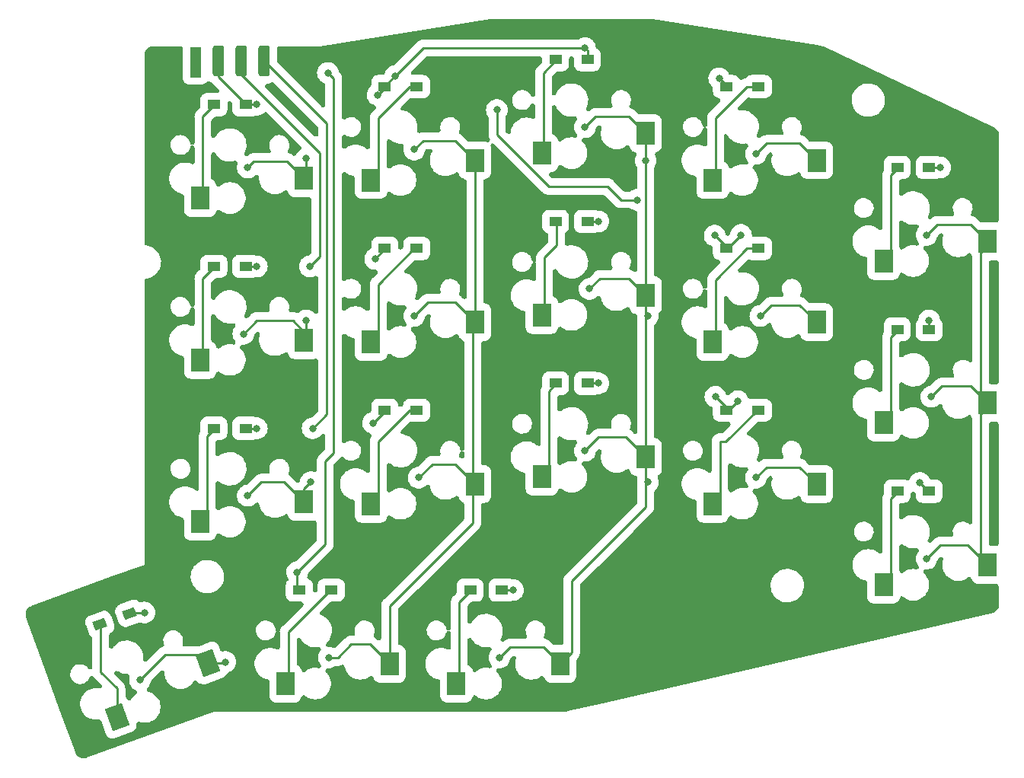
<source format=gtl>
%TF.GenerationSoftware,KiCad,Pcbnew,(7.0.0-0)*%
%TF.CreationDate,2023-03-13T10:37:30+08:00*%
%TF.ProjectId,Input,496e7075-742e-46b6-9963-61645f706362,1*%
%TF.SameCoordinates,PX7bfa480PY6052340*%
%TF.FileFunction,Copper,L1,Top*%
%TF.FilePolarity,Positive*%
%FSLAX46Y46*%
G04 Gerber Fmt 4.6, Leading zero omitted, Abs format (unit mm)*
G04 Created by KiCad (PCBNEW (7.0.0-0)) date 2023-03-13 10:37:30*
%MOMM*%
%LPD*%
G01*
G04 APERTURE LIST*
G04 Aperture macros list*
%AMRoundRect*
0 Rectangle with rounded corners*
0 $1 Rounding radius*
0 $2 $3 $4 $5 $6 $7 $8 $9 X,Y pos of 4 corners*
0 Add a 4 corners polygon primitive as box body*
4,1,4,$2,$3,$4,$5,$6,$7,$8,$9,$2,$3,0*
0 Add four circle primitives for the rounded corners*
1,1,$1+$1,$2,$3*
1,1,$1+$1,$4,$5*
1,1,$1+$1,$6,$7*
1,1,$1+$1,$8,$9*
0 Add four rect primitives between the rounded corners*
20,1,$1+$1,$2,$3,$4,$5,0*
20,1,$1+$1,$4,$5,$6,$7,0*
20,1,$1+$1,$6,$7,$8,$9,0*
20,1,$1+$1,$8,$9,$2,$3,0*%
%AMRotRect*
0 Rectangle, with rotation*
0 The origin of the aperture is its center*
0 $1 length*
0 $2 width*
0 $3 Rotation angle, in degrees counterclockwise*
0 Add horizontal line*
21,1,$1,$2,0,0,$3*%
G04 Aperture macros list end*
%TA.AperFunction,SMDPad,CuDef*%
%ADD10R,2.000000X2.600000*%
%TD*%
%TA.AperFunction,SMDPad,CuDef*%
%ADD11R,1.400000X1.000000*%
%TD*%
%TA.AperFunction,SMDPad,CuDef*%
%ADD12RotRect,1.400000X1.000000X20.000000*%
%TD*%
%TA.AperFunction,ConnectorPad*%
%ADD13R,1.270000X3.429000*%
%TD*%
%TA.AperFunction,ConnectorPad*%
%ADD14RoundRect,0.317500X-0.317500X-1.397000X0.317500X-1.397000X0.317500X1.397000X-0.317500X1.397000X0*%
%TD*%
%TA.AperFunction,SMDPad,CuDef*%
%ADD15RotRect,2.000000X2.600000X200.000000*%
%TD*%
%TA.AperFunction,ViaPad*%
%ADD16C,0.800000*%
%TD*%
%TA.AperFunction,Conductor*%
%ADD17C,0.250000*%
%TD*%
G04 APERTURE END LIST*
D10*
%TO.P,SW17,1,1*%
%TO.N,C12*%
X27254999Y16299999D03*
%TO.P,SW17,2,2*%
%TO.N,Net-(D17-A)*%
X15697999Y14099999D03*
%TD*%
%TO.P,SW29,1,1*%
%TO.N,C12*%
X27254999Y-1699999D03*
%TO.P,SW29,2,2*%
%TO.N,Net-(D29-A)*%
X15697999Y-3899999D03*
%TD*%
D11*
%TO.P,D27,1,K*%
%TO.N,Row 3*%
X55224999Y6499999D03*
%TO.P,D27,2,A*%
%TO.N,Net-(D27-A)*%
X58774999Y6499999D03*
%TD*%
%TO.P,D18,1,K*%
%TO.N,Net-(D18-K)*%
X-1774999Y22499999D03*
%TO.P,D18,2,A*%
%TO.N,Row 2*%
X1774999Y22499999D03*
%TD*%
D10*
%TO.P,SW15,1,1*%
%TO.N,C34*%
X65254999Y16299999D03*
%TO.P,SW15,2,2*%
%TO.N,Net-(D15-A)*%
X53697999Y14099999D03*
%TD*%
D11*
%TO.P,D15,1,K*%
%TO.N,Row 2*%
X55224999Y24499999D03*
%TO.P,D15,2,A*%
%TO.N,Net-(D15-A)*%
X58774999Y24499999D03*
%TD*%
%TO.P,D52,1,K*%
%TO.N,Net-(D52-K)*%
X26724999Y-31499999D03*
%TO.P,D52,2,A*%
%TO.N,Row 5*%
X30274999Y-31499999D03*
%TD*%
%TO.P,D16,1,K*%
%TO.N,Net-(D16-K)*%
X36224999Y27499999D03*
%TO.P,D16,2,A*%
%TO.N,Row 2*%
X39774999Y27499999D03*
%TD*%
D10*
%TO.P,SW26,1,1*%
%TO.N,C56*%
X84254999Y-10699999D03*
%TO.P,SW26,2,2*%
%TO.N,Net-(D26-K)*%
X72697999Y-12899999D03*
%TD*%
%TO.P,SW38,1,1*%
%TO.N,C56*%
X84254999Y-28699999D03*
%TO.P,SW38,2,2*%
%TO.N,Net-(D38-K)*%
X72697999Y-30899999D03*
%TD*%
D12*
%TO.P,D54,1,K*%
%TO.N,Net-(D54-K)*%
X-14467953Y-35307085D03*
%TO.P,D54,2,A*%
%TO.N,Row 5*%
X-11132045Y-34092913D03*
%TD*%
D10*
%TO.P,SW27,1,1*%
%TO.N,C34*%
X65254999Y-1699999D03*
%TO.P,SW27,2,2*%
%TO.N,Net-(D27-A)*%
X53697999Y-3899999D03*
%TD*%
D11*
%TO.P,D53,1,K*%
%TO.N,Row 5*%
X7724999Y-31499999D03*
%TO.P,D53,2,A*%
%TO.N,Net-(D53-A)*%
X11274999Y-31499999D03*
%TD*%
%TO.P,D39,1,K*%
%TO.N,Row 4*%
X55224999Y-11499999D03*
%TO.P,D39,2,A*%
%TO.N,Net-(D39-A)*%
X58774999Y-11499999D03*
%TD*%
D10*
%TO.P,SW52,1,1*%
%TO.N,C34*%
X36754999Y-39699999D03*
%TO.P,SW52,2,2*%
%TO.N,Net-(D52-K)*%
X25197999Y-41899999D03*
%TD*%
D11*
%TO.P,D42,1,K*%
%TO.N,Net-(D42-K)*%
X-1774999Y-13499999D03*
%TO.P,D42,2,A*%
%TO.N,Row 4*%
X1774999Y-13499999D03*
%TD*%
%TO.P,D30,1,K*%
%TO.N,Net-(D30-K)*%
X-1774999Y4499999D03*
%TO.P,D30,2,A*%
%TO.N,Row 3*%
X1774999Y4499999D03*
%TD*%
%TO.P,D28,1,K*%
%TO.N,Net-(D28-K)*%
X36224999Y9499999D03*
%TO.P,D28,2,A*%
%TO.N,Row 3*%
X39774999Y9499999D03*
%TD*%
D10*
%TO.P,SW28,1,1*%
%TO.N,C34*%
X46254999Y1299999D03*
%TO.P,SW28,2,2*%
%TO.N,Net-(D28-K)*%
X34697999Y-899999D03*
%TD*%
%TO.P,SW42,1,1*%
%TO.N,C12*%
X8254999Y-21699999D03*
%TO.P,SW42,2,2*%
%TO.N,Net-(D42-K)*%
X-3301999Y-23899999D03*
%TD*%
%TO.P,SW14,1,1*%
%TO.N,C56*%
X84254999Y7299999D03*
%TO.P,SW14,2,2*%
%TO.N,Net-(D14-K)*%
X72697999Y5099999D03*
%TD*%
%TO.P,SW30,1,1*%
%TO.N,C12*%
X8254999Y-3699999D03*
%TO.P,SW30,2,2*%
%TO.N,Net-(D30-K)*%
X-3301999Y-5899999D03*
%TD*%
D13*
%TO.P,J1,1,Pin_1*%
%TO.N,unconnected-(J1-Pin_1-Pad1)*%
X-3809999Y27221999D03*
D14*
%TO.P,J1,3,Pin_3*%
%TO.N,Row 2*%
X-1270000Y27349000D03*
%TO.P,J1,5,Pin_5*%
%TO.N,Row 3*%
X1270000Y27349000D03*
%TO.P,J1,7,Pin_7*%
%TO.N,Row 4*%
X3810000Y27349000D03*
%TD*%
D11*
%TO.P,D26,1,K*%
%TO.N,Net-(D26-K)*%
X74224999Y-2499999D03*
%TO.P,D26,2,A*%
%TO.N,Row 3*%
X77774999Y-2499999D03*
%TD*%
D10*
%TO.P,SW53,1,1*%
%TO.N,C12*%
X17754995Y-39699999D03*
%TO.P,SW53,2,2*%
%TO.N,Net-(D53-A)*%
X6197995Y-41899999D03*
%TD*%
%TO.P,SW18,1,1*%
%TO.N,C12*%
X8254999Y14299999D03*
%TO.P,SW18,2,2*%
%TO.N,Net-(D18-K)*%
X-3301999Y12099999D03*
%TD*%
%TO.P,SW40,1,1*%
%TO.N,C34*%
X46254999Y-16699999D03*
%TO.P,SW40,2,2*%
%TO.N,Net-(D40-K)*%
X34697999Y-18899999D03*
%TD*%
%TO.P,SW41,1,1*%
%TO.N,C12*%
X27254999Y-19699999D03*
%TO.P,SW41,2,2*%
%TO.N,Net-(D41-A)*%
X15697999Y-21899999D03*
%TD*%
D11*
%TO.P,D14,1,K*%
%TO.N,Net-(D14-K)*%
X74224999Y15499999D03*
%TO.P,D14,2,A*%
%TO.N,Row 2*%
X77774999Y15499999D03*
%TD*%
%TO.P,D17,1,K*%
%TO.N,Row 2*%
X17224999Y24499999D03*
%TO.P,D17,2,A*%
%TO.N,Net-(D17-A)*%
X20774999Y24499999D03*
%TD*%
D10*
%TO.P,SW39,1,1*%
%TO.N,C34*%
X65254999Y-19699999D03*
%TO.P,SW39,2,2*%
%TO.N,Net-(D39-A)*%
X53697999Y-21899999D03*
%TD*%
D11*
%TO.P,D40,1,K*%
%TO.N,Net-(D40-K)*%
X36224999Y-8499999D03*
%TO.P,D40,2,A*%
%TO.N,Row 4*%
X39774999Y-8499999D03*
%TD*%
%TO.P,D29,1,K*%
%TO.N,Row 3*%
X17224999Y6499999D03*
%TO.P,D29,2,A*%
%TO.N,Net-(D29-A)*%
X20774999Y6499999D03*
%TD*%
D10*
%TO.P,SW16,1,1*%
%TO.N,C34*%
X46254999Y19299999D03*
%TO.P,SW16,2,2*%
%TO.N,Net-(D16-K)*%
X34697999Y17099999D03*
%TD*%
D15*
%TO.P,SW54,1,1*%
%TO.N,C12*%
X-2447362Y-39617485D03*
%TO.P,SW54,2,2*%
%TO.N,Net-(D54-K)*%
X-12554945Y-45637536D03*
%TD*%
D11*
%TO.P,D38,1,K*%
%TO.N,Net-(D38-K)*%
X74224999Y-20499999D03*
%TO.P,D38,2,A*%
%TO.N,Row 4*%
X77774999Y-20499999D03*
%TD*%
%TO.P,D41,1,K*%
%TO.N,Row 4*%
X17224999Y-11499999D03*
%TO.P,D41,2,A*%
%TO.N,Net-(D41-A)*%
X20774999Y-11499999D03*
%TD*%
D16*
%TO.N,Row 2*%
X54425000Y25425000D03*
X79000000Y15500000D03*
X16425000Y23575000D03*
X18400000Y25700000D03*
X39500000Y28775500D03*
X3000000Y22500000D03*
%TO.N,C12*%
X21000000Y-19000000D03*
X2000000Y15500000D03*
X-10000000Y-41500000D03*
X9000000Y-19500000D03*
X8500000Y16500000D03*
X11000000Y-39000000D03*
X-500000Y-39500000D03*
X1500000Y-3000000D03*
X8500000Y-1500000D03*
X2000000Y-21000000D03*
X20500000Y17500000D03*
X20500000Y-1000000D03*
%TO.N,C34*%
X46500000Y-19500000D03*
X58500000Y17000000D03*
X46500000Y-1000000D03*
X59000000Y-1000000D03*
X30000000Y-39000000D03*
X39500000Y20000000D03*
X40000000Y2000000D03*
X46255000Y16255000D03*
X58500000Y-19000000D03*
X39500000Y-16000000D03*
%TO.N,C56*%
X77500000Y-28000000D03*
X45300000Y11900000D03*
X77500000Y8000000D03*
X78000000Y-10000000D03*
X29700000Y21900000D03*
%TO.N,Row 3*%
X8900000Y4499997D03*
X53925000Y7925000D03*
X16162500Y5337500D03*
X56850000Y8000000D03*
X77775000Y-1500000D03*
X2999997Y4499997D03*
X41000000Y9500000D03*
%TO.N,Row 4*%
X76725000Y-19575000D03*
X15925000Y-12925000D03*
X2999997Y-13500003D03*
X54000000Y-10000000D03*
X41000000Y-8500000D03*
X56500000Y-10500000D03*
X9200000Y-13500003D03*
%TO.N,Row 5*%
X7500000Y-29500000D03*
X-9500000Y-34000000D03*
X10900000Y26024500D03*
X31500000Y-31500000D03*
%TD*%
D17*
%TO.N,Net-(D14-K)*%
X73500000Y14650000D02*
X73500000Y5902000D01*
X74350000Y15500000D02*
X73500000Y14650000D01*
%TO.N,Row 2*%
X77650000Y15500000D02*
X79000000Y15500000D01*
X1775000Y22500000D02*
X3000000Y22500000D01*
X-1270000Y25545000D02*
X1775000Y22500000D01*
X39775000Y28500500D02*
X39500000Y28775500D01*
X-1270000Y27349000D02*
X-1270000Y25545000D01*
X55350000Y24500000D02*
X54425000Y25425000D01*
X18400000Y25700000D02*
X21500000Y28800000D01*
X17225000Y24525000D02*
X18400000Y25700000D01*
X39775000Y27500000D02*
X39775000Y28500500D01*
X21500000Y28800000D02*
X39475500Y28800000D01*
X17350000Y24500000D02*
X16425000Y23575000D01*
%TO.N,Net-(D15-A)*%
X54000000Y21000000D02*
X54000000Y14402000D01*
X57500000Y24500000D02*
X54000000Y21000000D01*
X58650000Y24500000D02*
X57500000Y24500000D01*
%TO.N,Net-(D16-K)*%
X34875001Y26025001D02*
X34875001Y17277001D01*
X36350000Y27500000D02*
X34875001Y26025001D01*
%TO.N,Net-(D17-A)*%
X20650000Y24500000D02*
X20000000Y24500000D01*
X16500000Y21000000D02*
X16500000Y14902000D01*
X20000000Y24500000D02*
X16500000Y21000000D01*
%TO.N,Net-(D18-K)*%
X-3000000Y21150000D02*
X-3000000Y12402000D01*
X-1650000Y22500000D02*
X-3000000Y21150000D01*
%TO.N,C12*%
X25055000Y18500000D02*
X27255000Y16300000D01*
X1500000Y-3000000D02*
X3000000Y-1500000D01*
X25055000Y-17500000D02*
X27255000Y-19700000D01*
X8500000Y16500000D02*
X8500000Y14545000D01*
X22000000Y500000D02*
X25055000Y500000D01*
X20500000Y17500000D02*
X21500000Y18500000D01*
X-7200000Y-38700000D02*
X-3364849Y-38700000D01*
X27000000Y-24000000D02*
X17754996Y-33245004D01*
X13500000Y-37500000D02*
X15554996Y-37500000D01*
X-3364849Y-38700000D02*
X-2447363Y-39617486D01*
X11000000Y-39000000D02*
X12000000Y-39000000D01*
X8500000Y-1500000D02*
X8500000Y-3455000D01*
X15554996Y-37500000D02*
X17754996Y-39700000D01*
X22500000Y-17500000D02*
X25055000Y-17500000D01*
X8255000Y14300000D02*
X6379999Y16175001D01*
X20500000Y-1000000D02*
X22000000Y500000D01*
X-10000000Y-41500000D02*
X-7200000Y-38700000D01*
X8255000Y-21700000D02*
X8255000Y-20245000D01*
X21500000Y18500000D02*
X25055000Y18500000D01*
X-617486Y-39617486D02*
X-500000Y-39500000D01*
X12000000Y-39000000D02*
X13500000Y-37500000D01*
X2000000Y-21000000D02*
X3500000Y-19500000D01*
X27000000Y-19955000D02*
X27000000Y-24000000D01*
X7000000Y-1500000D02*
X8255000Y-2755000D01*
X6379999Y16175001D02*
X2675001Y16175001D01*
X-2447363Y-39617486D02*
X-617486Y-39617486D01*
X27000000Y-1955000D02*
X27000000Y-19445000D01*
X2675001Y16175001D02*
X2000000Y15500000D01*
X3000000Y-1500000D02*
X7000000Y-1500000D01*
X6055000Y-19500000D02*
X8255000Y-21700000D01*
X21000000Y-19000000D02*
X22500000Y-17500000D01*
X27255000Y16300000D02*
X27255000Y-1700000D01*
X17754996Y-33245004D02*
X17754996Y-39700000D01*
X3500000Y-19500000D02*
X6055000Y-19500000D01*
X8255000Y-20245000D02*
X9000000Y-19500000D01*
X25055000Y500000D02*
X27255000Y-1700000D01*
%TO.N,C34*%
X46255000Y1300000D02*
X46255000Y-755000D01*
X63379999Y175001D02*
X65255000Y-1700000D01*
X31175001Y-37824999D02*
X34879999Y-37824999D01*
X58500000Y-19000000D02*
X59675001Y-17824999D01*
X46255000Y-16700000D02*
X46255000Y-22245000D01*
X46255000Y-16700000D02*
X46255000Y-19255000D01*
X46255000Y19300000D02*
X46255000Y16255000D01*
X34879999Y-37824999D02*
X36755000Y-39700000D01*
X38000000Y-30500000D02*
X38000000Y-38455000D01*
X36755000Y-39700000D02*
X38000000Y-38455000D01*
X60175001Y175001D02*
X63379999Y175001D01*
X40000000Y2000000D02*
X41175001Y3175001D01*
X59675001Y-17824999D02*
X63379999Y-17824999D01*
X39500000Y20000000D02*
X40675001Y21175001D01*
X39500000Y-16000000D02*
X41000000Y-14500000D01*
X44379999Y3175001D02*
X46255000Y1300000D01*
X46255000Y-755000D02*
X46500000Y-1000000D01*
X63379999Y18175001D02*
X65255000Y16300000D01*
X58500000Y17000000D02*
X59675001Y18175001D01*
X59675001Y18175001D02*
X63379999Y18175001D01*
X44055000Y-14500000D02*
X46255000Y-16700000D01*
X46255000Y16255000D02*
X46255000Y1300000D01*
X46255000Y1300000D02*
X46255000Y-16700000D01*
X46255000Y-19255000D02*
X46500000Y-19500000D01*
X59000000Y-1000000D02*
X60175001Y175001D01*
X30000000Y-39000000D02*
X31175001Y-37824999D01*
X63379999Y-17824999D02*
X65255000Y-19700000D01*
X41175001Y3175001D02*
X44379999Y3175001D01*
X44379999Y21175001D02*
X46255000Y19300000D01*
X40675001Y21175001D02*
X44379999Y21175001D01*
X41000000Y-14500000D02*
X44055000Y-14500000D01*
X46255000Y-22245000D02*
X38000000Y-30500000D01*
%TO.N,C56*%
X77500000Y8000000D02*
X78675001Y9175001D01*
X43500000Y11900000D02*
X45300000Y11900000D01*
X84500000Y7055000D02*
X83500000Y6055000D01*
X83500000Y6055000D02*
X83500000Y-9455000D01*
X83500000Y-27455000D02*
X84500000Y-28455000D01*
X79000000Y-26500000D02*
X82055000Y-26500000D01*
X83500000Y-9455000D02*
X84500000Y-10455000D01*
X29700000Y21900000D02*
X29700000Y19148000D01*
X77500000Y-28000000D02*
X79000000Y-26500000D01*
X42000000Y13400000D02*
X43500000Y11900000D01*
X83500000Y-11945000D02*
X83500000Y-27455000D01*
X78675001Y9175001D02*
X82379999Y9175001D01*
X82379999Y9175001D02*
X84255000Y7300000D01*
X78000000Y-10000000D02*
X79175001Y-8824999D01*
X29700000Y19148000D02*
X35448000Y13400000D01*
X82379999Y-8824999D02*
X84255000Y-10700000D01*
X84500000Y-10945000D02*
X83500000Y-11945000D01*
X79175001Y-8824999D02*
X82379999Y-8824999D01*
X35448000Y13400000D02*
X42000000Y13400000D01*
X82055000Y-26500000D02*
X84255000Y-28700000D01*
%TO.N,Row 3*%
X55350000Y6500000D02*
X53925000Y7925000D01*
X77775000Y-1500000D02*
X77775000Y-2500000D01*
X17325000Y6500000D02*
X16162500Y5337500D01*
X8900000Y4499997D02*
X10000000Y5599997D01*
X10000000Y17100000D02*
X1270000Y25830000D01*
X39650000Y9500000D02*
X41000000Y9500000D01*
X10000000Y5599997D02*
X10000000Y17100000D01*
X1650000Y4500000D02*
X2999994Y4500000D01*
X2999994Y4500000D02*
X2999997Y4499997D01*
X55350000Y6500000D02*
X56850000Y8000000D01*
%TO.N,Row 4*%
X77650000Y-20500000D02*
X76725000Y-19575000D01*
X1650000Y-13500000D02*
X2999994Y-13500000D01*
X2999994Y-13500000D02*
X2999997Y-13500003D01*
X9200000Y-13500003D02*
X10750000Y-11950003D01*
X17350000Y-11500000D02*
X15925000Y-12925000D01*
X10750000Y20409000D02*
X3810000Y27349000D01*
X55500000Y-11500000D02*
X56500000Y-10500000D01*
X55350000Y-11350000D02*
X54000000Y-10000000D01*
X10750000Y-11950003D02*
X10750000Y20409000D01*
X39650000Y-8500000D02*
X41000000Y-8500000D01*
%TO.N,Row 5*%
X7500000Y-31150000D02*
X7850000Y-31500000D01*
X-10000000Y-34000000D02*
X-9500000Y-34000000D01*
X-11146536Y-34000000D02*
X-10000000Y-34000000D01*
X7500000Y-29500000D02*
X10600000Y-26400000D01*
X11550000Y25374500D02*
X10900000Y26024500D01*
X10600000Y-26400000D02*
X10600000Y-17167588D01*
X11550000Y-16217588D02*
X11550000Y25374500D01*
X7500000Y-29500000D02*
X7500000Y-31150000D01*
X10600000Y-17167588D02*
X11550000Y-16217588D01*
X30150000Y-31500000D02*
X31500000Y-31500000D01*
%TO.N,Net-(D26-K)*%
X73500000Y-3350000D02*
X73500000Y-12098000D01*
X74350000Y-2500000D02*
X73500000Y-3350000D01*
%TO.N,Net-(D27-A)*%
X54000000Y3000000D02*
X54000000Y-3598000D01*
X57500000Y6500000D02*
X54000000Y3000000D01*
X58650000Y6500000D02*
X57500000Y6500000D01*
%TO.N,Net-(D28-K)*%
X35000000Y5500000D02*
X35000000Y-598000D01*
X36350000Y9500000D02*
X36350000Y6850000D01*
X36350000Y6850000D02*
X35000000Y5500000D01*
%TO.N,Net-(D29-A)*%
X20500000Y6500000D02*
X16500000Y2500000D01*
X16500000Y2500000D02*
X16500000Y-3098000D01*
%TO.N,Net-(D30-K)*%
X-1650000Y4500000D02*
X-3000000Y3150000D01*
X-3000000Y3150000D02*
X-3000000Y-5598000D01*
%TO.N,Net-(D38-K)*%
X74350000Y-20500000D02*
X73500000Y-21350000D01*
X73500000Y-21350000D02*
X73500000Y-30098000D01*
%TO.N,Net-(D39-A)*%
X58650000Y-11500000D02*
X55150000Y-15000000D01*
X55150000Y-15000000D02*
X54500000Y-15000000D01*
X54500000Y-15000000D02*
X54500000Y-21098000D01*
%TO.N,Net-(D40-K)*%
X36350000Y-8500000D02*
X35500000Y-9350000D01*
X35500000Y-9350000D02*
X35500000Y-18098000D01*
%TO.N,Net-(D41-A)*%
X16500000Y-15000000D02*
X16500000Y-21098000D01*
X20650000Y-11500000D02*
X20000000Y-11500000D01*
X20000000Y-11500000D02*
X16500000Y-15000000D01*
%TO.N,Net-(D42-K)*%
X-2500000Y-23098000D02*
X-2500000Y-14350000D01*
X-2500000Y-14350000D02*
X-1650000Y-13500000D01*
%TO.N,Net-(D52-K)*%
X26850000Y-31500000D02*
X25500000Y-32850000D01*
X25500000Y-32850000D02*
X25500000Y-41598000D01*
%TO.N,Net-(D53-A)*%
X6500000Y-36150000D02*
X6500000Y-41597996D01*
X11150000Y-31500000D02*
X6500000Y-36150000D01*
%TO.N,Net-(D54-K)*%
X-12554946Y-42445054D02*
X-12554946Y-45637537D01*
X-14350493Y-40649507D02*
X-12554946Y-42445054D01*
X-14350493Y-35264333D02*
X-14350493Y-40649507D01*
%TD*%
%TA.AperFunction,NonConductor*%
G36*
X4808675Y24980953D02*
G01*
X4878276Y24956400D01*
X4937622Y24912523D01*
X9751570Y20098575D01*
X9805546Y20017793D01*
X9824500Y19922505D01*
X9824500Y19185495D01*
X9805546Y19090207D01*
X9751570Y19009425D01*
X9670788Y18955449D01*
X9575500Y18936495D01*
X9480212Y18955449D01*
X9399430Y19009425D01*
X3999924Y24408931D01*
X3945948Y24489713D01*
X3926994Y24585001D01*
X3945948Y24680289D01*
X3999924Y24761071D01*
X4080706Y24815047D01*
X4175994Y24834001D01*
X4209158Y24834001D01*
X4212856Y24834001D01*
X4260832Y24836858D01*
X4469464Y24882243D01*
X4663533Y24965349D01*
X4734934Y24984026D01*
X4808675Y24980953D01*
G37*
%TD.AperFunction*%
%TA.AperFunction,NonConductor*%
G36*
X36143286Y22452442D02*
G01*
X36224187Y22399222D01*
X36278667Y22319164D01*
X36331221Y22195495D01*
X36349870Y22151610D01*
X36354614Y22143836D01*
X36354615Y22143835D01*
X36480825Y21937032D01*
X36490982Y21920390D01*
X36496808Y21913389D01*
X36496809Y21913388D01*
X36559289Y21838310D01*
X36664255Y21712180D01*
X36671025Y21706114D01*
X36671029Y21706110D01*
X36718383Y21663681D01*
X36865998Y21531418D01*
X37091910Y21381956D01*
X37337176Y21266980D01*
X37596569Y21188940D01*
X37864561Y21149500D01*
X38063085Y21149500D01*
X38067631Y21149500D01*
X38270156Y21164323D01*
X38336335Y21179066D01*
X38422488Y21182955D01*
X38504802Y21157223D01*
X38573401Y21104956D01*
X38620056Y21032422D01*
X38639170Y20948324D01*
X38628449Y20862751D01*
X38589181Y20785967D01*
X38481883Y20643882D01*
X38481877Y20643874D01*
X38474942Y20634689D01*
X38469807Y20624377D01*
X38469806Y20624375D01*
X38428773Y20541969D01*
X38375771Y20435528D01*
X38372621Y20424460D01*
X38372620Y20424455D01*
X38318035Y20232610D01*
X38318033Y20232602D01*
X38314885Y20221536D01*
X38313823Y20210078D01*
X38313822Y20210071D01*
X38298031Y20039647D01*
X38294357Y20000000D01*
X38295419Y19988539D01*
X38313822Y19789930D01*
X38313823Y19789925D01*
X38314885Y19778464D01*
X38318033Y19767397D01*
X38318035Y19767391D01*
X38367317Y19594184D01*
X38375771Y19564472D01*
X38474942Y19365311D01*
X38481883Y19356120D01*
X38481884Y19356118D01*
X38505577Y19324743D01*
X38588540Y19214882D01*
X38591170Y19211400D01*
X38630494Y19134439D01*
X38641141Y19048672D01*
X38621831Y18964432D01*
X38574888Y18891867D01*
X38505969Y18839719D01*
X38423375Y18814270D01*
X38337058Y18818587D01*
X38270722Y18833728D01*
X38270706Y18833731D01*
X38261630Y18835802D01*
X38252346Y18836498D01*
X38252338Y18836499D01*
X38070133Y18850153D01*
X38070116Y18850154D01*
X38065494Y18850500D01*
X37934506Y18850500D01*
X37929884Y18850154D01*
X37929866Y18850153D01*
X37747661Y18836499D01*
X37747651Y18836498D01*
X37738370Y18835802D01*
X37729294Y18833731D01*
X37729284Y18833729D01*
X37491658Y18779492D01*
X37491646Y18779489D01*
X37482584Y18777420D01*
X37473928Y18774024D01*
X37473922Y18774021D01*
X37247022Y18684970D01*
X37247008Y18684964D01*
X37238357Y18681568D01*
X37230295Y18676914D01*
X37230290Y18676911D01*
X37019208Y18555043D01*
X37019201Y18555039D01*
X37011143Y18550386D01*
X37003871Y18544587D01*
X37003864Y18544582D01*
X36878679Y18444750D01*
X36805669Y18404399D01*
X36723428Y18390427D01*
X36641188Y18404401D01*
X36568178Y18444754D01*
X36512594Y18506956D01*
X36483637Y18576868D01*
X36483368Y18579255D01*
X36477544Y18595898D01*
X36460513Y18644570D01*
X36423789Y18749522D01*
X36327816Y18902262D01*
X36200262Y19029816D01*
X36187435Y19037876D01*
X36059365Y19118348D01*
X36059361Y19118350D01*
X36047522Y19125789D01*
X36034323Y19130408D01*
X36034320Y19130409D01*
X35988028Y19146607D01*
X35967260Y19153874D01*
X35899773Y19189946D01*
X35846426Y19244811D01*
X35812260Y19313284D01*
X35800501Y19388900D01*
X35800501Y22221779D01*
X35819331Y22316767D01*
X35872973Y22397389D01*
X35953313Y22451450D01*
X36048201Y22470776D01*
X36143286Y22452442D01*
G37*
%TD.AperFunction*%
%TA.AperFunction,NonConductor*%
G36*
X34570788Y27855546D02*
G01*
X34651570Y27801570D01*
X34705546Y27720788D01*
X34724500Y27625500D01*
X34724500Y27286494D01*
X34716015Y27222048D01*
X34691140Y27161994D01*
X34651569Y27110424D01*
X34285930Y26744787D01*
X34272355Y26733191D01*
X34272557Y26732967D01*
X34262860Y26724237D01*
X34252309Y26716570D01*
X34243586Y26706884D01*
X34243581Y26706878D01*
X34207790Y26667128D01*
X34198839Y26657696D01*
X34186276Y26645131D01*
X34182186Y26640081D01*
X34182172Y26640065D01*
X34175096Y26631326D01*
X34166642Y26621429D01*
X34130860Y26581689D01*
X34130855Y26581683D01*
X34122131Y26571993D01*
X34115611Y26560703D01*
X34108933Y26551510D01*
X34102738Y26541972D01*
X34094536Y26531841D01*
X34088618Y26520227D01*
X34088613Y26520219D01*
X34064335Y26472572D01*
X34058121Y26461127D01*
X34031377Y26414804D01*
X34031373Y26414797D01*
X34024857Y26403509D01*
X34020828Y26391114D01*
X34016215Y26380751D01*
X34012135Y26370123D01*
X34006213Y26358498D01*
X34002836Y26345898D01*
X34002834Y26345891D01*
X33988989Y26294224D01*
X33985293Y26281746D01*
X33978318Y26260279D01*
X33969968Y26234576D01*
X33964739Y26218483D01*
X33963376Y26205516D01*
X33961013Y26194398D01*
X33959235Y26183179D01*
X33955860Y26170579D01*
X33955177Y26157556D01*
X33955177Y26157553D01*
X33952377Y26104136D01*
X33951355Y26091159D01*
X33950183Y26080010D01*
X33950181Y26079979D01*
X33949501Y26073505D01*
X33949501Y26066981D01*
X33949501Y26055769D01*
X33949160Y26042738D01*
X33945678Y25976298D01*
X33947719Y25963411D01*
X33948402Y25950377D01*
X33948100Y25950362D01*
X33949501Y25932561D01*
X33949501Y23619828D01*
X33931030Y23525714D01*
X33878357Y23445564D01*
X33799298Y23391267D01*
X33705581Y23370880D01*
X33611110Y23387427D01*
X33529901Y23438454D01*
X33474003Y23516389D01*
X33462321Y23541969D01*
X33462320Y23541970D01*
X33457396Y23552753D01*
X33335486Y23723952D01*
X33325185Y23733774D01*
X33191963Y23860801D01*
X33191958Y23860805D01*
X33183378Y23868986D01*
X33173403Y23875397D01*
X33173400Y23875399D01*
X33016547Y23976203D01*
X33016542Y23976206D01*
X33006572Y23982613D01*
X32995569Y23987018D01*
X32995565Y23987020D01*
X32822462Y24056320D01*
X32822455Y24056322D01*
X32811457Y24060725D01*
X32793167Y24064251D01*
X32616729Y24098256D01*
X32616726Y24098257D01*
X32605085Y24100500D01*
X32447575Y24100500D01*
X32441677Y24099937D01*
X32441660Y24099936D01*
X32302591Y24086656D01*
X32302587Y24086656D01*
X32290782Y24085528D01*
X32279414Y24082191D01*
X32279403Y24082188D01*
X32100499Y24029656D01*
X32100496Y24029655D01*
X32089125Y24026316D01*
X32078591Y24020886D01*
X32078585Y24020883D01*
X31912861Y23935447D01*
X31912855Y23935444D01*
X31902318Y23930011D01*
X31893000Y23922684D01*
X31892995Y23922680D01*
X31746434Y23807422D01*
X31746430Y23807419D01*
X31737114Y23800092D01*
X31729354Y23791138D01*
X31729348Y23791131D01*
X31607252Y23650225D01*
X31607248Y23650221D01*
X31599481Y23641256D01*
X31593549Y23630984D01*
X31593547Y23630979D01*
X31500327Y23469518D01*
X31500324Y23469513D01*
X31494396Y23459244D01*
X31490516Y23448036D01*
X31490516Y23448034D01*
X31429534Y23271840D01*
X31429532Y23271833D01*
X31425656Y23260633D01*
X31423970Y23248909D01*
X31423968Y23248899D01*
X31397433Y23064339D01*
X31397432Y23064334D01*
X31395746Y23052602D01*
X31396310Y23040759D01*
X31396310Y23040756D01*
X31405181Y22854513D01*
X31405182Y22854505D01*
X31405746Y22842670D01*
X31408540Y22831151D01*
X31408541Y22831148D01*
X31452499Y22649951D01*
X31452500Y22649946D01*
X31455296Y22638424D01*
X31478093Y22588505D01*
X31537678Y22458032D01*
X31537681Y22458027D01*
X31542604Y22447247D01*
X31549477Y22437595D01*
X31549479Y22437592D01*
X31581563Y22392537D01*
X31664514Y22276048D01*
X31673096Y22267865D01*
X31673097Y22267864D01*
X31808036Y22139200D01*
X31808040Y22139197D01*
X31816622Y22131014D01*
X31826598Y22124603D01*
X31826599Y22124602D01*
X31968478Y22033421D01*
X31993428Y22017387D01*
X32057127Y21991886D01*
X32173028Y21945486D01*
X32188543Y21939275D01*
X32394915Y21899500D01*
X32546489Y21899500D01*
X32552425Y21899500D01*
X32709218Y21914472D01*
X32910875Y21973684D01*
X33097682Y22069989D01*
X33262886Y22199908D01*
X33400519Y22358744D01*
X33477221Y22491596D01*
X33484861Y22504828D01*
X33545252Y22575004D01*
X33627107Y22618266D01*
X33719109Y22628632D01*
X33808538Y22604669D01*
X33883031Y22549691D01*
X33932289Y22471298D01*
X33949501Y22380328D01*
X33949501Y21173056D01*
X33930902Y21078629D01*
X33877883Y20998309D01*
X33798365Y20944094D01*
X33704227Y20924084D01*
X33609532Y20941268D01*
X33526083Y20974019D01*
X33526076Y20974022D01*
X33517416Y20977420D01*
X33508349Y20979490D01*
X33508341Y20979492D01*
X33270715Y21033729D01*
X33270707Y21033731D01*
X33261630Y21035802D01*
X33252346Y21036498D01*
X33252338Y21036499D01*
X33070133Y21050153D01*
X33070116Y21050154D01*
X33065494Y21050500D01*
X32934506Y21050500D01*
X32929884Y21050154D01*
X32929866Y21050153D01*
X32747661Y21036499D01*
X32747651Y21036498D01*
X32738370Y21035802D01*
X32729294Y21033731D01*
X32729284Y21033729D01*
X32491658Y20979492D01*
X32491646Y20979489D01*
X32482584Y20977420D01*
X32473928Y20974024D01*
X32473922Y20974021D01*
X32247022Y20884970D01*
X32247008Y20884964D01*
X32238357Y20881568D01*
X32230295Y20876914D01*
X32230290Y20876911D01*
X32019208Y20755043D01*
X32019201Y20755039D01*
X32011143Y20750386D01*
X32003868Y20744585D01*
X32003863Y20744581D01*
X31813303Y20592615D01*
X31813293Y20592607D01*
X31806019Y20586805D01*
X31799692Y20579987D01*
X31799681Y20579976D01*
X31633905Y20401311D01*
X31633897Y20401303D01*
X31627567Y20394479D01*
X31622324Y20386790D01*
X31622316Y20386779D01*
X31491315Y20194635D01*
X31479772Y20177704D01*
X31475735Y20169323D01*
X31475729Y20169311D01*
X31375493Y19961167D01*
X31365937Y19941323D01*
X31363192Y19932427D01*
X31363191Y19932422D01*
X31291348Y19699512D01*
X31288604Y19690615D01*
X31287217Y19681417D01*
X31287216Y19681410D01*
X31254401Y19463700D01*
X31224594Y19377659D01*
X31165845Y19308087D01*
X31086012Y19264289D01*
X30995770Y19252123D01*
X30907188Y19273214D01*
X30832112Y19324743D01*
X30698430Y19458425D01*
X30644454Y19539207D01*
X30625500Y19634495D01*
X30625500Y21050019D01*
X30638408Y21129149D01*
X30675794Y21200075D01*
X30690790Y21219933D01*
X30725058Y21265311D01*
X30824229Y21464472D01*
X30885115Y21678464D01*
X30905643Y21900000D01*
X30885115Y22121536D01*
X30824229Y22335528D01*
X30725058Y22534689D01*
X30661944Y22618266D01*
X30597922Y22703045D01*
X30597920Y22703047D01*
X30590981Y22712236D01*
X30582468Y22719997D01*
X30435076Y22854363D01*
X30435072Y22854366D01*
X30426562Y22862124D01*
X30327945Y22923185D01*
X30247189Y22973187D01*
X30247185Y22973189D01*
X30237401Y22979247D01*
X30226668Y22983405D01*
X30040667Y23055463D01*
X30040660Y23055465D01*
X30029940Y23059618D01*
X30018629Y23061733D01*
X30018627Y23061733D01*
X29822564Y23098384D01*
X29822560Y23098385D01*
X29811243Y23100500D01*
X29588757Y23100500D01*
X29577440Y23098385D01*
X29577435Y23098384D01*
X29381372Y23061733D01*
X29381367Y23061732D01*
X29370060Y23059618D01*
X29359342Y23055466D01*
X29359332Y23055463D01*
X29173331Y22983405D01*
X29173327Y22983404D01*
X29162599Y22979247D01*
X29152818Y22973192D01*
X29152810Y22973187D01*
X28983234Y22868190D01*
X28983229Y22868187D01*
X28973438Y22862124D01*
X28964932Y22854371D01*
X28964923Y22854363D01*
X28817531Y22719997D01*
X28817524Y22719990D01*
X28809019Y22712236D01*
X28802084Y22703054D01*
X28802077Y22703045D01*
X28681884Y22543883D01*
X28681879Y22543876D01*
X28674942Y22534689D01*
X28669807Y22524377D01*
X28669806Y22524375D01*
X28582866Y22349776D01*
X28575771Y22335528D01*
X28572621Y22324460D01*
X28572620Y22324455D01*
X28518035Y22132610D01*
X28518033Y22132602D01*
X28514885Y22121536D01*
X28513823Y22110078D01*
X28513822Y22110071D01*
X28498162Y21941067D01*
X28494357Y21900000D01*
X28495419Y21888539D01*
X28513822Y21689930D01*
X28513823Y21689925D01*
X28514885Y21678464D01*
X28518033Y21667397D01*
X28518035Y21667391D01*
X28563716Y21506840D01*
X28575771Y21464472D01*
X28674942Y21265311D01*
X28681882Y21256120D01*
X28681884Y21256118D01*
X28724206Y21200075D01*
X28761592Y21129149D01*
X28774500Y21050019D01*
X28774500Y19240440D01*
X28773099Y19222640D01*
X28773401Y19222624D01*
X28772717Y19209587D01*
X28770677Y19196703D01*
X28771359Y19183682D01*
X28771359Y19183673D01*
X28774159Y19130264D01*
X28774500Y19117232D01*
X28774500Y19099496D01*
X28775179Y19093027D01*
X28775181Y19093007D01*
X28776354Y19081855D01*
X28777377Y19068860D01*
X28780859Y19002422D01*
X28784236Y18989818D01*
X28786012Y18978607D01*
X28788374Y18967494D01*
X28789738Y18954518D01*
X28793769Y18942109D01*
X28793770Y18942108D01*
X28810290Y18891262D01*
X28813989Y18878773D01*
X28827833Y18827111D01*
X28827834Y18827107D01*
X28831212Y18814503D01*
X28837134Y18802879D01*
X28841202Y18792282D01*
X28845822Y18781905D01*
X28849856Y18769492D01*
X28883126Y18711866D01*
X28889333Y18700433D01*
X28901625Y18676309D01*
X28926617Y18595898D01*
X28923379Y18511755D01*
X28892281Y18433503D01*
X28836880Y18370090D01*
X28763510Y18328769D01*
X28680563Y18314265D01*
X28597526Y18328237D01*
X28447451Y18380751D01*
X28447447Y18380752D01*
X28434255Y18385368D01*
X28420363Y18386934D01*
X28420360Y18386934D01*
X28306899Y18399718D01*
X28306889Y18399719D01*
X28299954Y18400500D01*
X28292968Y18400500D01*
X26566495Y18400500D01*
X26471207Y18419454D01*
X26390425Y18473430D01*
X25774784Y19089071D01*
X25763193Y19102642D01*
X25762968Y19102439D01*
X25754243Y19112129D01*
X25746569Y19122692D01*
X25714452Y19151610D01*
X25697137Y19167201D01*
X25687681Y19176174D01*
X25679733Y19184122D01*
X25675130Y19188725D01*
X25670066Y19192826D01*
X25670058Y19192833D01*
X25661341Y19199892D01*
X25651431Y19208356D01*
X25611691Y19244138D01*
X25611684Y19244143D01*
X25601992Y19252870D01*
X25592981Y19258073D01*
X25534907Y19317839D01*
X25499634Y19395119D01*
X25492392Y19479759D01*
X25508216Y19539852D01*
X25505604Y19540756D01*
X25517645Y19575546D01*
X25574344Y19739367D01*
X25604254Y19947398D01*
X25603384Y19965659D01*
X25594818Y20145488D01*
X25594254Y20157330D01*
X25544704Y20361576D01*
X25457396Y20552753D01*
X25335486Y20723952D01*
X25298946Y20758793D01*
X25191963Y20860801D01*
X25191958Y20860805D01*
X25183378Y20868986D01*
X25173403Y20875397D01*
X25173400Y20875399D01*
X25016547Y20976203D01*
X25016542Y20976206D01*
X25006572Y20982613D01*
X24995569Y20987018D01*
X24995565Y20987020D01*
X24822462Y21056320D01*
X24822455Y21056322D01*
X24811457Y21060725D01*
X24783268Y21066158D01*
X24616729Y21098256D01*
X24616726Y21098257D01*
X24605085Y21100500D01*
X24447575Y21100500D01*
X24441677Y21099937D01*
X24441660Y21099936D01*
X24302591Y21086656D01*
X24302587Y21086656D01*
X24290782Y21085528D01*
X24279414Y21082191D01*
X24279403Y21082188D01*
X24100499Y21029656D01*
X24100496Y21029655D01*
X24089125Y21026316D01*
X24078591Y21020886D01*
X24078585Y21020883D01*
X23912861Y20935447D01*
X23912855Y20935444D01*
X23902318Y20930011D01*
X23893000Y20922684D01*
X23892995Y20922680D01*
X23746434Y20807422D01*
X23746430Y20807419D01*
X23737114Y20800092D01*
X23729354Y20791138D01*
X23729348Y20791131D01*
X23607252Y20650225D01*
X23607248Y20650221D01*
X23599481Y20641256D01*
X23593549Y20630984D01*
X23593547Y20630979D01*
X23500327Y20469518D01*
X23500324Y20469513D01*
X23494396Y20459244D01*
X23490516Y20448036D01*
X23490516Y20448034D01*
X23429534Y20271840D01*
X23429532Y20271833D01*
X23425656Y20260633D01*
X23423970Y20248909D01*
X23423968Y20248899D01*
X23397433Y20064339D01*
X23397432Y20064334D01*
X23395746Y20052602D01*
X23396310Y20040759D01*
X23396310Y20040756D01*
X23405181Y19854513D01*
X23405182Y19854505D01*
X23405746Y19842670D01*
X23408540Y19831152D01*
X23408541Y19831147D01*
X23432302Y19733204D01*
X23437416Y19643762D01*
X23410545Y19558300D01*
X23355165Y19487879D01*
X23278447Y19441616D01*
X23190321Y19425500D01*
X21592441Y19425500D01*
X21574640Y19426901D01*
X21574625Y19426599D01*
X21561587Y19427283D01*
X21548704Y19429323D01*
X21535681Y19428641D01*
X21535673Y19428641D01*
X21482258Y19425841D01*
X21469227Y19425500D01*
X21451496Y19425500D01*
X21445019Y19424820D01*
X21445009Y19424819D01*
X21433852Y19423647D01*
X21420880Y19422626D01*
X21367445Y19419825D01*
X21367440Y19419825D01*
X21354423Y19419142D01*
X21341830Y19415769D01*
X21330648Y19413997D01*
X21319493Y19411627D01*
X21306518Y19410262D01*
X21294111Y19406231D01*
X21294102Y19406229D01*
X21243263Y19389711D01*
X21230777Y19386012D01*
X21179100Y19372164D01*
X21179096Y19372163D01*
X21166503Y19368788D01*
X21154884Y19362869D01*
X21149086Y19360643D01*
X21063138Y19344128D01*
X20976784Y19358373D01*
X20900693Y19401618D01*
X20844266Y19468520D01*
X20814475Y19550815D01*
X20814998Y19638330D01*
X20844319Y19797067D01*
X20854212Y20067765D01*
X20824586Y20337018D01*
X20756072Y20599088D01*
X20650130Y20848390D01*
X20509018Y21079610D01*
X20335745Y21287820D01*
X20328974Y21293887D01*
X20328970Y21293891D01*
X20232790Y21380068D01*
X20134002Y21468582D01*
X19908090Y21618044D01*
X19899852Y21621906D01*
X19671059Y21729160D01*
X19671054Y21729162D01*
X19662824Y21733020D01*
X19654117Y21735640D01*
X19654108Y21735643D01*
X19412151Y21808437D01*
X19412145Y21808439D01*
X19403431Y21811060D01*
X19394429Y21812385D01*
X19394415Y21812388D01*
X19210534Y21839450D01*
X19124263Y21869028D01*
X19054429Y21927686D01*
X19010401Y22007555D01*
X18998084Y22097920D01*
X19019132Y22186658D01*
X19070720Y22261866D01*
X19935425Y23126570D01*
X20016206Y23180546D01*
X20111494Y23199500D01*
X21512968Y23199500D01*
X21519954Y23199500D01*
X21654255Y23214632D01*
X21824522Y23274211D01*
X21977262Y23370184D01*
X22104816Y23497738D01*
X22200789Y23650478D01*
X22260368Y23820745D01*
X22275500Y23955046D01*
X22275500Y25044954D01*
X22260368Y25179255D01*
X22200789Y25349522D01*
X22104816Y25502262D01*
X21977262Y25629816D01*
X21933028Y25657610D01*
X21836365Y25718348D01*
X21836361Y25718350D01*
X21824522Y25725789D01*
X21811319Y25730409D01*
X21667451Y25780751D01*
X21667447Y25780752D01*
X21654255Y25785368D01*
X21640363Y25786934D01*
X21640360Y25786934D01*
X21526899Y25799718D01*
X21526889Y25799719D01*
X21519954Y25800500D01*
X20410494Y25800500D01*
X20328255Y25814473D01*
X20255245Y25854824D01*
X20199660Y25917024D01*
X20167737Y25994092D01*
X20163060Y26077379D01*
X20186153Y26157537D01*
X20234424Y26225570D01*
X20816404Y26807549D01*
X21810424Y27801570D01*
X21891207Y27855546D01*
X21986495Y27874500D01*
X34475500Y27874500D01*
X34570788Y27855546D01*
G37*
%TD.AperFunction*%
%TA.AperFunction,NonConductor*%
G36*
X69788Y22869551D02*
G01*
X150570Y22815575D01*
X201570Y22764575D01*
X255546Y22683793D01*
X274500Y22588505D01*
X274500Y21955046D01*
X275281Y21948111D01*
X275282Y21948101D01*
X288066Y21834640D01*
X289632Y21820745D01*
X294248Y21807553D01*
X294249Y21807549D01*
X335406Y21689930D01*
X349211Y21650478D01*
X356650Y21638639D01*
X356652Y21638635D01*
X427534Y21525828D01*
X445184Y21497738D01*
X572738Y21370184D01*
X725478Y21274211D01*
X895745Y21214632D01*
X1030046Y21199500D01*
X2512968Y21199500D01*
X2519954Y21199500D01*
X2654255Y21214632D01*
X2824522Y21274211D01*
X2829675Y21277450D01*
X2874851Y21293257D01*
X2930259Y21299500D01*
X3099727Y21299500D01*
X3111243Y21299500D01*
X3329940Y21340382D01*
X3537401Y21420753D01*
X3726562Y21537876D01*
X3826391Y21628883D01*
X3906876Y21678076D01*
X3999889Y21693801D01*
X4092077Y21673797D01*
X4170208Y21620937D01*
X7894280Y17896865D01*
X7945054Y17823472D01*
X7966689Y17736890D01*
X7956405Y17648240D01*
X7915522Y17568911D01*
X7849293Y17509092D01*
X7783233Y17468189D01*
X7773438Y17462124D01*
X7764932Y17454371D01*
X7764923Y17454363D01*
X7617531Y17319997D01*
X7617524Y17319990D01*
X7609019Y17312236D01*
X7602084Y17303054D01*
X7602077Y17303045D01*
X7481884Y17143883D01*
X7481879Y17143876D01*
X7474942Y17134689D01*
X7469810Y17124385D01*
X7469810Y17124383D01*
X7380679Y16945385D01*
X7325757Y16872566D01*
X7248298Y16824410D01*
X7158694Y16807378D01*
X7068967Y16823755D01*
X7001279Y16865154D01*
X7000126Y16863729D01*
X6986340Y16874893D01*
X6976430Y16883357D01*
X6936690Y16919139D01*
X6936683Y16919144D01*
X6926991Y16927871D01*
X6915698Y16934392D01*
X6906510Y16941067D01*
X6896971Y16947262D01*
X6886839Y16955466D01*
X6875218Y16961387D01*
X6875214Y16961390D01*
X6827565Y16985669D01*
X6816133Y16991875D01*
X6758507Y17025145D01*
X6746094Y17029179D01*
X6735717Y17033799D01*
X6725120Y17037867D01*
X6713496Y17043789D01*
X6700892Y17047167D01*
X6700888Y17047168D01*
X6649226Y17061012D01*
X6636736Y17064712D01*
X6587330Y17080764D01*
X6509608Y17122436D01*
X6451286Y17188588D01*
X6419682Y17270920D01*
X6418758Y17359104D01*
X6448629Y17442075D01*
X6505604Y17540756D01*
X6574344Y17739367D01*
X6604254Y17947398D01*
X6603210Y17969311D01*
X6594818Y18145488D01*
X6594254Y18157330D01*
X6544704Y18361576D01*
X6457396Y18552753D01*
X6335486Y18723952D01*
X6296247Y18761366D01*
X6191963Y18860801D01*
X6191958Y18860805D01*
X6183378Y18868986D01*
X6173403Y18875397D01*
X6173400Y18875399D01*
X6016547Y18976203D01*
X6016542Y18976206D01*
X6006572Y18982613D01*
X5995569Y18987018D01*
X5995565Y18987020D01*
X5822462Y19056320D01*
X5822455Y19056322D01*
X5811457Y19060725D01*
X5763391Y19069989D01*
X5616729Y19098256D01*
X5616726Y19098257D01*
X5605085Y19100500D01*
X5447575Y19100500D01*
X5441677Y19099937D01*
X5441660Y19099936D01*
X5302591Y19086656D01*
X5302587Y19086656D01*
X5290782Y19085528D01*
X5279414Y19082191D01*
X5279403Y19082188D01*
X5100499Y19029656D01*
X5100496Y19029655D01*
X5089125Y19026316D01*
X5078591Y19020886D01*
X5078585Y19020883D01*
X4912861Y18935447D01*
X4912855Y18935444D01*
X4902318Y18930011D01*
X4893000Y18922684D01*
X4892995Y18922680D01*
X4746434Y18807422D01*
X4746430Y18807419D01*
X4737114Y18800092D01*
X4729354Y18791138D01*
X4729348Y18791131D01*
X4607252Y18650225D01*
X4607248Y18650221D01*
X4599481Y18641256D01*
X4593549Y18630984D01*
X4593547Y18630979D01*
X4500327Y18469518D01*
X4500324Y18469513D01*
X4494396Y18459244D01*
X4490516Y18448036D01*
X4490516Y18448034D01*
X4429534Y18271840D01*
X4429532Y18271833D01*
X4425656Y18260633D01*
X4423970Y18248909D01*
X4423968Y18248899D01*
X4397433Y18064339D01*
X4397432Y18064334D01*
X4395746Y18052602D01*
X4396310Y18040759D01*
X4396310Y18040756D01*
X4405181Y17854513D01*
X4405182Y17854505D01*
X4405746Y17842670D01*
X4408540Y17831151D01*
X4408541Y17831148D01*
X4452499Y17649951D01*
X4452500Y17649946D01*
X4455296Y17638424D01*
X4499900Y17540756D01*
X4540004Y17452940D01*
X4561378Y17373170D01*
X4555487Y17290797D01*
X4522978Y17214882D01*
X4467428Y17153774D01*
X4394946Y17114196D01*
X4313506Y17100501D01*
X2767442Y17100501D01*
X2749641Y17101902D01*
X2749626Y17101600D01*
X2736588Y17102284D01*
X2723705Y17104324D01*
X2710682Y17103642D01*
X2710674Y17103642D01*
X2657259Y17100842D01*
X2644228Y17100501D01*
X2626497Y17100501D01*
X2620020Y17099821D01*
X2620010Y17099820D01*
X2608853Y17098648D01*
X2595881Y17097627D01*
X2542446Y17094826D01*
X2542441Y17094826D01*
X2529424Y17094143D01*
X2516831Y17090770D01*
X2505649Y17088998D01*
X2494494Y17086628D01*
X2481519Y17085263D01*
X2469112Y17081232D01*
X2469103Y17081230D01*
X2418264Y17064712D01*
X2405778Y17061013D01*
X2354107Y17047167D01*
X2354099Y17047165D01*
X2341504Y17043789D01*
X2329880Y17037868D01*
X2319251Y17033787D01*
X2308888Y17029174D01*
X2296493Y17025145D01*
X2285205Y17018629D01*
X2285198Y17018625D01*
X2238875Y16991881D01*
X2227430Y16985667D01*
X2179783Y16961389D01*
X2179775Y16961384D01*
X2168161Y16955466D01*
X2158030Y16947264D01*
X2148492Y16941069D01*
X2139299Y16934391D01*
X2128009Y16927871D01*
X2118319Y16919147D01*
X2118313Y16919142D01*
X2078573Y16883360D01*
X2068676Y16874906D01*
X2059937Y16867830D01*
X2059921Y16867816D01*
X2054871Y16863726D01*
X2042306Y16851163D01*
X2032867Y16842206D01*
X2022349Y16832736D01*
X1949410Y16787074D01*
X1865284Y16768966D01*
X1780018Y16780576D01*
X1703795Y16820517D01*
X1645721Y16884019D01*
X1612730Y16963497D01*
X1608763Y17049459D01*
X1634292Y17131632D01*
X1707656Y17274325D01*
X1795118Y17530695D01*
X1844319Y17797067D01*
X1854212Y18067765D01*
X1824586Y18337018D01*
X1756072Y18599088D01*
X1650130Y18848390D01*
X1509018Y19079610D01*
X1335745Y19287820D01*
X1328974Y19293887D01*
X1328970Y19293891D01*
X1235478Y19377659D01*
X1134002Y19468582D01*
X908090Y19618044D01*
X899852Y19621906D01*
X671059Y19729160D01*
X671054Y19729162D01*
X662824Y19733020D01*
X654117Y19735640D01*
X654108Y19735643D01*
X412151Y19808437D01*
X412145Y19808439D01*
X403431Y19811060D01*
X394438Y19812384D01*
X394427Y19812386D01*
X144438Y19849176D01*
X144433Y19849177D01*
X135439Y19850500D01*
X-67631Y19850500D01*
X-72145Y19850170D01*
X-72162Y19850169D01*
X-261088Y19836341D01*
X-261093Y19836341D01*
X-270156Y19835677D01*
X-279028Y19833701D01*
X-279033Y19833700D01*
X-525673Y19778759D01*
X-525685Y19778756D01*
X-534553Y19776780D01*
X-543042Y19773534D01*
X-543053Y19773530D01*
X-759841Y19690615D01*
X-787558Y19680014D01*
X-795484Y19675567D01*
X-795492Y19675562D01*
X-1015839Y19551897D01*
X-1015849Y19551891D01*
X-1023777Y19547441D01*
X-1030975Y19541884D01*
X-1030981Y19541879D01*
X-1230981Y19387445D01*
X-1230985Y19387442D01*
X-1238177Y19381888D01*
X-1244481Y19375350D01*
X-1244487Y19375344D01*
X-1419876Y19193427D01*
X-1419883Y19193419D01*
X-1426186Y19186881D01*
X-1431473Y19179492D01*
X-1431479Y19179484D01*
X-1578504Y18973982D01*
X-1578513Y18973969D01*
X-1583799Y18966579D01*
X-1596915Y18941067D01*
X-1604054Y18927182D01*
X-1662262Y18853009D01*
X-1743874Y18805795D01*
X-1837191Y18792311D01*
X-1928831Y18814489D01*
X-2005656Y18869149D01*
X-2056649Y18948456D01*
X-2074500Y19041036D01*
X-2074500Y20663505D01*
X-2055546Y20758793D01*
X-2001570Y20839575D01*
X-1714575Y21126570D01*
X-1633793Y21180546D01*
X-1538505Y21199500D01*
X-1037032Y21199500D01*
X-1030046Y21199500D01*
X-895745Y21214632D01*
X-725478Y21274211D01*
X-572738Y21370184D01*
X-445184Y21497738D01*
X-349211Y21650478D01*
X-289632Y21820745D01*
X-274500Y21955046D01*
X-274500Y22639505D01*
X-255546Y22734793D01*
X-201570Y22815575D01*
X-120788Y22869551D01*
X-25500Y22888505D01*
X69788Y22869551D01*
G37*
%TD.AperFunction*%
%TA.AperFunction,NonConductor*%
G36*
X41192713Y20179403D02*
G01*
X41273132Y20130945D01*
X41329891Y20056153D01*
X41354918Y19965659D01*
X41344655Y19872331D01*
X41291349Y19699516D01*
X41291348Y19699512D01*
X41288604Y19690615D01*
X41287216Y19681412D01*
X41287216Y19681408D01*
X41250888Y19440396D01*
X41250887Y19440386D01*
X41249500Y19431182D01*
X41249500Y19168818D01*
X41250887Y19159614D01*
X41250888Y19159605D01*
X41286945Y18920390D01*
X41288604Y18909385D01*
X41291347Y18900490D01*
X41291348Y18900489D01*
X41360312Y18676911D01*
X41365937Y18658677D01*
X41369980Y18650282D01*
X41475729Y18430690D01*
X41475733Y18430684D01*
X41479772Y18422296D01*
X41515366Y18370090D01*
X41622316Y18213222D01*
X41622319Y18213218D01*
X41627567Y18205521D01*
X41633903Y18198692D01*
X41633905Y18198690D01*
X41799681Y18020025D01*
X41799686Y18020021D01*
X41806019Y18013195D01*
X42011143Y17849614D01*
X42238357Y17718432D01*
X42247019Y17715033D01*
X42247022Y17715031D01*
X42329791Y17682547D01*
X42482584Y17622580D01*
X42738370Y17564198D01*
X42934506Y17549500D01*
X43060839Y17549500D01*
X43065494Y17549500D01*
X43261630Y17564198D01*
X43517416Y17622580D01*
X43761643Y17718432D01*
X43988857Y17849614D01*
X44082475Y17924273D01*
X44166110Y17968076D01*
X44260042Y17977594D01*
X44350766Y17951457D01*
X44425238Y17893423D01*
X44472749Y17811837D01*
X44474736Y17806160D01*
X44508358Y17710071D01*
X44529211Y17650478D01*
X44536650Y17638639D01*
X44536652Y17638635D01*
X44592441Y17549848D01*
X44625184Y17497738D01*
X44752738Y17370184D01*
X44832610Y17319997D01*
X44879081Y17290797D01*
X44905478Y17274211D01*
X45002116Y17240396D01*
X45075745Y17214632D01*
X45074760Y17211820D01*
X45133936Y17186445D01*
X45198443Y17124294D01*
X45236782Y17043337D01*
X45243991Y16954052D01*
X45219138Y16867993D01*
X45138530Y16706110D01*
X45130771Y16690528D01*
X45127621Y16679460D01*
X45127620Y16679455D01*
X45073035Y16487610D01*
X45073033Y16487602D01*
X45069885Y16476536D01*
X45068823Y16465078D01*
X45068822Y16465071D01*
X45053809Y16303045D01*
X45049357Y16255000D01*
X45050419Y16243540D01*
X45068822Y16044930D01*
X45068823Y16044925D01*
X45069885Y16033464D01*
X45073033Y16022397D01*
X45073035Y16022391D01*
X45126715Y15833728D01*
X45130771Y15819472D01*
X45229942Y15620311D01*
X45236882Y15611120D01*
X45236884Y15611118D01*
X45279206Y15555075D01*
X45316592Y15484149D01*
X45329500Y15405019D01*
X45329500Y13333576D01*
X45314701Y13249014D01*
X45272064Y13174503D01*
X45206657Y13118901D01*
X45126254Y13088816D01*
X44981371Y13061733D01*
X44981365Y13061732D01*
X44970060Y13059618D01*
X44959342Y13055466D01*
X44959332Y13055463D01*
X44773331Y12983405D01*
X44773327Y12983404D01*
X44762599Y12979247D01*
X44752818Y12973192D01*
X44752810Y12973187D01*
X44574523Y12862796D01*
X44511584Y12835005D01*
X44443442Y12825500D01*
X43986495Y12825500D01*
X43891207Y12844454D01*
X43810425Y12898430D01*
X42719784Y13989071D01*
X42708193Y14002642D01*
X42707968Y14002439D01*
X42699243Y14012129D01*
X42691569Y14022692D01*
X42665918Y14045788D01*
X42642137Y14067201D01*
X42632681Y14076174D01*
X42624733Y14084122D01*
X42624732Y14084123D01*
X42620130Y14088725D01*
X42615066Y14092826D01*
X42615058Y14092833D01*
X42606341Y14099892D01*
X42596431Y14108356D01*
X42556691Y14144138D01*
X42556684Y14144143D01*
X42546992Y14152870D01*
X42535699Y14159391D01*
X42526511Y14166066D01*
X42516972Y14172261D01*
X42506840Y14180465D01*
X42495219Y14186386D01*
X42495215Y14186389D01*
X42447566Y14210668D01*
X42436134Y14216874D01*
X42378508Y14250144D01*
X42366095Y14254178D01*
X42355718Y14258798D01*
X42345121Y14262866D01*
X42333497Y14268788D01*
X42320893Y14272166D01*
X42320889Y14272167D01*
X42269227Y14286011D01*
X42256738Y14289710D01*
X42205892Y14306230D01*
X42205891Y14306231D01*
X42193482Y14310262D01*
X42180506Y14311626D01*
X42169393Y14313988D01*
X42158182Y14315764D01*
X42145578Y14319141D01*
X42132546Y14319824D01*
X42079140Y14322623D01*
X42066145Y14323646D01*
X42054993Y14324819D01*
X42054973Y14324821D01*
X42048504Y14325500D01*
X42041980Y14325500D01*
X42030768Y14325500D01*
X42017736Y14325841D01*
X41964327Y14328641D01*
X41964318Y14328641D01*
X41951297Y14329323D01*
X41938413Y14327283D01*
X41925376Y14326599D01*
X41925360Y14326901D01*
X41907560Y14325500D01*
X35934495Y14325500D01*
X35839207Y14344454D01*
X35758425Y14398430D01*
X35581598Y14575257D01*
X35528523Y14653893D01*
X35508711Y14746673D01*
X35525041Y14840129D01*
X35575141Y14920693D01*
X35651738Y14976671D01*
X35741989Y14999500D01*
X35742954Y14999500D01*
X35877255Y15014632D01*
X36047522Y15074211D01*
X36200262Y15170184D01*
X36327816Y15297738D01*
X36423789Y15450478D01*
X36483368Y15620745D01*
X36483636Y15623132D01*
X36512593Y15693043D01*
X36568177Y15755246D01*
X36641187Y15795599D01*
X36723428Y15809574D01*
X36805669Y15795601D01*
X36878679Y15755251D01*
X37011143Y15649614D01*
X37238357Y15518432D01*
X37247019Y15515033D01*
X37247022Y15515031D01*
X37267592Y15506958D01*
X37482584Y15422580D01*
X37738370Y15364198D01*
X37934506Y15349500D01*
X38060839Y15349500D01*
X38065494Y15349500D01*
X38261630Y15364198D01*
X38517416Y15422580D01*
X38761643Y15518432D01*
X38988857Y15649614D01*
X39193981Y15813195D01*
X39372433Y16005521D01*
X39520228Y16222296D01*
X39634063Y16458677D01*
X39711396Y16709385D01*
X39750500Y16968818D01*
X39750500Y17231182D01*
X39711396Y17490615D01*
X39634063Y17741323D01*
X39520228Y17977704D01*
X39372433Y18194479D01*
X39198581Y18381847D01*
X39152112Y18453435D01*
X39132546Y18536511D01*
X39142185Y18621314D01*
X39179894Y18697880D01*
X39241245Y18757214D01*
X39319028Y18792345D01*
X39388757Y18797918D01*
X39388757Y18799500D01*
X39599727Y18799500D01*
X39611243Y18799500D01*
X39829940Y18840382D01*
X40037401Y18920753D01*
X40226562Y19037876D01*
X40390981Y19187764D01*
X40525058Y19365311D01*
X40624229Y19564472D01*
X40685115Y19778464D01*
X40686807Y19796726D01*
X40709345Y19879562D01*
X40758672Y19949819D01*
X40930652Y20121798D01*
X41008365Y20174477D01*
X41100066Y20194635D01*
X41192713Y20179403D01*
G37*
%TD.AperFunction*%
%TA.AperFunction,NonConductor*%
G36*
X74759187Y9602826D02*
G01*
X74840662Y9554119D01*
X74865998Y9531418D01*
X75091910Y9381956D01*
X75337176Y9266980D01*
X75596569Y9188940D01*
X75864561Y9149500D01*
X76063085Y9149500D01*
X76067631Y9149500D01*
X76270156Y9164323D01*
X76336335Y9179066D01*
X76422488Y9182955D01*
X76504802Y9157223D01*
X76573401Y9104956D01*
X76620056Y9032422D01*
X76639170Y8948324D01*
X76628449Y8862751D01*
X76589181Y8785967D01*
X76481883Y8643882D01*
X76481877Y8643874D01*
X76474942Y8634689D01*
X76469807Y8624377D01*
X76469806Y8624375D01*
X76423715Y8531811D01*
X76375771Y8435528D01*
X76372621Y8424460D01*
X76372620Y8424455D01*
X76318035Y8232610D01*
X76318033Y8232602D01*
X76314885Y8221536D01*
X76313823Y8210078D01*
X76313822Y8210071D01*
X76299560Y8056153D01*
X76294357Y8000000D01*
X76295419Y7988539D01*
X76313822Y7789930D01*
X76313823Y7789925D01*
X76314885Y7778464D01*
X76318033Y7767397D01*
X76318035Y7767391D01*
X76355062Y7637255D01*
X76375771Y7564472D01*
X76474942Y7365311D01*
X76481883Y7356120D01*
X76481884Y7356118D01*
X76591170Y7211400D01*
X76630494Y7134439D01*
X76641141Y7048672D01*
X76621831Y6964432D01*
X76574888Y6891867D01*
X76505969Y6839719D01*
X76423375Y6814270D01*
X76337058Y6818587D01*
X76270722Y6833728D01*
X76270706Y6833731D01*
X76261630Y6835802D01*
X76252346Y6836498D01*
X76252338Y6836499D01*
X76070133Y6850153D01*
X76070116Y6850154D01*
X76065494Y6850500D01*
X75934506Y6850500D01*
X75929884Y6850154D01*
X75929866Y6850153D01*
X75747661Y6836499D01*
X75747651Y6836498D01*
X75738370Y6835802D01*
X75729294Y6833731D01*
X75729284Y6833729D01*
X75491658Y6779492D01*
X75491646Y6779489D01*
X75482584Y6777420D01*
X75473928Y6774024D01*
X75473922Y6774021D01*
X75247022Y6684970D01*
X75247008Y6684964D01*
X75238357Y6681568D01*
X75230295Y6676914D01*
X75230290Y6676911D01*
X75019208Y6555043D01*
X75019201Y6555039D01*
X75011143Y6550386D01*
X75003871Y6544587D01*
X75003864Y6544582D01*
X74878679Y6444750D01*
X74805668Y6404399D01*
X74723427Y6390427D01*
X74641187Y6404402D01*
X74568177Y6444755D01*
X74512592Y6506958D01*
X74483636Y6576870D01*
X74483368Y6579255D01*
X74445843Y6686495D01*
X74439473Y6704701D01*
X74425500Y6786940D01*
X74425500Y9368670D01*
X74443593Y9461853D01*
X74495244Y9541494D01*
X74572945Y9596019D01*
X74665405Y9617504D01*
X74759187Y9602826D01*
G37*
%TD.AperFunction*%
%TA.AperFunction,NonConductor*%
G36*
X17759187Y18602826D02*
G01*
X17840662Y18554119D01*
X17865998Y18531418D01*
X18091910Y18381956D01*
X18337176Y18266980D01*
X18596569Y18188940D01*
X18605571Y18187616D01*
X18605572Y18187615D01*
X18611253Y18186779D01*
X18864561Y18149500D01*
X19063085Y18149500D01*
X19067631Y18149500D01*
X19072164Y18149832D01*
X19072170Y18149832D01*
X19081763Y18150535D01*
X19089380Y18151092D01*
X19183789Y18139802D01*
X19267084Y18093948D01*
X19327119Y18020215D01*
X19355138Y17929355D01*
X19347058Y17834616D01*
X19318036Y17732614D01*
X19318034Y17732605D01*
X19314885Y17721536D01*
X19313823Y17710078D01*
X19313822Y17710071D01*
X19298030Y17539643D01*
X19294357Y17500000D01*
X19295419Y17488539D01*
X19313822Y17289930D01*
X19313823Y17289925D01*
X19314885Y17278464D01*
X19318033Y17267397D01*
X19318035Y17267391D01*
X19372115Y17077321D01*
X19375771Y17064472D01*
X19474942Y16865311D01*
X19481883Y16856120D01*
X19481884Y16856118D01*
X19602077Y16696956D01*
X19602080Y16696953D01*
X19609019Y16687764D01*
X19617529Y16680006D01*
X19617531Y16680004D01*
X19764923Y16545638D01*
X19764925Y16545636D01*
X19773438Y16537876D01*
X19791981Y16526395D01*
X19945755Y16431182D01*
X19962599Y16420753D01*
X20170060Y16340382D01*
X20388757Y16299500D01*
X20599727Y16299500D01*
X20611243Y16299500D01*
X20829940Y16340382D01*
X21037401Y16420753D01*
X21226562Y16537876D01*
X21390981Y16687764D01*
X21525058Y16865311D01*
X21624229Y17064472D01*
X21685115Y17278464D01*
X21686806Y17296717D01*
X21709342Y17379558D01*
X21758674Y17449821D01*
X21810426Y17501573D01*
X21891208Y17555547D01*
X21986494Y17574500D01*
X22279172Y17574500D01*
X22367245Y17558404D01*
X22443931Y17512196D01*
X22499316Y17441852D01*
X22526239Y17356464D01*
X22521220Y17267074D01*
X22488789Y17193985D01*
X22489679Y17193471D01*
X22485020Y17185402D01*
X22479772Y17177704D01*
X22475735Y17169323D01*
X22475729Y17169311D01*
X22375600Y16961389D01*
X22365937Y16941323D01*
X22363192Y16932427D01*
X22363191Y16932422D01*
X22291348Y16699512D01*
X22288604Y16690615D01*
X22287216Y16681412D01*
X22287216Y16681408D01*
X22250888Y16440396D01*
X22250887Y16440386D01*
X22249500Y16431182D01*
X22249500Y16168818D01*
X22250887Y16159614D01*
X22250888Y16159605D01*
X22287216Y15918593D01*
X22288604Y15909385D01*
X22291347Y15900490D01*
X22291348Y15900489D01*
X22360312Y15676911D01*
X22365937Y15658677D01*
X22369980Y15650282D01*
X22475729Y15430690D01*
X22475733Y15430684D01*
X22479772Y15422296D01*
X22508625Y15379976D01*
X22622316Y15213222D01*
X22622319Y15213218D01*
X22627567Y15205521D01*
X22633903Y15198692D01*
X22633905Y15198690D01*
X22799681Y15020025D01*
X22799686Y15020021D01*
X22806019Y15013195D01*
X22813301Y15007388D01*
X22813303Y15007386D01*
X22843259Y14983497D01*
X23011143Y14849614D01*
X23238357Y14718432D01*
X23247019Y14715033D01*
X23247022Y14715031D01*
X23316498Y14687764D01*
X23482584Y14622580D01*
X23738370Y14564198D01*
X23934506Y14549500D01*
X24060839Y14549500D01*
X24065494Y14549500D01*
X24261630Y14564198D01*
X24517416Y14622580D01*
X24761643Y14718432D01*
X24988857Y14849614D01*
X25082475Y14924273D01*
X25166110Y14968076D01*
X25260042Y14977594D01*
X25350766Y14951457D01*
X25425238Y14893423D01*
X25472749Y14811837D01*
X25478438Y14795578D01*
X25512947Y14696956D01*
X25529211Y14650478D01*
X25536650Y14638639D01*
X25536652Y14638635D01*
X25603774Y14531811D01*
X25625184Y14497738D01*
X25752738Y14370184D01*
X25842173Y14313988D01*
X25880811Y14289710D01*
X25905478Y14274211D01*
X26075745Y14214632D01*
X26106482Y14211169D01*
X26108379Y14210955D01*
X26194787Y14184744D01*
X26266165Y14129441D01*
X26313128Y14052320D01*
X26329500Y13963521D01*
X26329500Y1135495D01*
X26310546Y1040207D01*
X26256570Y959425D01*
X26175788Y905449D01*
X26080500Y886495D01*
X25985212Y905449D01*
X25904430Y959425D01*
X25774784Y1089071D01*
X25763193Y1102642D01*
X25762968Y1102439D01*
X25754243Y1112129D01*
X25746569Y1122692D01*
X25714452Y1151610D01*
X25697137Y1167201D01*
X25687681Y1176174D01*
X25679733Y1184122D01*
X25679733Y1184123D01*
X25675130Y1188725D01*
X25670062Y1192829D01*
X25670058Y1192833D01*
X25661341Y1199892D01*
X25651431Y1208356D01*
X25611691Y1244138D01*
X25611684Y1244143D01*
X25601992Y1252870D01*
X25592981Y1258073D01*
X25534907Y1317839D01*
X25499634Y1395119D01*
X25492392Y1479759D01*
X25508216Y1539852D01*
X25505604Y1540756D01*
X25517645Y1575546D01*
X25574344Y1739367D01*
X25604254Y1947398D01*
X25602294Y1988539D01*
X25594818Y2145488D01*
X25594254Y2157330D01*
X25544704Y2361576D01*
X25457396Y2552753D01*
X25335486Y2723952D01*
X25298946Y2758793D01*
X25191963Y2860801D01*
X25191958Y2860805D01*
X25183378Y2868986D01*
X25173403Y2875397D01*
X25173400Y2875399D01*
X25016547Y2976203D01*
X25016542Y2976206D01*
X25006572Y2982613D01*
X24995569Y2987018D01*
X24995565Y2987020D01*
X24822462Y3056320D01*
X24822455Y3056322D01*
X24811457Y3060725D01*
X24765451Y3069592D01*
X24616729Y3098256D01*
X24616726Y3098257D01*
X24605085Y3100500D01*
X24447575Y3100500D01*
X24441677Y3099937D01*
X24441660Y3099936D01*
X24302591Y3086656D01*
X24302587Y3086656D01*
X24290782Y3085528D01*
X24279414Y3082191D01*
X24279403Y3082188D01*
X24100499Y3029656D01*
X24100496Y3029655D01*
X24089125Y3026316D01*
X24078591Y3020886D01*
X24078585Y3020883D01*
X23912861Y2935447D01*
X23912855Y2935444D01*
X23902318Y2930011D01*
X23893000Y2922684D01*
X23892995Y2922680D01*
X23746434Y2807422D01*
X23746430Y2807419D01*
X23737114Y2800092D01*
X23729354Y2791138D01*
X23729348Y2791131D01*
X23607252Y2650225D01*
X23607248Y2650221D01*
X23599481Y2641256D01*
X23593549Y2630984D01*
X23593547Y2630979D01*
X23500327Y2469518D01*
X23500324Y2469513D01*
X23494396Y2459244D01*
X23490516Y2448036D01*
X23490516Y2448034D01*
X23429534Y2271840D01*
X23429532Y2271833D01*
X23425656Y2260633D01*
X23423970Y2248909D01*
X23423968Y2248899D01*
X23397433Y2064339D01*
X23397432Y2064334D01*
X23395746Y2052602D01*
X23396310Y2040759D01*
X23396310Y2040756D01*
X23405181Y1854513D01*
X23405182Y1854505D01*
X23405746Y1842670D01*
X23408540Y1831152D01*
X23408541Y1831147D01*
X23432302Y1733204D01*
X23437416Y1643762D01*
X23410545Y1558300D01*
X23355165Y1487879D01*
X23278447Y1441616D01*
X23190321Y1425500D01*
X22092440Y1425500D01*
X22074639Y1426901D01*
X22074624Y1426599D01*
X22061586Y1427283D01*
X22048703Y1429323D01*
X22035680Y1428641D01*
X22035672Y1428641D01*
X21982264Y1425841D01*
X21969232Y1425500D01*
X21951496Y1425500D01*
X21945022Y1424820D01*
X21944991Y1424818D01*
X21933842Y1423646D01*
X21920865Y1422624D01*
X21867448Y1419824D01*
X21867445Y1419824D01*
X21854422Y1419141D01*
X21841822Y1415766D01*
X21830603Y1413988D01*
X21819485Y1411625D01*
X21806518Y1410262D01*
X21794119Y1406234D01*
X21794116Y1406233D01*
X21764722Y1396683D01*
X21743255Y1389708D01*
X21730777Y1386012D01*
X21679110Y1372167D01*
X21679103Y1372165D01*
X21666503Y1368788D01*
X21654878Y1362866D01*
X21644250Y1358786D01*
X21633887Y1354173D01*
X21621492Y1350144D01*
X21610204Y1343628D01*
X21610197Y1343624D01*
X21563874Y1316880D01*
X21552429Y1310666D01*
X21504782Y1286388D01*
X21504774Y1286383D01*
X21493160Y1280465D01*
X21483029Y1272263D01*
X21473491Y1266068D01*
X21464298Y1259390D01*
X21453008Y1252870D01*
X21443318Y1244146D01*
X21443312Y1244141D01*
X21403572Y1208359D01*
X21393675Y1199905D01*
X21384936Y1192829D01*
X21384920Y1192815D01*
X21379870Y1188725D01*
X21367305Y1176162D01*
X21357873Y1167211D01*
X21318123Y1131420D01*
X21318117Y1131415D01*
X21308431Y1122692D01*
X21300764Y1112141D01*
X21292034Y1102444D01*
X21291810Y1102646D01*
X21280214Y1089071D01*
X21030702Y839558D01*
X20958775Y789452D01*
X20873942Y767377D01*
X20786715Y776068D01*
X20707906Y814449D01*
X20647281Y877763D01*
X20612354Y958163D01*
X20607453Y1045684D01*
X20633186Y1129480D01*
X20633975Y1131014D01*
X20707656Y1274325D01*
X20795118Y1530695D01*
X20844319Y1797067D01*
X20854212Y2067765D01*
X20824586Y2337018D01*
X20756072Y2599088D01*
X20650130Y2848390D01*
X20509018Y3079610D01*
X20335745Y3287820D01*
X20328974Y3293887D01*
X20328970Y3293891D01*
X20232790Y3380068D01*
X20134002Y3468582D01*
X19908090Y3618044D01*
X19899852Y3621906D01*
X19671059Y3729160D01*
X19671054Y3729162D01*
X19662824Y3733020D01*
X19589613Y3755046D01*
X19584332Y3756635D01*
X19508121Y3794797D01*
X19449244Y3856426D01*
X19414601Y3934300D01*
X19408251Y4019295D01*
X19430936Y4101453D01*
X19480001Y4171147D01*
X20435426Y5126570D01*
X20516207Y5180546D01*
X20611495Y5199500D01*
X21512968Y5199500D01*
X21519954Y5199500D01*
X21654255Y5214632D01*
X21824522Y5274211D01*
X21977262Y5370184D01*
X22104816Y5497738D01*
X22200789Y5650478D01*
X22260368Y5820745D01*
X22275500Y5955046D01*
X22275500Y7044954D01*
X22260368Y7179255D01*
X22200789Y7349522D01*
X22104816Y7502262D01*
X21977262Y7629816D01*
X21895154Y7681408D01*
X21836365Y7718348D01*
X21836361Y7718350D01*
X21824522Y7725789D01*
X21811319Y7730409D01*
X21667451Y7780751D01*
X21667447Y7780752D01*
X21654255Y7785368D01*
X21640363Y7786934D01*
X21640360Y7786934D01*
X21526899Y7799718D01*
X21526889Y7799719D01*
X21519954Y7800500D01*
X20030046Y7800500D01*
X20023110Y7799719D01*
X20023100Y7799718D01*
X19909639Y7786934D01*
X19909634Y7786933D01*
X19895745Y7785368D01*
X19882554Y7780753D01*
X19882548Y7780751D01*
X19738680Y7730409D01*
X19738676Y7730408D01*
X19725478Y7725789D01*
X19713641Y7718352D01*
X19713634Y7718348D01*
X19584576Y7637255D01*
X19584571Y7637252D01*
X19572738Y7629816D01*
X19562858Y7619937D01*
X19562854Y7619933D01*
X19455067Y7512146D01*
X19455063Y7512142D01*
X19445184Y7502262D01*
X19437748Y7490429D01*
X19437745Y7490424D01*
X19356652Y7361366D01*
X19356648Y7361359D01*
X19349211Y7349522D01*
X19344592Y7336324D01*
X19344591Y7336320D01*
X19294249Y7192452D01*
X19294247Y7192446D01*
X19289632Y7179255D01*
X19288067Y7165366D01*
X19288066Y7165361D01*
X19275282Y7051900D01*
X19275281Y7051890D01*
X19274500Y7044954D01*
X19274500Y7037968D01*
X19274500Y6686495D01*
X19255546Y6591207D01*
X19201570Y6510425D01*
X19150570Y6459425D01*
X19069788Y6405449D01*
X18974500Y6386495D01*
X18879212Y6405449D01*
X18798430Y6459425D01*
X18744454Y6540207D01*
X18725500Y6635495D01*
X18725500Y7037968D01*
X18725500Y7044954D01*
X18710368Y7179255D01*
X18650789Y7349522D01*
X18554816Y7502262D01*
X18427262Y7629816D01*
X18345154Y7681408D01*
X18286365Y7718348D01*
X18286361Y7718350D01*
X18274522Y7725789D01*
X18261319Y7730409D01*
X18117451Y7780751D01*
X18117447Y7780752D01*
X18104255Y7785368D01*
X18090363Y7786934D01*
X18090360Y7786934D01*
X17976899Y7799718D01*
X17976889Y7799719D01*
X17969954Y7800500D01*
X16480046Y7800500D01*
X16473110Y7799719D01*
X16473100Y7799718D01*
X16359639Y7786934D01*
X16359634Y7786933D01*
X16345745Y7785368D01*
X16332554Y7780753D01*
X16332548Y7780751D01*
X16188680Y7730409D01*
X16188676Y7730408D01*
X16175478Y7725789D01*
X16163641Y7718352D01*
X16163634Y7718348D01*
X16034576Y7637255D01*
X16034571Y7637252D01*
X16022738Y7629816D01*
X16012858Y7619937D01*
X16012854Y7619933D01*
X15905067Y7512146D01*
X15905063Y7512142D01*
X15895184Y7502262D01*
X15887748Y7490429D01*
X15887745Y7490424D01*
X15806652Y7361366D01*
X15806648Y7361359D01*
X15799211Y7349522D01*
X15794592Y7336324D01*
X15794591Y7336320D01*
X15744249Y7192452D01*
X15744247Y7192446D01*
X15739632Y7179255D01*
X15738067Y7165366D01*
X15738066Y7165361D01*
X15725282Y7051900D01*
X15725281Y7051890D01*
X15724500Y7044954D01*
X15724500Y7037968D01*
X15724500Y6616985D01*
X15710345Y6534228D01*
X15669491Y6460881D01*
X15606581Y6405282D01*
X15582591Y6390427D01*
X15445734Y6305690D01*
X15445729Y6305687D01*
X15435938Y6299624D01*
X15427432Y6291871D01*
X15427423Y6291863D01*
X15280031Y6157497D01*
X15280024Y6157490D01*
X15271519Y6149736D01*
X15264584Y6140554D01*
X15264577Y6140545D01*
X15144384Y5981383D01*
X15144379Y5981376D01*
X15137442Y5972189D01*
X15132307Y5961877D01*
X15132306Y5961875D01*
X15044416Y5785368D01*
X15038271Y5773028D01*
X15035121Y5761960D01*
X15035120Y5761955D01*
X14980535Y5570110D01*
X14980533Y5570102D01*
X14977385Y5559036D01*
X14976323Y5547578D01*
X14976322Y5547571D01*
X14967099Y5448034D01*
X14956857Y5337500D01*
X14957919Y5326039D01*
X14976322Y5127430D01*
X14976323Y5127425D01*
X14977385Y5115964D01*
X14980533Y5104897D01*
X14980535Y5104891D01*
X15028685Y4935662D01*
X15038271Y4901972D01*
X15137442Y4702811D01*
X15144383Y4693620D01*
X15144384Y4693618D01*
X15264577Y4534456D01*
X15264580Y4534453D01*
X15271519Y4525264D01*
X15280029Y4517506D01*
X15280031Y4517504D01*
X15427423Y4383138D01*
X15427425Y4383136D01*
X15435938Y4375376D01*
X15625099Y4258253D01*
X15788820Y4194827D01*
X15818432Y4183355D01*
X15832560Y4177882D01*
X16051257Y4137000D01*
X16062773Y4137000D01*
X16227004Y4137000D01*
X16309244Y4123027D01*
X16382253Y4082676D01*
X16437838Y4020476D01*
X16469761Y3943408D01*
X16474438Y3860121D01*
X16451345Y3779963D01*
X16403073Y3711930D01*
X15910925Y3219783D01*
X15897354Y3208191D01*
X15897556Y3207966D01*
X15887859Y3199236D01*
X15877308Y3191569D01*
X15868585Y3181883D01*
X15868580Y3181877D01*
X15832789Y3142127D01*
X15823838Y3132695D01*
X15811275Y3120130D01*
X15807185Y3115080D01*
X15807171Y3115064D01*
X15800095Y3106325D01*
X15791641Y3096428D01*
X15755859Y3056688D01*
X15755854Y3056682D01*
X15747130Y3046992D01*
X15740610Y3035702D01*
X15733932Y3026509D01*
X15727737Y3016971D01*
X15719535Y3006840D01*
X15713617Y2995226D01*
X15713612Y2995218D01*
X15689334Y2947571D01*
X15683120Y2936126D01*
X15656376Y2889803D01*
X15656372Y2889796D01*
X15649856Y2878508D01*
X15645827Y2866113D01*
X15641214Y2855750D01*
X15637134Y2845122D01*
X15631212Y2833497D01*
X15627835Y2820897D01*
X15627833Y2820890D01*
X15613988Y2769223D01*
X15610292Y2756745D01*
X15608226Y2750386D01*
X15600198Y2725675D01*
X15589738Y2693482D01*
X15588375Y2680515D01*
X15586012Y2669397D01*
X15584234Y2658178D01*
X15580859Y2645578D01*
X15580176Y2632555D01*
X15580176Y2632552D01*
X15577376Y2579135D01*
X15576354Y2566158D01*
X15575182Y2555009D01*
X15575180Y2554978D01*
X15574500Y2548504D01*
X15574500Y2541980D01*
X15574500Y2530768D01*
X15574159Y2517737D01*
X15570677Y2451297D01*
X15572718Y2438410D01*
X15573401Y2425376D01*
X15573099Y2425361D01*
X15574500Y2407560D01*
X15574500Y-199595D01*
X15557288Y-290565D01*
X15508030Y-368958D01*
X15433537Y-423936D01*
X15344108Y-447899D01*
X15252106Y-437533D01*
X15170251Y-394271D01*
X15157449Y-384062D01*
X14988857Y-249614D01*
X14923501Y-211881D01*
X14769709Y-123089D01*
X14761643Y-118432D01*
X14752986Y-115034D01*
X14752977Y-115030D01*
X14526077Y-25979D01*
X14526074Y-25978D01*
X14517416Y-22580D01*
X14508349Y-20510D01*
X14508341Y-20508D01*
X14270715Y33729D01*
X14270707Y33731D01*
X14261630Y35802D01*
X14252346Y36498D01*
X14252338Y36499D01*
X14070133Y50153D01*
X14070116Y50154D01*
X14065494Y50500D01*
X13934506Y50500D01*
X13929884Y50154D01*
X13929866Y50153D01*
X13747661Y36499D01*
X13747651Y36498D01*
X13738370Y35802D01*
X13729294Y33731D01*
X13729284Y33729D01*
X13491658Y-20508D01*
X13491646Y-20511D01*
X13482584Y-22580D01*
X13473928Y-25976D01*
X13473922Y-25979D01*
X13247022Y-115030D01*
X13247008Y-115036D01*
X13238357Y-118432D01*
X13230295Y-123086D01*
X13230290Y-123089D01*
X13019208Y-244957D01*
X13019201Y-244961D01*
X13011143Y-249614D01*
X13003868Y-255415D01*
X13003863Y-255419D01*
X12879749Y-354397D01*
X12797894Y-397659D01*
X12705892Y-408025D01*
X12616463Y-384062D01*
X12541970Y-329084D01*
X12492712Y-250691D01*
X12475500Y-159721D01*
X12475500Y894230D01*
X12491200Y981247D01*
X12536318Y1057290D01*
X12605167Y1112772D01*
X12689064Y1140696D01*
X12777429Y1137539D01*
X12859120Y1103702D01*
X12977402Y1027686D01*
X12993428Y1017387D01*
X13004435Y1012981D01*
X13004434Y1012981D01*
X13148099Y955466D01*
X13188543Y939275D01*
X13394915Y899500D01*
X13546489Y899500D01*
X13552425Y899500D01*
X13709218Y914472D01*
X13910875Y973684D01*
X14097682Y1069989D01*
X14262886Y1199908D01*
X14400519Y1358744D01*
X14505604Y1540756D01*
X14574344Y1739367D01*
X14604254Y1947398D01*
X14602294Y1988539D01*
X14594818Y2145488D01*
X14594254Y2157330D01*
X14544704Y2361576D01*
X14457396Y2552753D01*
X14335486Y2723952D01*
X14298946Y2758793D01*
X14191963Y2860801D01*
X14191958Y2860805D01*
X14183378Y2868986D01*
X14173403Y2875397D01*
X14173400Y2875399D01*
X14016547Y2976203D01*
X14016542Y2976206D01*
X14006572Y2982613D01*
X13995569Y2987018D01*
X13995565Y2987020D01*
X13822462Y3056320D01*
X13822455Y3056322D01*
X13811457Y3060725D01*
X13765451Y3069592D01*
X13616729Y3098256D01*
X13616726Y3098257D01*
X13605085Y3100500D01*
X13447575Y3100500D01*
X13441677Y3099937D01*
X13441660Y3099936D01*
X13302591Y3086656D01*
X13302587Y3086656D01*
X13290782Y3085528D01*
X13279414Y3082191D01*
X13279403Y3082188D01*
X13100499Y3029656D01*
X13100496Y3029655D01*
X13089125Y3026316D01*
X13078591Y3020886D01*
X13078585Y3020883D01*
X12912861Y2935447D01*
X12912855Y2935444D01*
X12902318Y2930011D01*
X12892999Y2922683D01*
X12892989Y2922676D01*
X12878421Y2911219D01*
X12796544Y2868596D01*
X12704767Y2858729D01*
X12615701Y2882973D01*
X12541587Y2937997D01*
X12492609Y3016239D01*
X12475500Y3106946D01*
X12475500Y14759721D01*
X12492712Y14850691D01*
X12541970Y14929084D01*
X12616463Y14984062D01*
X12705892Y15008025D01*
X12797894Y14997659D01*
X12879749Y14954397D01*
X12907305Y14932422D01*
X13011143Y14849614D01*
X13238357Y14718432D01*
X13247019Y14715033D01*
X13247022Y14715031D01*
X13316498Y14687764D01*
X13482584Y14622580D01*
X13703909Y14572064D01*
X13780976Y14540141D01*
X13843176Y14484556D01*
X13883527Y14411546D01*
X13897500Y14329307D01*
X13897500Y12755046D01*
X13898281Y12748111D01*
X13898282Y12748101D01*
X13911066Y12634640D01*
X13912632Y12620745D01*
X13917248Y12607553D01*
X13917249Y12607549D01*
X13962799Y12477377D01*
X13972211Y12450478D01*
X13979650Y12438639D01*
X13979652Y12438635D01*
X14027337Y12362746D01*
X14068184Y12297738D01*
X14195738Y12170184D01*
X14348478Y12074211D01*
X14518745Y12014632D01*
X14653046Y11999500D01*
X16735968Y11999500D01*
X16742954Y11999500D01*
X16877255Y12014632D01*
X17047522Y12074211D01*
X17200262Y12170184D01*
X17327816Y12297738D01*
X17423789Y12450478D01*
X17483368Y12620745D01*
X17483636Y12623132D01*
X17512593Y12693043D01*
X17568177Y12755246D01*
X17641187Y12795599D01*
X17723428Y12809574D01*
X17805669Y12795601D01*
X17878679Y12755251D01*
X18011143Y12649614D01*
X18238357Y12518432D01*
X18247019Y12515033D01*
X18247022Y12515031D01*
X18311468Y12489738D01*
X18482584Y12422580D01*
X18738370Y12364198D01*
X18934506Y12349500D01*
X19060839Y12349500D01*
X19065494Y12349500D01*
X19261630Y12364198D01*
X19517416Y12422580D01*
X19761643Y12518432D01*
X19988857Y12649614D01*
X20193981Y12813195D01*
X20372433Y13005521D01*
X20520228Y13222296D01*
X20634063Y13458677D01*
X20711396Y13709385D01*
X20750500Y13968818D01*
X20750500Y14231182D01*
X20711396Y14490615D01*
X20634063Y14741323D01*
X20520228Y14977704D01*
X20372433Y15194479D01*
X20228595Y15349500D01*
X20200318Y15379976D01*
X20200313Y15379981D01*
X20193981Y15386805D01*
X20186699Y15392613D01*
X20186696Y15392615D01*
X20023085Y15523090D01*
X19988857Y15550386D01*
X19980735Y15555075D01*
X19769709Y15676911D01*
X19761643Y15681568D01*
X19752986Y15684966D01*
X19752977Y15684970D01*
X19526077Y15774021D01*
X19526074Y15774022D01*
X19517416Y15777420D01*
X19508349Y15779490D01*
X19508341Y15779492D01*
X19270715Y15833729D01*
X19270707Y15833731D01*
X19261630Y15835802D01*
X19252346Y15836498D01*
X19252338Y15836499D01*
X19070133Y15850153D01*
X19070116Y15850154D01*
X19065494Y15850500D01*
X18934506Y15850500D01*
X18929884Y15850154D01*
X18929866Y15850153D01*
X18747661Y15836499D01*
X18747651Y15836498D01*
X18738370Y15835802D01*
X18729294Y15833731D01*
X18729284Y15833729D01*
X18491658Y15779492D01*
X18491646Y15779489D01*
X18482584Y15777420D01*
X18473928Y15774024D01*
X18473922Y15774021D01*
X18247022Y15684970D01*
X18247008Y15684964D01*
X18238357Y15681568D01*
X18230295Y15676914D01*
X18230290Y15676911D01*
X18019208Y15555043D01*
X18019201Y15555039D01*
X18011143Y15550386D01*
X18003871Y15544587D01*
X18003864Y15544582D01*
X17878679Y15444750D01*
X17805668Y15404399D01*
X17723427Y15390427D01*
X17641187Y15404402D01*
X17568177Y15444755D01*
X17512592Y15506958D01*
X17483636Y15576870D01*
X17483368Y15579255D01*
X17462547Y15638758D01*
X17439473Y15704701D01*
X17425500Y15786940D01*
X17425500Y18368670D01*
X17443593Y18461853D01*
X17495244Y18541494D01*
X17572945Y18596019D01*
X17665405Y18617504D01*
X17759187Y18602826D01*
G37*
%TD.AperFunction*%
%TA.AperFunction,NonConductor*%
G36*
X17759187Y602826D02*
G01*
X17840662Y554119D01*
X17865998Y531418D01*
X18091910Y381956D01*
X18337176Y266980D01*
X18596569Y188940D01*
X18864561Y149500D01*
X19063085Y149500D01*
X19067631Y149500D01*
X19270156Y164323D01*
X19336335Y179066D01*
X19422488Y182955D01*
X19504802Y157223D01*
X19573401Y104956D01*
X19620056Y32422D01*
X19639170Y-51676D01*
X19628449Y-137249D01*
X19589181Y-214033D01*
X19481883Y-356118D01*
X19481877Y-356126D01*
X19474942Y-365311D01*
X19469807Y-375623D01*
X19469806Y-375625D01*
X19385150Y-545637D01*
X19375771Y-564472D01*
X19372621Y-575540D01*
X19372620Y-575545D01*
X19318035Y-767390D01*
X19318033Y-767398D01*
X19314885Y-778464D01*
X19313824Y-789918D01*
X19313822Y-789929D01*
X19301522Y-922679D01*
X19294357Y-1000000D01*
X19295419Y-1011461D01*
X19313822Y-1210070D01*
X19313823Y-1210075D01*
X19314885Y-1221536D01*
X19318033Y-1232603D01*
X19318035Y-1232609D01*
X19372313Y-1423375D01*
X19375771Y-1435528D01*
X19474942Y-1634689D01*
X19481883Y-1643880D01*
X19481884Y-1643882D01*
X19591170Y-1788600D01*
X19630494Y-1865561D01*
X19641141Y-1951328D01*
X19621831Y-2035568D01*
X19574888Y-2108133D01*
X19505969Y-2160281D01*
X19423375Y-2185730D01*
X19337058Y-2181413D01*
X19270722Y-2166272D01*
X19270706Y-2166269D01*
X19261630Y-2164198D01*
X19252346Y-2163502D01*
X19252338Y-2163501D01*
X19070133Y-2149847D01*
X19070116Y-2149846D01*
X19065494Y-2149500D01*
X18934506Y-2149500D01*
X18929884Y-2149846D01*
X18929866Y-2149847D01*
X18747661Y-2163501D01*
X18747651Y-2163502D01*
X18738370Y-2164198D01*
X18729294Y-2166269D01*
X18729284Y-2166271D01*
X18491658Y-2220508D01*
X18491646Y-2220511D01*
X18482584Y-2222580D01*
X18473928Y-2225976D01*
X18473922Y-2225979D01*
X18247022Y-2315030D01*
X18247008Y-2315036D01*
X18238357Y-2318432D01*
X18230295Y-2323086D01*
X18230290Y-2323089D01*
X18019208Y-2444957D01*
X18019201Y-2444961D01*
X18011143Y-2449614D01*
X18003871Y-2455413D01*
X18003864Y-2455418D01*
X17878679Y-2555250D01*
X17805668Y-2595601D01*
X17723427Y-2609573D01*
X17641187Y-2595598D01*
X17568177Y-2555245D01*
X17512592Y-2493042D01*
X17483636Y-2423130D01*
X17483368Y-2420745D01*
X17460754Y-2356118D01*
X17439473Y-2295299D01*
X17425500Y-2213060D01*
X17425500Y368670D01*
X17443593Y461853D01*
X17495244Y541494D01*
X17572945Y596019D01*
X17665405Y617504D01*
X17759187Y602826D01*
G37*
%TD.AperFunction*%
%TA.AperFunction,NonConductor*%
G36*
X-1756256Y-799838D02*
G01*
X-1674349Y-841142D01*
X-1612958Y-909299D01*
X-1509018Y-1079610D01*
X-1503192Y-1086611D01*
X-1503191Y-1086612D01*
X-1491633Y-1100500D01*
X-1335745Y-1287820D01*
X-1328975Y-1293886D01*
X-1328971Y-1293890D01*
X-1257709Y-1357740D01*
X-1134002Y-1468582D01*
X-908090Y-1618044D01*
X-662824Y-1733020D01*
X-403431Y-1811060D01*
X-135439Y-1850500D01*
X63085Y-1850500D01*
X67631Y-1850500D01*
X270156Y-1835677D01*
X336335Y-1820934D01*
X422488Y-1817045D01*
X504802Y-1842777D01*
X573401Y-1895044D01*
X620056Y-1967578D01*
X639170Y-2051676D01*
X628449Y-2137249D01*
X589181Y-2214033D01*
X481883Y-2356118D01*
X481877Y-2356126D01*
X474942Y-2365311D01*
X469807Y-2375623D01*
X469806Y-2375625D01*
X384688Y-2546565D01*
X375771Y-2564472D01*
X372621Y-2575540D01*
X372620Y-2575545D01*
X318035Y-2767390D01*
X318033Y-2767398D01*
X314885Y-2778464D01*
X313823Y-2789922D01*
X313822Y-2789929D01*
X299560Y-2943846D01*
X294357Y-3000000D01*
X295419Y-3011461D01*
X313822Y-3210070D01*
X313823Y-3210075D01*
X314885Y-3221536D01*
X318033Y-3232603D01*
X318035Y-3232609D01*
X347544Y-3336320D01*
X375771Y-3435528D01*
X474942Y-3634689D01*
X481883Y-3643880D01*
X481884Y-3643882D01*
X591170Y-3788600D01*
X630494Y-3865561D01*
X641141Y-3951328D01*
X621831Y-4035568D01*
X574888Y-4108133D01*
X505969Y-4160281D01*
X423375Y-4185730D01*
X337058Y-4181413D01*
X270722Y-4166272D01*
X270706Y-4166269D01*
X261630Y-4164198D01*
X252346Y-4163502D01*
X252338Y-4163501D01*
X70133Y-4149847D01*
X70116Y-4149846D01*
X65494Y-4149500D01*
X-65494Y-4149500D01*
X-70116Y-4149846D01*
X-70134Y-4149847D01*
X-252339Y-4163501D01*
X-252349Y-4163502D01*
X-261630Y-4164198D01*
X-270706Y-4166269D01*
X-270716Y-4166271D01*
X-508342Y-4220508D01*
X-508354Y-4220511D01*
X-517416Y-4222580D01*
X-526072Y-4225976D01*
X-526078Y-4225979D01*
X-752978Y-4315030D01*
X-752992Y-4315036D01*
X-761643Y-4318432D01*
X-769705Y-4323086D01*
X-769710Y-4323089D01*
X-980792Y-4444957D01*
X-980799Y-4444961D01*
X-988857Y-4449614D01*
X-996129Y-4455413D01*
X-996136Y-4455418D01*
X-1121321Y-4555250D01*
X-1194331Y-4595601D01*
X-1276572Y-4609573D01*
X-1358812Y-4595599D01*
X-1431822Y-4555246D01*
X-1487406Y-4493044D01*
X-1516363Y-4423132D01*
X-1516632Y-4420745D01*
X-1576211Y-4250478D01*
X-1672184Y-4097738D01*
X-1799738Y-3970184D01*
X-1824919Y-3954362D01*
X-1952478Y-3874211D01*
X-1951140Y-3872080D01*
X-2008035Y-3830087D01*
X-2057289Y-3751695D01*
X-2074500Y-3660729D01*
X-2074500Y-1039016D01*
X-2057603Y-948853D01*
X-2009204Y-870927D01*
X-1935873Y-815815D01*
X-1847562Y-790995D01*
X-1756256Y-799838D01*
G37*
%TD.AperFunction*%
%TA.AperFunction,NonConductor*%
G36*
X85345788Y5180546D02*
G01*
X85426570Y5126570D01*
X85480546Y5045788D01*
X85499500Y4950500D01*
X85499500Y-8350500D01*
X85480546Y-8445788D01*
X85426570Y-8526570D01*
X85345788Y-8580546D01*
X85250500Y-8599500D01*
X84674500Y-8599500D01*
X84579212Y-8580546D01*
X84498430Y-8526570D01*
X84444454Y-8445788D01*
X84425500Y-8350500D01*
X84425500Y4950500D01*
X84444454Y5045788D01*
X84498430Y5126570D01*
X84579212Y5180546D01*
X84674500Y5199500D01*
X85250500Y5199500D01*
X85345788Y5180546D01*
G37*
%TD.AperFunction*%
%TA.AperFunction,NonConductor*%
G36*
X25932965Y-16038833D02*
G01*
X26007742Y-16093776D01*
X26057210Y-16172282D01*
X26074500Y-16263449D01*
X26074500Y-16612639D01*
X26057174Y-16703899D01*
X26007606Y-16782458D01*
X25932695Y-16837384D01*
X25842866Y-16861033D01*
X25750620Y-16850113D01*
X25668795Y-16806145D01*
X25661339Y-16800107D01*
X25651431Y-16791644D01*
X25611691Y-16755862D01*
X25611684Y-16755857D01*
X25601992Y-16747130D01*
X25592981Y-16741927D01*
X25534907Y-16682161D01*
X25499634Y-16604881D01*
X25492392Y-16520241D01*
X25508216Y-16460148D01*
X25505604Y-16459244D01*
X25530687Y-16386771D01*
X25574344Y-16260633D01*
X25579033Y-16228013D01*
X25609123Y-16140235D01*
X25669260Y-16069567D01*
X25751095Y-16025826D01*
X25843263Y-16015083D01*
X25932965Y-16038833D01*
G37*
%TD.AperFunction*%
%TA.AperFunction,NonConductor*%
G36*
X36759187Y-14397174D02*
G01*
X36840662Y-14445881D01*
X36847089Y-14451640D01*
X36865998Y-14468582D01*
X37091910Y-14618044D01*
X37337176Y-14733020D01*
X37596569Y-14811060D01*
X37864561Y-14850500D01*
X38063085Y-14850500D01*
X38067631Y-14850500D01*
X38270156Y-14835677D01*
X38336335Y-14820934D01*
X38422488Y-14817045D01*
X38504802Y-14842777D01*
X38573401Y-14895044D01*
X38620056Y-14967578D01*
X38639170Y-15051676D01*
X38628449Y-15137249D01*
X38589181Y-15214033D01*
X38481883Y-15356118D01*
X38481877Y-15356126D01*
X38474942Y-15365311D01*
X38469807Y-15375623D01*
X38469806Y-15375625D01*
X38428773Y-15458031D01*
X38375771Y-15564472D01*
X38372621Y-15575540D01*
X38372620Y-15575545D01*
X38318035Y-15767390D01*
X38318033Y-15767398D01*
X38314885Y-15778464D01*
X38313823Y-15789922D01*
X38313822Y-15789929D01*
X38298031Y-15960353D01*
X38294357Y-16000000D01*
X38295419Y-16011461D01*
X38313822Y-16210070D01*
X38313823Y-16210075D01*
X38314885Y-16221536D01*
X38318033Y-16232603D01*
X38318035Y-16232609D01*
X38368812Y-16411070D01*
X38375771Y-16435528D01*
X38474942Y-16634689D01*
X38481883Y-16643880D01*
X38481884Y-16643882D01*
X38513976Y-16686378D01*
X38588540Y-16785118D01*
X38591170Y-16788600D01*
X38630494Y-16865561D01*
X38641141Y-16951328D01*
X38621831Y-17035568D01*
X38574888Y-17108133D01*
X38505969Y-17160281D01*
X38423375Y-17185730D01*
X38337058Y-17181413D01*
X38270722Y-17166272D01*
X38270706Y-17166269D01*
X38261630Y-17164198D01*
X38252346Y-17163502D01*
X38252338Y-17163501D01*
X38070133Y-17149847D01*
X38070116Y-17149846D01*
X38065494Y-17149500D01*
X37934506Y-17149500D01*
X37929884Y-17149846D01*
X37929866Y-17149847D01*
X37747661Y-17163501D01*
X37747651Y-17163502D01*
X37738370Y-17164198D01*
X37729294Y-17166269D01*
X37729284Y-17166271D01*
X37491658Y-17220508D01*
X37491646Y-17220511D01*
X37482584Y-17222580D01*
X37473928Y-17225976D01*
X37473922Y-17225979D01*
X37247022Y-17315030D01*
X37247008Y-17315036D01*
X37238357Y-17318432D01*
X37230295Y-17323086D01*
X37230290Y-17323089D01*
X37019208Y-17444957D01*
X37019201Y-17444961D01*
X37011143Y-17449614D01*
X37003871Y-17455413D01*
X37003864Y-17455418D01*
X36878679Y-17555250D01*
X36805668Y-17595601D01*
X36723427Y-17609573D01*
X36641187Y-17595598D01*
X36568177Y-17555245D01*
X36512592Y-17493042D01*
X36483636Y-17423130D01*
X36483368Y-17420745D01*
X36458788Y-17350500D01*
X36439473Y-17295299D01*
X36425500Y-17213060D01*
X36425500Y-14631330D01*
X36443593Y-14538147D01*
X36495244Y-14458506D01*
X36572945Y-14403981D01*
X36665405Y-14382496D01*
X36759187Y-14397174D01*
G37*
%TD.AperFunction*%
%TA.AperFunction,NonConductor*%
G36*
X85345788Y-12819454D02*
G01*
X85426570Y-12873430D01*
X85480546Y-12954212D01*
X85499500Y-13049500D01*
X85499500Y-26350500D01*
X85480546Y-26445788D01*
X85426570Y-26526570D01*
X85345788Y-26580546D01*
X85250500Y-26599500D01*
X84674500Y-26599500D01*
X84579212Y-26580546D01*
X84498430Y-26526570D01*
X84444454Y-26445788D01*
X84425500Y-26350500D01*
X84425500Y-13049500D01*
X84444454Y-12954212D01*
X84498430Y-12873430D01*
X84579212Y-12819454D01*
X84674500Y-12800500D01*
X85250500Y-12800500D01*
X85345788Y-12819454D01*
G37*
%TD.AperFunction*%
%TA.AperFunction,NonConductor*%
G36*
X74759187Y-26397174D02*
G01*
X74840662Y-26445881D01*
X74843589Y-26448504D01*
X74865998Y-26468582D01*
X75091910Y-26618044D01*
X75337176Y-26733020D01*
X75596569Y-26811060D01*
X75864561Y-26850500D01*
X76063085Y-26850500D01*
X76067631Y-26850500D01*
X76270156Y-26835677D01*
X76336335Y-26820934D01*
X76422488Y-26817045D01*
X76504802Y-26842777D01*
X76573401Y-26895044D01*
X76620056Y-26967578D01*
X76639170Y-27051676D01*
X76628449Y-27137249D01*
X76589181Y-27214033D01*
X76481883Y-27356118D01*
X76481877Y-27356126D01*
X76474942Y-27365311D01*
X76469807Y-27375623D01*
X76469806Y-27375625D01*
X76453992Y-27407385D01*
X76375771Y-27564472D01*
X76372621Y-27575540D01*
X76372620Y-27575545D01*
X76318035Y-27767390D01*
X76318033Y-27767398D01*
X76314885Y-27778464D01*
X76313823Y-27789922D01*
X76313822Y-27789929D01*
X76300381Y-27934993D01*
X76294357Y-28000000D01*
X76295419Y-28011461D01*
X76313822Y-28210070D01*
X76313823Y-28210075D01*
X76314885Y-28221536D01*
X76318033Y-28232603D01*
X76318035Y-28232609D01*
X76370384Y-28416595D01*
X76375771Y-28435528D01*
X76474942Y-28634689D01*
X76481883Y-28643880D01*
X76481884Y-28643882D01*
X76591170Y-28788600D01*
X76630494Y-28865561D01*
X76641141Y-28951328D01*
X76621831Y-29035568D01*
X76574888Y-29108133D01*
X76505969Y-29160281D01*
X76423375Y-29185730D01*
X76337058Y-29181413D01*
X76270722Y-29166272D01*
X76270706Y-29166269D01*
X76261630Y-29164198D01*
X76252346Y-29163502D01*
X76252338Y-29163501D01*
X76070133Y-29149847D01*
X76070116Y-29149846D01*
X76065494Y-29149500D01*
X75934506Y-29149500D01*
X75929884Y-29149846D01*
X75929866Y-29149847D01*
X75747661Y-29163501D01*
X75747651Y-29163502D01*
X75738370Y-29164198D01*
X75729294Y-29166269D01*
X75729284Y-29166271D01*
X75491658Y-29220508D01*
X75491646Y-29220511D01*
X75482584Y-29222580D01*
X75473928Y-29225976D01*
X75473922Y-29225979D01*
X75247022Y-29315030D01*
X75247008Y-29315036D01*
X75238357Y-29318432D01*
X75230295Y-29323086D01*
X75230290Y-29323089D01*
X75019208Y-29444957D01*
X75019201Y-29444961D01*
X75011143Y-29449614D01*
X75003871Y-29455413D01*
X75003864Y-29455418D01*
X74878679Y-29555250D01*
X74805668Y-29595601D01*
X74723427Y-29609573D01*
X74641187Y-29595598D01*
X74568177Y-29555245D01*
X74512592Y-29493042D01*
X74483636Y-29423130D01*
X74483368Y-29420745D01*
X74446377Y-29315030D01*
X74439473Y-29295299D01*
X74425500Y-29213060D01*
X74425500Y-26631330D01*
X74443593Y-26538147D01*
X74495244Y-26458506D01*
X74572945Y-26403981D01*
X74665405Y-26382496D01*
X74759187Y-26397174D01*
G37*
%TD.AperFunction*%
%TA.AperFunction,NonConductor*%
G36*
X22192712Y-820596D02*
G01*
X22273132Y-869053D01*
X22329891Y-943846D01*
X22354918Y-1034340D01*
X22344655Y-1127668D01*
X22291349Y-1300484D01*
X22291348Y-1300488D01*
X22288604Y-1309385D01*
X22287216Y-1318588D01*
X22287216Y-1318592D01*
X22250888Y-1559604D01*
X22250887Y-1559614D01*
X22249500Y-1568818D01*
X22249500Y-1831182D01*
X22250887Y-1840382D01*
X22250888Y-1840395D01*
X22287216Y-2081407D01*
X22288604Y-2090615D01*
X22291347Y-2099510D01*
X22291348Y-2099511D01*
X22360312Y-2323089D01*
X22365937Y-2341323D01*
X22369980Y-2349718D01*
X22475729Y-2569310D01*
X22475733Y-2569316D01*
X22479772Y-2577704D01*
X22508625Y-2620024D01*
X22622316Y-2786778D01*
X22622319Y-2786782D01*
X22627567Y-2794479D01*
X22633903Y-2801308D01*
X22633905Y-2801310D01*
X22799681Y-2979975D01*
X22799686Y-2979979D01*
X22806019Y-2986805D01*
X22813301Y-2992612D01*
X22813303Y-2992614D01*
X22843259Y-3016503D01*
X23011143Y-3150386D01*
X23238357Y-3281568D01*
X23247019Y-3284967D01*
X23247022Y-3284969D01*
X23329791Y-3317453D01*
X23482584Y-3377420D01*
X23738370Y-3435802D01*
X23934506Y-3450500D01*
X24060839Y-3450500D01*
X24065494Y-3450500D01*
X24261630Y-3435802D01*
X24517416Y-3377420D01*
X24761643Y-3281568D01*
X24988857Y-3150386D01*
X25082475Y-3075727D01*
X25166110Y-3031924D01*
X25260042Y-3022406D01*
X25350766Y-3048543D01*
X25425238Y-3106577D01*
X25472749Y-3188163D01*
X25478037Y-3203275D01*
X25506228Y-3283842D01*
X25529211Y-3349522D01*
X25536650Y-3361361D01*
X25536652Y-3361365D01*
X25587595Y-3442440D01*
X25625184Y-3502262D01*
X25752738Y-3629816D01*
X25905478Y-3725789D01*
X25918679Y-3730408D01*
X25931277Y-3736475D01*
X25930247Y-3738611D01*
X25975219Y-3762646D01*
X26028570Y-3817512D01*
X26062740Y-3885988D01*
X26074500Y-3961607D01*
X26074500Y-15739716D01*
X26058279Y-15828119D01*
X26011728Y-15905004D01*
X25940913Y-15960353D01*
X25855061Y-15986955D01*
X25765358Y-15981344D01*
X25683490Y-15944250D01*
X25620125Y-15880507D01*
X25583519Y-15798421D01*
X25581459Y-15789929D01*
X25544704Y-15638424D01*
X25457396Y-15447247D01*
X25335486Y-15276048D01*
X25302879Y-15244957D01*
X25191963Y-15139199D01*
X25191958Y-15139195D01*
X25183378Y-15131014D01*
X25173403Y-15124603D01*
X25173400Y-15124601D01*
X25016547Y-15023797D01*
X25016542Y-15023794D01*
X25006572Y-15017387D01*
X24995569Y-15012982D01*
X24995565Y-15012980D01*
X24822462Y-14943680D01*
X24822455Y-14943678D01*
X24811457Y-14939275D01*
X24765451Y-14930408D01*
X24616729Y-14901744D01*
X24616726Y-14901743D01*
X24605085Y-14899500D01*
X24447575Y-14899500D01*
X24441677Y-14900063D01*
X24441660Y-14900064D01*
X24302591Y-14913344D01*
X24302587Y-14913344D01*
X24290782Y-14914472D01*
X24279414Y-14917809D01*
X24279403Y-14917812D01*
X24100499Y-14970344D01*
X24100496Y-14970345D01*
X24089125Y-14973684D01*
X24078591Y-14979114D01*
X24078585Y-14979117D01*
X23912861Y-15064553D01*
X23912855Y-15064556D01*
X23902318Y-15069989D01*
X23893000Y-15077316D01*
X23892995Y-15077320D01*
X23746434Y-15192578D01*
X23746430Y-15192581D01*
X23737114Y-15199908D01*
X23729354Y-15208862D01*
X23729348Y-15208869D01*
X23607252Y-15349775D01*
X23607248Y-15349779D01*
X23599481Y-15358744D01*
X23593549Y-15369016D01*
X23593547Y-15369021D01*
X23500327Y-15530482D01*
X23500324Y-15530487D01*
X23494396Y-15540756D01*
X23490516Y-15551964D01*
X23490516Y-15551966D01*
X23429534Y-15728160D01*
X23429532Y-15728167D01*
X23425656Y-15739367D01*
X23423970Y-15751091D01*
X23423968Y-15751101D01*
X23397433Y-15935661D01*
X23397432Y-15935666D01*
X23395746Y-15947398D01*
X23396310Y-15959241D01*
X23396310Y-15959244D01*
X23405181Y-16145487D01*
X23405182Y-16145495D01*
X23405746Y-16157330D01*
X23408540Y-16168848D01*
X23408541Y-16168853D01*
X23432302Y-16266796D01*
X23437416Y-16356238D01*
X23410545Y-16441700D01*
X23355165Y-16512121D01*
X23278447Y-16558384D01*
X23190321Y-16574500D01*
X22592440Y-16574500D01*
X22574639Y-16573099D01*
X22574624Y-16573401D01*
X22561586Y-16572717D01*
X22548703Y-16570677D01*
X22535680Y-16571359D01*
X22535672Y-16571359D01*
X22482264Y-16574159D01*
X22469232Y-16574500D01*
X22451496Y-16574500D01*
X22445022Y-16575180D01*
X22444991Y-16575182D01*
X22433842Y-16576354D01*
X22420865Y-16577376D01*
X22367448Y-16580176D01*
X22367445Y-16580176D01*
X22354422Y-16580859D01*
X22341822Y-16584234D01*
X22330603Y-16586012D01*
X22319485Y-16588375D01*
X22306518Y-16589738D01*
X22294119Y-16593766D01*
X22294116Y-16593767D01*
X22264722Y-16603317D01*
X22243255Y-16610292D01*
X22230777Y-16613988D01*
X22179110Y-16627833D01*
X22179103Y-16627835D01*
X22166503Y-16631212D01*
X22154878Y-16637134D01*
X22144250Y-16641214D01*
X22133887Y-16645827D01*
X22121492Y-16649856D01*
X22110204Y-16656372D01*
X22110197Y-16656376D01*
X22063874Y-16683120D01*
X22052429Y-16689334D01*
X22004782Y-16713612D01*
X22004774Y-16713617D01*
X21993160Y-16719535D01*
X21983029Y-16727737D01*
X21973491Y-16733932D01*
X21964298Y-16740610D01*
X21953008Y-16747130D01*
X21943318Y-16755854D01*
X21943312Y-16755859D01*
X21903572Y-16791641D01*
X21893675Y-16800095D01*
X21884936Y-16807171D01*
X21884920Y-16807185D01*
X21879870Y-16811275D01*
X21867305Y-16823838D01*
X21857873Y-16832789D01*
X21818123Y-16868580D01*
X21818117Y-16868585D01*
X21808431Y-16877308D01*
X21800764Y-16887859D01*
X21792034Y-16897556D01*
X21791810Y-16897354D01*
X21780214Y-16910929D01*
X20946831Y-17744313D01*
X20886869Y-17788516D01*
X20816516Y-17813004D01*
X20681370Y-17838267D01*
X20681362Y-17838269D01*
X20670060Y-17840382D01*
X20659342Y-17844534D01*
X20659332Y-17844537D01*
X20473331Y-17916595D01*
X20473327Y-17916596D01*
X20462599Y-17920753D01*
X20452818Y-17926808D01*
X20452810Y-17926813D01*
X20283234Y-18031810D01*
X20283229Y-18031813D01*
X20273438Y-18037876D01*
X20264932Y-18045629D01*
X20264923Y-18045637D01*
X20117531Y-18180003D01*
X20117524Y-18180010D01*
X20109019Y-18187764D01*
X20102084Y-18196946D01*
X20102077Y-18196955D01*
X19981884Y-18356117D01*
X19981879Y-18356124D01*
X19974942Y-18365311D01*
X19969807Y-18375623D01*
X19969806Y-18375625D01*
X19885150Y-18545637D01*
X19875771Y-18564472D01*
X19872621Y-18575540D01*
X19872620Y-18575545D01*
X19818035Y-18767390D01*
X19818033Y-18767398D01*
X19814885Y-18778464D01*
X19813823Y-18789922D01*
X19813822Y-18789929D01*
X19798932Y-18950625D01*
X19794357Y-19000000D01*
X19795419Y-19011461D01*
X19813822Y-19210070D01*
X19813823Y-19210075D01*
X19814885Y-19221536D01*
X19818033Y-19232603D01*
X19818035Y-19232609D01*
X19855062Y-19362745D01*
X19875771Y-19435528D01*
X19974942Y-19634689D01*
X19981883Y-19643880D01*
X19981884Y-19643882D01*
X20102077Y-19803044D01*
X20102080Y-19803047D01*
X20109019Y-19812236D01*
X20117529Y-19819994D01*
X20117531Y-19819996D01*
X20264923Y-19954362D01*
X20264925Y-19954364D01*
X20273438Y-19962124D01*
X20462599Y-20079247D01*
X20670060Y-20159618D01*
X20888757Y-20200500D01*
X21099727Y-20200500D01*
X21111243Y-20200500D01*
X21329940Y-20159618D01*
X21537401Y-20079247D01*
X21726562Y-19962124D01*
X21859188Y-19841218D01*
X21934776Y-19793916D01*
X22022187Y-19776278D01*
X22110208Y-19790570D01*
X22187548Y-19834957D01*
X22244289Y-19903748D01*
X22273155Y-19988120D01*
X22286890Y-20079247D01*
X22288604Y-20090615D01*
X22291347Y-20099510D01*
X22291348Y-20099511D01*
X22360312Y-20323089D01*
X22365937Y-20341323D01*
X22377489Y-20365311D01*
X22475729Y-20569310D01*
X22475733Y-20569316D01*
X22479772Y-20577704D01*
X22519383Y-20635802D01*
X22622316Y-20786778D01*
X22622319Y-20786782D01*
X22627567Y-20794479D01*
X22633903Y-20801308D01*
X22633905Y-20801310D01*
X22799681Y-20979975D01*
X22799686Y-20979979D01*
X22806019Y-20986805D01*
X22813301Y-20992612D01*
X22813303Y-20992614D01*
X22840870Y-21014598D01*
X23011143Y-21150386D01*
X23238357Y-21281568D01*
X23247019Y-21284967D01*
X23247022Y-21284969D01*
X23329791Y-21317453D01*
X23482584Y-21377420D01*
X23738370Y-21435802D01*
X23934506Y-21450500D01*
X24060839Y-21450500D01*
X24065494Y-21450500D01*
X24261630Y-21435802D01*
X24517416Y-21377420D01*
X24761643Y-21281568D01*
X24988857Y-21150386D01*
X25082475Y-21075727D01*
X25166110Y-21031924D01*
X25260042Y-21022406D01*
X25350766Y-21048543D01*
X25425238Y-21106577D01*
X25472749Y-21188163D01*
X25478438Y-21204422D01*
X25506228Y-21283842D01*
X25529211Y-21349522D01*
X25536650Y-21361361D01*
X25536652Y-21361365D01*
X25587595Y-21442440D01*
X25625184Y-21502262D01*
X25752738Y-21629816D01*
X25905478Y-21725789D01*
X25918679Y-21730408D01*
X25931277Y-21736475D01*
X25930247Y-21738611D01*
X25975219Y-21762646D01*
X26028570Y-21817512D01*
X26062740Y-21885988D01*
X26074500Y-21961607D01*
X26074500Y-23513505D01*
X26066016Y-23577951D01*
X26041140Y-23638005D01*
X26001570Y-23689575D01*
X17165922Y-32525221D01*
X17152350Y-32536814D01*
X17152552Y-32537038D01*
X17142855Y-32545768D01*
X17132304Y-32553435D01*
X17123581Y-32563121D01*
X17123576Y-32563127D01*
X17087785Y-32602877D01*
X17078834Y-32612309D01*
X17066271Y-32624874D01*
X17062181Y-32629924D01*
X17062167Y-32629940D01*
X17055091Y-32638679D01*
X17046637Y-32648576D01*
X17010855Y-32688316D01*
X17010850Y-32688322D01*
X17002126Y-32698012D01*
X16995606Y-32709302D01*
X16988928Y-32718495D01*
X16982733Y-32728033D01*
X16974531Y-32738164D01*
X16968613Y-32749778D01*
X16968608Y-32749786D01*
X16944330Y-32797433D01*
X16938116Y-32808878D01*
X16911372Y-32855201D01*
X16911368Y-32855208D01*
X16904852Y-32866496D01*
X16900823Y-32878891D01*
X16896210Y-32889254D01*
X16892130Y-32899882D01*
X16886208Y-32911507D01*
X16882831Y-32924107D01*
X16882829Y-32924114D01*
X16868984Y-32975781D01*
X16865285Y-32988270D01*
X16849168Y-33037876D01*
X16844734Y-33051522D01*
X16843371Y-33064489D01*
X16841008Y-33075607D01*
X16839230Y-33086826D01*
X16835855Y-33099426D01*
X16835172Y-33112449D01*
X16835172Y-33112452D01*
X16832372Y-33165869D01*
X16831350Y-33178846D01*
X16830178Y-33189995D01*
X16830176Y-33190026D01*
X16829496Y-33196500D01*
X16829496Y-33203024D01*
X16829496Y-33214236D01*
X16829155Y-33227267D01*
X16825673Y-33293707D01*
X16827714Y-33306594D01*
X16828397Y-33319628D01*
X16828095Y-33319643D01*
X16829496Y-33337444D01*
X16829496Y-36864505D01*
X16810542Y-36959793D01*
X16756566Y-37040575D01*
X16675784Y-37094551D01*
X16580496Y-37113505D01*
X16485208Y-37094551D01*
X16404426Y-37040575D01*
X16274780Y-36910929D01*
X16263189Y-36897358D01*
X16262964Y-36897561D01*
X16254239Y-36887871D01*
X16246565Y-36877308D01*
X16214448Y-36848390D01*
X16197133Y-36832799D01*
X16187677Y-36823826D01*
X16179729Y-36815878D01*
X16175126Y-36811275D01*
X16170058Y-36807171D01*
X16170054Y-36807167D01*
X16161337Y-36800108D01*
X16151427Y-36791644D01*
X16111687Y-36755862D01*
X16111680Y-36755857D01*
X16101988Y-36747130D01*
X16092977Y-36741927D01*
X16034903Y-36682161D01*
X15999630Y-36604881D01*
X15992388Y-36520241D01*
X16008212Y-36460148D01*
X16005600Y-36459244D01*
X16039403Y-36361576D01*
X16074340Y-36260633D01*
X16104250Y-36052602D01*
X16102693Y-36019920D01*
X16094814Y-35854512D01*
X16094250Y-35842670D01*
X16044700Y-35638424D01*
X15957392Y-35447247D01*
X15835482Y-35276048D01*
X15808216Y-35250050D01*
X15691959Y-35139199D01*
X15691954Y-35139195D01*
X15683374Y-35131014D01*
X15673399Y-35124603D01*
X15673396Y-35124601D01*
X15516543Y-35023797D01*
X15516538Y-35023794D01*
X15506568Y-35017387D01*
X15495565Y-35012982D01*
X15495561Y-35012980D01*
X15322458Y-34943680D01*
X15322451Y-34943678D01*
X15311453Y-34939275D01*
X15293163Y-34935749D01*
X15116725Y-34901744D01*
X15116722Y-34901743D01*
X15105081Y-34899500D01*
X14947571Y-34899500D01*
X14941673Y-34900063D01*
X14941656Y-34900064D01*
X14802587Y-34913344D01*
X14802583Y-34913344D01*
X14790778Y-34914472D01*
X14779410Y-34917809D01*
X14779399Y-34917812D01*
X14600495Y-34970344D01*
X14600492Y-34970345D01*
X14589121Y-34973684D01*
X14578587Y-34979114D01*
X14578581Y-34979117D01*
X14412857Y-35064553D01*
X14412851Y-35064556D01*
X14402314Y-35069989D01*
X14392996Y-35077316D01*
X14392991Y-35077320D01*
X14246430Y-35192578D01*
X14246426Y-35192581D01*
X14237110Y-35199908D01*
X14229350Y-35208862D01*
X14229344Y-35208869D01*
X14107248Y-35349775D01*
X14107244Y-35349779D01*
X14099477Y-35358744D01*
X14093545Y-35369016D01*
X14093543Y-35369021D01*
X14000323Y-35530482D01*
X14000320Y-35530487D01*
X13994392Y-35540756D01*
X13990512Y-35551964D01*
X13990512Y-35551966D01*
X13929530Y-35728160D01*
X13929528Y-35728167D01*
X13925652Y-35739367D01*
X13923966Y-35751091D01*
X13923964Y-35751101D01*
X13897429Y-35935661D01*
X13897428Y-35935666D01*
X13895742Y-35947398D01*
X13896306Y-35959241D01*
X13896306Y-35959244D01*
X13905177Y-36145487D01*
X13905178Y-36145495D01*
X13905742Y-36157330D01*
X13908536Y-36168848D01*
X13908537Y-36168853D01*
X13932298Y-36266796D01*
X13937412Y-36356238D01*
X13910541Y-36441700D01*
X13855161Y-36512121D01*
X13778443Y-36558384D01*
X13690317Y-36574500D01*
X13592440Y-36574500D01*
X13574639Y-36573099D01*
X13574624Y-36573401D01*
X13561586Y-36572717D01*
X13548703Y-36570677D01*
X13535680Y-36571359D01*
X13535672Y-36571359D01*
X13482264Y-36574159D01*
X13469232Y-36574500D01*
X13451496Y-36574500D01*
X13445022Y-36575180D01*
X13444991Y-36575182D01*
X13433842Y-36576354D01*
X13420865Y-36577376D01*
X13367448Y-36580176D01*
X13367445Y-36580176D01*
X13354422Y-36580859D01*
X13341822Y-36584234D01*
X13330603Y-36586012D01*
X13319485Y-36588375D01*
X13306518Y-36589738D01*
X13294119Y-36593766D01*
X13294116Y-36593767D01*
X13269990Y-36601606D01*
X13243255Y-36610292D01*
X13230777Y-36613988D01*
X13179110Y-36627833D01*
X13179103Y-36627835D01*
X13166503Y-36631212D01*
X13154878Y-36637134D01*
X13144250Y-36641214D01*
X13133887Y-36645827D01*
X13121492Y-36649856D01*
X13110204Y-36656372D01*
X13110197Y-36656376D01*
X13063874Y-36683120D01*
X13052429Y-36689334D01*
X13004782Y-36713612D01*
X13004774Y-36713617D01*
X12993160Y-36719535D01*
X12983029Y-36727737D01*
X12973491Y-36733932D01*
X12964298Y-36740610D01*
X12953008Y-36747130D01*
X12943318Y-36755854D01*
X12943312Y-36755859D01*
X12903572Y-36791641D01*
X12893675Y-36800095D01*
X12884936Y-36807171D01*
X12884920Y-36807185D01*
X12879870Y-36811275D01*
X12867305Y-36823838D01*
X12857873Y-36832789D01*
X12818123Y-36868580D01*
X12818117Y-36868585D01*
X12808431Y-36877308D01*
X12800764Y-36887859D01*
X12792034Y-36897556D01*
X12791810Y-36897354D01*
X12780217Y-36910926D01*
X11818832Y-37872311D01*
X11756319Y-37917840D01*
X11682852Y-37941993D01*
X11605518Y-37942440D01*
X11537936Y-37921084D01*
X11537401Y-37920753D01*
X11471039Y-37895044D01*
X11340667Y-37844537D01*
X11340660Y-37844535D01*
X11329940Y-37840382D01*
X11318629Y-37838267D01*
X11318627Y-37838267D01*
X11122564Y-37801616D01*
X11122560Y-37801615D01*
X11111243Y-37799500D01*
X10921491Y-37799500D01*
X10826904Y-37780835D01*
X10746497Y-37727639D01*
X10692325Y-37647886D01*
X10672509Y-37553533D01*
X10690021Y-37458725D01*
X10742234Y-37377676D01*
X10829360Y-37287307D01*
X10926182Y-37186881D01*
X11083795Y-36966579D01*
X11207652Y-36725675D01*
X11295114Y-36469305D01*
X11344315Y-36202933D01*
X11354208Y-35932235D01*
X11324582Y-35662982D01*
X11256068Y-35400912D01*
X11150126Y-35151610D01*
X11009014Y-34920390D01*
X10835741Y-34712180D01*
X10828970Y-34706113D01*
X10828966Y-34706109D01*
X10737743Y-34624374D01*
X10633998Y-34531418D01*
X10408086Y-34381956D01*
X10399848Y-34378094D01*
X10399837Y-34378088D01*
X10163474Y-34267285D01*
X10086781Y-34211350D01*
X10036594Y-34130779D01*
X10020206Y-34037281D01*
X10039998Y-33944444D01*
X10093095Y-33865759D01*
X11085426Y-32873430D01*
X11166207Y-32819454D01*
X11261495Y-32800500D01*
X12012968Y-32800500D01*
X12019954Y-32800500D01*
X12154255Y-32785368D01*
X12324522Y-32725789D01*
X12477262Y-32629816D01*
X12604816Y-32502262D01*
X12700789Y-32349522D01*
X12760368Y-32179255D01*
X12775500Y-32044954D01*
X12775500Y-30955046D01*
X12760368Y-30820745D01*
X12700789Y-30650478D01*
X12604816Y-30497738D01*
X12477262Y-30370184D01*
X12444379Y-30349522D01*
X12336365Y-30281652D01*
X12336361Y-30281650D01*
X12324522Y-30274211D01*
X12301702Y-30266226D01*
X12167451Y-30219249D01*
X12167447Y-30219248D01*
X12154255Y-30214632D01*
X12140363Y-30213066D01*
X12140360Y-30213066D01*
X12026899Y-30200282D01*
X12026889Y-30200281D01*
X12019954Y-30199500D01*
X10530046Y-30199500D01*
X10523110Y-30200281D01*
X10523100Y-30200282D01*
X10409639Y-30213066D01*
X10409634Y-30213067D01*
X10395745Y-30214632D01*
X10382554Y-30219247D01*
X10382548Y-30219249D01*
X10238680Y-30269591D01*
X10238676Y-30269592D01*
X10225478Y-30274211D01*
X10213641Y-30281648D01*
X10213634Y-30281652D01*
X10084576Y-30362745D01*
X10084571Y-30362748D01*
X10072738Y-30370184D01*
X10062858Y-30380063D01*
X10062854Y-30380067D01*
X9955067Y-30487854D01*
X9955063Y-30487858D01*
X9945184Y-30497738D01*
X9937748Y-30509571D01*
X9937745Y-30509576D01*
X9856652Y-30638634D01*
X9856648Y-30638641D01*
X9849211Y-30650478D01*
X9844592Y-30663676D01*
X9844591Y-30663680D01*
X9794249Y-30807548D01*
X9794247Y-30807554D01*
X9789632Y-30820745D01*
X9788067Y-30834634D01*
X9788066Y-30834639D01*
X9775282Y-30948100D01*
X9775281Y-30948110D01*
X9774500Y-30955046D01*
X9774500Y-30962032D01*
X9774500Y-31463506D01*
X9755546Y-31558794D01*
X9701572Y-31639572D01*
X9650566Y-31690578D01*
X9569788Y-31744552D01*
X9474500Y-31763506D01*
X9379212Y-31744552D01*
X9298430Y-31690576D01*
X9244454Y-31609794D01*
X9225500Y-31514506D01*
X9225500Y-30962032D01*
X9225500Y-30955046D01*
X9210368Y-30820745D01*
X9150789Y-30650478D01*
X9054816Y-30497738D01*
X8927262Y-30370184D01*
X8894379Y-30349522D01*
X8786365Y-30281652D01*
X8786361Y-30281650D01*
X8774522Y-30274211D01*
X8761321Y-30269591D01*
X8748723Y-30263525D01*
X8749545Y-30261818D01*
X8698611Y-30234185D01*
X8644232Y-30176160D01*
X8610920Y-30103950D01*
X8602074Y-30024920D01*
X8618594Y-29947131D01*
X8619095Y-29945838D01*
X8624229Y-29935528D01*
X8685115Y-29721536D01*
X8686806Y-29703283D01*
X8709341Y-29620445D01*
X8758671Y-29550182D01*
X11189069Y-27119784D01*
X11202634Y-27108200D01*
X11202432Y-27107976D01*
X11212136Y-27099237D01*
X11222692Y-27091569D01*
X11267223Y-27042110D01*
X11276142Y-27032711D01*
X11288725Y-27020130D01*
X11299904Y-27006323D01*
X11308348Y-26996436D01*
X11352870Y-26946992D01*
X11359399Y-26935682D01*
X11366061Y-26926513D01*
X11372245Y-26916990D01*
X11380465Y-26906840D01*
X11402987Y-26862636D01*
X11410659Y-26847581D01*
X11416881Y-26836121D01*
X11443619Y-26789809D01*
X11450144Y-26778508D01*
X11454177Y-26766093D01*
X11458797Y-26755718D01*
X11462863Y-26745123D01*
X11468788Y-26733497D01*
X11486018Y-26669191D01*
X11489695Y-26656779D01*
X11510262Y-26593482D01*
X11511627Y-26580488D01*
X11513988Y-26569380D01*
X11515759Y-26558195D01*
X11519141Y-26545578D01*
X11522621Y-26479140D01*
X11523646Y-26466136D01*
X11524448Y-26458506D01*
X11525500Y-26448504D01*
X11525500Y-26430768D01*
X11525841Y-26417736D01*
X11528640Y-26364327D01*
X11529323Y-26351297D01*
X11527281Y-26338410D01*
X11526599Y-26325376D01*
X11526900Y-26325360D01*
X11525500Y-26307560D01*
X11525500Y-19831182D01*
X12249500Y-19831182D01*
X12250887Y-19840382D01*
X12250888Y-19840395D01*
X12287216Y-20081407D01*
X12288604Y-20090615D01*
X12291347Y-20099510D01*
X12291348Y-20099511D01*
X12360312Y-20323089D01*
X12365937Y-20341323D01*
X12377489Y-20365311D01*
X12475729Y-20569310D01*
X12475733Y-20569316D01*
X12479772Y-20577704D01*
X12519383Y-20635802D01*
X12622316Y-20786778D01*
X12622319Y-20786782D01*
X12627567Y-20794479D01*
X12633903Y-20801308D01*
X12633905Y-20801310D01*
X12799681Y-20979975D01*
X12799686Y-20979979D01*
X12806019Y-20986805D01*
X12813301Y-20992612D01*
X12813303Y-20992614D01*
X12840870Y-21014598D01*
X13011143Y-21150386D01*
X13238357Y-21281568D01*
X13247019Y-21284967D01*
X13247022Y-21284969D01*
X13329791Y-21317453D01*
X13482584Y-21377420D01*
X13703909Y-21427936D01*
X13780976Y-21459859D01*
X13843176Y-21515444D01*
X13883527Y-21588454D01*
X13897500Y-21670693D01*
X13897500Y-23244954D01*
X13898281Y-23251889D01*
X13898282Y-23251899D01*
X13910616Y-23361365D01*
X13912632Y-23379255D01*
X13917248Y-23392447D01*
X13917249Y-23392451D01*
X13961388Y-23518592D01*
X13972211Y-23549522D01*
X13979650Y-23561361D01*
X13979652Y-23561365D01*
X14035441Y-23650152D01*
X14068184Y-23702262D01*
X14195738Y-23829816D01*
X14348478Y-23925789D01*
X14518745Y-23985368D01*
X14653046Y-24000500D01*
X16735968Y-24000500D01*
X16742954Y-24000500D01*
X16877255Y-23985368D01*
X17047522Y-23925789D01*
X17200262Y-23829816D01*
X17327816Y-23702262D01*
X17423789Y-23549522D01*
X17483368Y-23379255D01*
X17483636Y-23376868D01*
X17512593Y-23306957D01*
X17568177Y-23244754D01*
X17641187Y-23204401D01*
X17723428Y-23190426D01*
X17805669Y-23204399D01*
X17878679Y-23244749D01*
X18011143Y-23350386D01*
X18238357Y-23481568D01*
X18247019Y-23484967D01*
X18247022Y-23484969D01*
X18316266Y-23512145D01*
X18482584Y-23577420D01*
X18738370Y-23635802D01*
X18934506Y-23650500D01*
X19060839Y-23650500D01*
X19065494Y-23650500D01*
X19261630Y-23635802D01*
X19517416Y-23577420D01*
X19761643Y-23481568D01*
X19988857Y-23350386D01*
X20193981Y-23186805D01*
X20372433Y-22994479D01*
X20520228Y-22777704D01*
X20634063Y-22541323D01*
X20711396Y-22290615D01*
X20750500Y-22031182D01*
X20750500Y-21768818D01*
X20711396Y-21509385D01*
X20634063Y-21258677D01*
X20520228Y-21022296D01*
X20372433Y-20805521D01*
X20276623Y-20702262D01*
X20200318Y-20620024D01*
X20200313Y-20620019D01*
X20193981Y-20613195D01*
X20186699Y-20607387D01*
X20186696Y-20607385D01*
X20023085Y-20476910D01*
X19988857Y-20449614D01*
X19761643Y-20318432D01*
X19752986Y-20315034D01*
X19752977Y-20315030D01*
X19526077Y-20225979D01*
X19526074Y-20225978D01*
X19517416Y-20222580D01*
X19508349Y-20220510D01*
X19508341Y-20220508D01*
X19270715Y-20166271D01*
X19270707Y-20166269D01*
X19261630Y-20164198D01*
X19252346Y-20163502D01*
X19252338Y-20163501D01*
X19070133Y-20149847D01*
X19070116Y-20149846D01*
X19065494Y-20149500D01*
X18934506Y-20149500D01*
X18929884Y-20149846D01*
X18929866Y-20149847D01*
X18747661Y-20163501D01*
X18747651Y-20163502D01*
X18738370Y-20164198D01*
X18729294Y-20166269D01*
X18729284Y-20166271D01*
X18491658Y-20220508D01*
X18491646Y-20220511D01*
X18482584Y-20222580D01*
X18473928Y-20225976D01*
X18473922Y-20225979D01*
X18247022Y-20315030D01*
X18247008Y-20315036D01*
X18238357Y-20318432D01*
X18230295Y-20323086D01*
X18230290Y-20323089D01*
X18019208Y-20444957D01*
X18019201Y-20444961D01*
X18011143Y-20449614D01*
X18003871Y-20455413D01*
X18003864Y-20455418D01*
X17878679Y-20555250D01*
X17805668Y-20595601D01*
X17723427Y-20609573D01*
X17641187Y-20595598D01*
X17568177Y-20555245D01*
X17512592Y-20493042D01*
X17483636Y-20423130D01*
X17483368Y-20420745D01*
X17460754Y-20356117D01*
X17439473Y-20295299D01*
X17425500Y-20213060D01*
X17425500Y-17631330D01*
X17443593Y-17538147D01*
X17495244Y-17458506D01*
X17572945Y-17403981D01*
X17665405Y-17382496D01*
X17759187Y-17397174D01*
X17840662Y-17445881D01*
X17865998Y-17468582D01*
X18091910Y-17618044D01*
X18337176Y-17733020D01*
X18596569Y-17811060D01*
X18864561Y-17850500D01*
X19063085Y-17850500D01*
X19067631Y-17850500D01*
X19270156Y-17835677D01*
X19534553Y-17776780D01*
X19787558Y-17680014D01*
X20023777Y-17547441D01*
X20238177Y-17381888D01*
X20426186Y-17186881D01*
X20583799Y-16966579D01*
X20707656Y-16725675D01*
X20795118Y-16469305D01*
X20844319Y-16202933D01*
X20854212Y-15932235D01*
X20824586Y-15662982D01*
X20756072Y-15400912D01*
X20650130Y-15151610D01*
X20509018Y-14920390D01*
X20335745Y-14712180D01*
X20328974Y-14706113D01*
X20328970Y-14706109D01*
X20232790Y-14619932D01*
X20134002Y-14531418D01*
X19908090Y-14381956D01*
X19867037Y-14362711D01*
X19671059Y-14270840D01*
X19671054Y-14270838D01*
X19662824Y-14266980D01*
X19654117Y-14264360D01*
X19654108Y-14264357D01*
X19412151Y-14191563D01*
X19412145Y-14191561D01*
X19403431Y-14188940D01*
X19394429Y-14187615D01*
X19394415Y-14187612D01*
X19210534Y-14160550D01*
X19124263Y-14130972D01*
X19054429Y-14072314D01*
X19010401Y-13992445D01*
X18998084Y-13902080D01*
X19019132Y-13813342D01*
X19070720Y-13738134D01*
X19935425Y-12873430D01*
X20016206Y-12819454D01*
X20111494Y-12800500D01*
X21512968Y-12800500D01*
X21519954Y-12800500D01*
X21654255Y-12785368D01*
X21824522Y-12725789D01*
X21977262Y-12629816D01*
X22104816Y-12502262D01*
X22200789Y-12349522D01*
X22260368Y-12179255D01*
X22275500Y-12044954D01*
X22275500Y-10955046D01*
X22260368Y-10820745D01*
X22200789Y-10650478D01*
X22104816Y-10497738D01*
X21977262Y-10370184D01*
X21895154Y-10318592D01*
X21836365Y-10281652D01*
X21836361Y-10281650D01*
X21824522Y-10274211D01*
X21811319Y-10269591D01*
X21667451Y-10219249D01*
X21667447Y-10219248D01*
X21654255Y-10214632D01*
X21640363Y-10213066D01*
X21640360Y-10213066D01*
X21526899Y-10200282D01*
X21526889Y-10200281D01*
X21519954Y-10199500D01*
X20030046Y-10199500D01*
X20023110Y-10200281D01*
X20023100Y-10200282D01*
X19909639Y-10213066D01*
X19909634Y-10213067D01*
X19895745Y-10214632D01*
X19882554Y-10219247D01*
X19882548Y-10219249D01*
X19738680Y-10269591D01*
X19738676Y-10269592D01*
X19725478Y-10274211D01*
X19713641Y-10281648D01*
X19713634Y-10281652D01*
X19584576Y-10362745D01*
X19584571Y-10362748D01*
X19572738Y-10370184D01*
X19562858Y-10380063D01*
X19562854Y-10380067D01*
X19455067Y-10487854D01*
X19455063Y-10487858D01*
X19445184Y-10497738D01*
X19437748Y-10509571D01*
X19437745Y-10509576D01*
X19356652Y-10638634D01*
X19356648Y-10638641D01*
X19349211Y-10650478D01*
X19344592Y-10663676D01*
X19344591Y-10663680D01*
X19299020Y-10793916D01*
X19289632Y-10820745D01*
X19288066Y-10834639D01*
X19284955Y-10848272D01*
X19282635Y-10847742D01*
X19266032Y-10905357D01*
X19217767Y-10973377D01*
X19142817Y-11048327D01*
X19066320Y-11100481D01*
X18976057Y-11121083D01*
X18884507Y-11107284D01*
X18804327Y-11060992D01*
X18746602Y-10988606D01*
X18719313Y-10900135D01*
X18710368Y-10820745D01*
X18650789Y-10650478D01*
X18554816Y-10497738D01*
X18427262Y-10370184D01*
X18345154Y-10318592D01*
X18286365Y-10281652D01*
X18286361Y-10281650D01*
X18274522Y-10274211D01*
X18261319Y-10269591D01*
X18117451Y-10219249D01*
X18117447Y-10219248D01*
X18104255Y-10214632D01*
X18090363Y-10213066D01*
X18090360Y-10213066D01*
X17976899Y-10200282D01*
X17976889Y-10200281D01*
X17969954Y-10199500D01*
X16480046Y-10199500D01*
X16473110Y-10200281D01*
X16473100Y-10200282D01*
X16359639Y-10213066D01*
X16359634Y-10213067D01*
X16345745Y-10214632D01*
X16332554Y-10219247D01*
X16332548Y-10219249D01*
X16188680Y-10269591D01*
X16188676Y-10269592D01*
X16175478Y-10274211D01*
X16163641Y-10281648D01*
X16163634Y-10281652D01*
X16034576Y-10362745D01*
X16034571Y-10362748D01*
X16022738Y-10370184D01*
X16012858Y-10380063D01*
X16012854Y-10380067D01*
X15905067Y-10487854D01*
X15905063Y-10487858D01*
X15895184Y-10497738D01*
X15887748Y-10509571D01*
X15887745Y-10509576D01*
X15806652Y-10638634D01*
X15806648Y-10638641D01*
X15799211Y-10650478D01*
X15794592Y-10663676D01*
X15794591Y-10663680D01*
X15744249Y-10807548D01*
X15744247Y-10807554D01*
X15739632Y-10820745D01*
X15738067Y-10834634D01*
X15738066Y-10834639D01*
X15725282Y-10948100D01*
X15725281Y-10948110D01*
X15724500Y-10955046D01*
X15724500Y-10962032D01*
X15724500Y-11544667D01*
X15713357Y-11618323D01*
X15680925Y-11685386D01*
X15630106Y-11739854D01*
X15565450Y-11776852D01*
X15398337Y-11841592D01*
X15398327Y-11841596D01*
X15387599Y-11845753D01*
X15377818Y-11851808D01*
X15377810Y-11851813D01*
X15208234Y-11956810D01*
X15208229Y-11956813D01*
X15198438Y-11962876D01*
X15189932Y-11970629D01*
X15189923Y-11970637D01*
X15042531Y-12105003D01*
X15042524Y-12105010D01*
X15034019Y-12112764D01*
X15027084Y-12121946D01*
X15027077Y-12121955D01*
X14906884Y-12281117D01*
X14906879Y-12281124D01*
X14899942Y-12290311D01*
X14894807Y-12300623D01*
X14894806Y-12300625D01*
X14815517Y-12459859D01*
X14800771Y-12489472D01*
X14797621Y-12500540D01*
X14797620Y-12500545D01*
X14743035Y-12692390D01*
X14743033Y-12692398D01*
X14739885Y-12703464D01*
X14738823Y-12714922D01*
X14738822Y-12714929D01*
X14723932Y-12875628D01*
X14719357Y-12925000D01*
X14720419Y-12936461D01*
X14738822Y-13135070D01*
X14738823Y-13135075D01*
X14739885Y-13146536D01*
X14743033Y-13157603D01*
X14743035Y-13157609D01*
X14780879Y-13290615D01*
X14800771Y-13360528D01*
X14899942Y-13559689D01*
X14906883Y-13568880D01*
X14906884Y-13568882D01*
X15027077Y-13728044D01*
X15027080Y-13728047D01*
X15034019Y-13737236D01*
X15042529Y-13744994D01*
X15042531Y-13744996D01*
X15189923Y-13879362D01*
X15189925Y-13879364D01*
X15198438Y-13887124D01*
X15387599Y-14004247D01*
X15595060Y-14084618D01*
X15603444Y-14086185D01*
X15686990Y-14128558D01*
X15749500Y-14200256D01*
X15780564Y-14290162D01*
X15775648Y-14385156D01*
X15744666Y-14451640D01*
X15747106Y-14453050D01*
X15744681Y-14457248D01*
X15736520Y-14469122D01*
X15735470Y-14471376D01*
X15733929Y-14473497D01*
X15727740Y-14483026D01*
X15719535Y-14493160D01*
X15713617Y-14504774D01*
X15713612Y-14504782D01*
X15689334Y-14552429D01*
X15683120Y-14563874D01*
X15656376Y-14610197D01*
X15656372Y-14610204D01*
X15649856Y-14621492D01*
X15645827Y-14633887D01*
X15641214Y-14644250D01*
X15637134Y-14654878D01*
X15631212Y-14666503D01*
X15627835Y-14679103D01*
X15627833Y-14679110D01*
X15613988Y-14730777D01*
X15610289Y-14743266D01*
X15593771Y-14794106D01*
X15589738Y-14806518D01*
X15588375Y-14819485D01*
X15586012Y-14830603D01*
X15584234Y-14841822D01*
X15580859Y-14854422D01*
X15580176Y-14867445D01*
X15580176Y-14867448D01*
X15577376Y-14920865D01*
X15576354Y-14933842D01*
X15575182Y-14944991D01*
X15575180Y-14945022D01*
X15574500Y-14951496D01*
X15574500Y-14958020D01*
X15574500Y-14969232D01*
X15574159Y-14982263D01*
X15570677Y-15048703D01*
X15572718Y-15061590D01*
X15573401Y-15074624D01*
X15573099Y-15074639D01*
X15574500Y-15092440D01*
X15574500Y-18199595D01*
X15557288Y-18290565D01*
X15508030Y-18368958D01*
X15433537Y-18423936D01*
X15344108Y-18447899D01*
X15252106Y-18437533D01*
X15170251Y-18394271D01*
X14988857Y-18249614D01*
X14923501Y-18211881D01*
X14769709Y-18123089D01*
X14761643Y-18118432D01*
X14752986Y-18115034D01*
X14752977Y-18115030D01*
X14526077Y-18025979D01*
X14526074Y-18025978D01*
X14517416Y-18022580D01*
X14508349Y-18020510D01*
X14508341Y-18020508D01*
X14270715Y-17966271D01*
X14270707Y-17966269D01*
X14261630Y-17964198D01*
X14252346Y-17963502D01*
X14252338Y-17963501D01*
X14070133Y-17949847D01*
X14070116Y-17949846D01*
X14065494Y-17949500D01*
X13934506Y-17949500D01*
X13929884Y-17949846D01*
X13929866Y-17949847D01*
X13747661Y-17963501D01*
X13747651Y-17963502D01*
X13738370Y-17964198D01*
X13729294Y-17966269D01*
X13729284Y-17966271D01*
X13491658Y-18020508D01*
X13491646Y-18020511D01*
X13482584Y-18022580D01*
X13473928Y-18025976D01*
X13473922Y-18025979D01*
X13247022Y-18115030D01*
X13247008Y-18115036D01*
X13238357Y-18118432D01*
X13230295Y-18123086D01*
X13230290Y-18123089D01*
X13019208Y-18244957D01*
X13019201Y-18244961D01*
X13011143Y-18249614D01*
X13003868Y-18255415D01*
X13003863Y-18255419D01*
X12813303Y-18407385D01*
X12813293Y-18407393D01*
X12806019Y-18413195D01*
X12799692Y-18420013D01*
X12799681Y-18420024D01*
X12633905Y-18598689D01*
X12633897Y-18598697D01*
X12627567Y-18605521D01*
X12622324Y-18613210D01*
X12622316Y-18613221D01*
X12487286Y-18811275D01*
X12479772Y-18822296D01*
X12475735Y-18830677D01*
X12475729Y-18830689D01*
X12376627Y-19036479D01*
X12365937Y-19058677D01*
X12363192Y-19067573D01*
X12363191Y-19067578D01*
X12291348Y-19300488D01*
X12288604Y-19309385D01*
X12287216Y-19318588D01*
X12287216Y-19318592D01*
X12250888Y-19559604D01*
X12250887Y-19559614D01*
X12249500Y-19568818D01*
X12249500Y-19831182D01*
X11525500Y-19831182D01*
X11525500Y-17654082D01*
X11544454Y-17558794D01*
X11598430Y-17478013D01*
X11726725Y-17349718D01*
X12139066Y-16937375D01*
X12152634Y-16925789D01*
X12152432Y-16925564D01*
X12162136Y-16916825D01*
X12172692Y-16909157D01*
X12217223Y-16859698D01*
X12226142Y-16850299D01*
X12238725Y-16837718D01*
X12249904Y-16823911D01*
X12258348Y-16814024D01*
X12302870Y-16764580D01*
X12304416Y-16761900D01*
X12360522Y-16707267D01*
X12437243Y-16671961D01*
X12521353Y-16664331D01*
X12603175Y-16685255D01*
X12673296Y-16732326D01*
X12808036Y-16860800D01*
X12808040Y-16860803D01*
X12816622Y-16868986D01*
X12826598Y-16875397D01*
X12826599Y-16875398D01*
X12977402Y-16972314D01*
X12993428Y-16982613D01*
X13004435Y-16987019D01*
X13004434Y-16987019D01*
X13148099Y-17044534D01*
X13188543Y-17060725D01*
X13394915Y-17100500D01*
X13546489Y-17100500D01*
X13552425Y-17100500D01*
X13709218Y-17085528D01*
X13910875Y-17026316D01*
X14097682Y-16930011D01*
X14262886Y-16800092D01*
X14400519Y-16641256D01*
X14505604Y-16459244D01*
X14574344Y-16260633D01*
X14604254Y-16052602D01*
X14602294Y-16011461D01*
X14594818Y-15854512D01*
X14594254Y-15842670D01*
X14544704Y-15638424D01*
X14457396Y-15447247D01*
X14335486Y-15276048D01*
X14302879Y-15244957D01*
X14191963Y-15139199D01*
X14191958Y-15139195D01*
X14183378Y-15131014D01*
X14173403Y-15124603D01*
X14173400Y-15124601D01*
X14016547Y-15023797D01*
X14016542Y-15023794D01*
X14006572Y-15017387D01*
X13995569Y-15012982D01*
X13995565Y-15012980D01*
X13822462Y-14943680D01*
X13822455Y-14943678D01*
X13811457Y-14939275D01*
X13765451Y-14930408D01*
X13616729Y-14901744D01*
X13616726Y-14901743D01*
X13605085Y-14899500D01*
X13447575Y-14899500D01*
X13441677Y-14900063D01*
X13441660Y-14900064D01*
X13302591Y-14913344D01*
X13302587Y-14913344D01*
X13290782Y-14914472D01*
X13279414Y-14917809D01*
X13279403Y-14917812D01*
X13100499Y-14970344D01*
X13100496Y-14970345D01*
X13089125Y-14973684D01*
X13078591Y-14979114D01*
X13078585Y-14979117D01*
X12912861Y-15064553D01*
X12912855Y-15064556D01*
X12902318Y-15069989D01*
X12892999Y-15077317D01*
X12892989Y-15077324D01*
X12878421Y-15088781D01*
X12796544Y-15131404D01*
X12704767Y-15141271D01*
X12615701Y-15117027D01*
X12541587Y-15062003D01*
X12492609Y-14983761D01*
X12475500Y-14893054D01*
X12475500Y-3240279D01*
X12492712Y-3149309D01*
X12541970Y-3070916D01*
X12616463Y-3015938D01*
X12705892Y-2991975D01*
X12797894Y-3002341D01*
X12879749Y-3045603D01*
X12907305Y-3067578D01*
X13011143Y-3150386D01*
X13238357Y-3281568D01*
X13247019Y-3284967D01*
X13247022Y-3284969D01*
X13329791Y-3317453D01*
X13482584Y-3377420D01*
X13703909Y-3427936D01*
X13780976Y-3459859D01*
X13843176Y-3515444D01*
X13883527Y-3588454D01*
X13897500Y-3670693D01*
X13897500Y-5244954D01*
X13898281Y-5251889D01*
X13898282Y-5251899D01*
X13910616Y-5361365D01*
X13912632Y-5379255D01*
X13917248Y-5392447D01*
X13917249Y-5392451D01*
X13961388Y-5518592D01*
X13972211Y-5549522D01*
X13979650Y-5561361D01*
X13979652Y-5561365D01*
X14027337Y-5637254D01*
X14068184Y-5702262D01*
X14195738Y-5829816D01*
X14348478Y-5925789D01*
X14518745Y-5985368D01*
X14653046Y-6000500D01*
X16735968Y-6000500D01*
X16742954Y-6000500D01*
X16877255Y-5985368D01*
X17047522Y-5925789D01*
X17200262Y-5829816D01*
X17327816Y-5702262D01*
X17423789Y-5549522D01*
X17483368Y-5379255D01*
X17483636Y-5376868D01*
X17512593Y-5306957D01*
X17568177Y-5244754D01*
X17641187Y-5204401D01*
X17723428Y-5190426D01*
X17805669Y-5204399D01*
X17878679Y-5244749D01*
X18011143Y-5350386D01*
X18238357Y-5481568D01*
X18247019Y-5484967D01*
X18247022Y-5484969D01*
X18316266Y-5512145D01*
X18482584Y-5577420D01*
X18738370Y-5635802D01*
X18934506Y-5650500D01*
X19060839Y-5650500D01*
X19065494Y-5650500D01*
X19261630Y-5635802D01*
X19517416Y-5577420D01*
X19761643Y-5481568D01*
X19988857Y-5350386D01*
X20193981Y-5186805D01*
X20372433Y-4994479D01*
X20520228Y-4777704D01*
X20634063Y-4541323D01*
X20711396Y-4290615D01*
X20750500Y-4031182D01*
X20750500Y-3768818D01*
X20711396Y-3509385D01*
X20634063Y-3258677D01*
X20520228Y-3022296D01*
X20372433Y-2805521D01*
X20198581Y-2618153D01*
X20152112Y-2546565D01*
X20132546Y-2463489D01*
X20142185Y-2378686D01*
X20179894Y-2302120D01*
X20241245Y-2242786D01*
X20319028Y-2207655D01*
X20388757Y-2202082D01*
X20388757Y-2200500D01*
X20599727Y-2200500D01*
X20611243Y-2200500D01*
X20829940Y-2159618D01*
X21037401Y-2079247D01*
X21226562Y-1962124D01*
X21390981Y-1812236D01*
X21525058Y-1634689D01*
X21624229Y-1435528D01*
X21685115Y-1221536D01*
X21686807Y-1203274D01*
X21709345Y-1120438D01*
X21758675Y-1050179D01*
X21842275Y-966579D01*
X21930651Y-878203D01*
X22008364Y-825523D01*
X22100065Y-805364D01*
X22192712Y-820596D01*
G37*
%TD.AperFunction*%
%TA.AperFunction,NonConductor*%
G36*
X7743744Y-36799844D02*
G01*
X7825652Y-36841148D01*
X7887041Y-36909304D01*
X7990978Y-37079610D01*
X7996804Y-37086611D01*
X7996805Y-37086612D01*
X8031517Y-37128323D01*
X8164251Y-37287820D01*
X8171021Y-37293886D01*
X8171025Y-37293890D01*
X8226418Y-37343522D01*
X8365994Y-37468582D01*
X8591906Y-37618044D01*
X8837172Y-37733020D01*
X9096565Y-37811060D01*
X9364557Y-37850500D01*
X9563081Y-37850500D01*
X9567627Y-37850500D01*
X9770152Y-37835677D01*
X9836336Y-37820933D01*
X9922486Y-37817042D01*
X10004801Y-37842773D01*
X10073401Y-37895041D01*
X10120057Y-37967574D01*
X10139171Y-38051672D01*
X10128451Y-38137246D01*
X10089182Y-38214031D01*
X9981883Y-38356118D01*
X9981877Y-38356126D01*
X9974942Y-38365311D01*
X9969807Y-38375623D01*
X9969806Y-38375625D01*
X9885150Y-38545637D01*
X9875771Y-38564472D01*
X9872621Y-38575540D01*
X9872620Y-38575545D01*
X9818035Y-38767390D01*
X9818033Y-38767398D01*
X9814885Y-38778464D01*
X9813823Y-38789922D01*
X9813822Y-38789929D01*
X9803384Y-38902581D01*
X9794357Y-39000000D01*
X9795419Y-39011461D01*
X9813822Y-39210070D01*
X9813823Y-39210075D01*
X9814885Y-39221536D01*
X9818033Y-39232603D01*
X9818035Y-39232609D01*
X9872620Y-39424454D01*
X9875771Y-39435528D01*
X9974942Y-39634689D01*
X10073415Y-39765089D01*
X10091171Y-39788601D01*
X10130495Y-39865562D01*
X10141142Y-39951329D01*
X10121832Y-40035569D01*
X10074889Y-40108134D01*
X10005970Y-40160282D01*
X9923377Y-40185731D01*
X9837059Y-40181414D01*
X9770718Y-40166272D01*
X9770702Y-40166269D01*
X9761626Y-40164198D01*
X9752342Y-40163502D01*
X9752334Y-40163501D01*
X9570129Y-40149847D01*
X9570112Y-40149846D01*
X9565490Y-40149500D01*
X9434502Y-40149500D01*
X9429880Y-40149846D01*
X9429862Y-40149847D01*
X9247657Y-40163501D01*
X9247647Y-40163502D01*
X9238366Y-40164198D01*
X9229290Y-40166269D01*
X9229280Y-40166271D01*
X8991654Y-40220508D01*
X8991642Y-40220511D01*
X8982580Y-40222580D01*
X8973924Y-40225976D01*
X8973918Y-40225979D01*
X8747018Y-40315030D01*
X8747004Y-40315036D01*
X8738353Y-40318432D01*
X8730291Y-40323086D01*
X8730286Y-40323089D01*
X8519204Y-40444957D01*
X8519197Y-40444961D01*
X8511139Y-40449614D01*
X8503867Y-40455413D01*
X8503860Y-40455418D01*
X8378675Y-40555250D01*
X8305665Y-40595601D01*
X8223424Y-40609573D01*
X8141184Y-40595599D01*
X8068174Y-40555246D01*
X8012590Y-40493044D01*
X7983633Y-40423132D01*
X7983364Y-40420745D01*
X7923785Y-40250478D01*
X7827812Y-40097738D01*
X7700258Y-39970184D01*
X7675077Y-39954362D01*
X7547518Y-39874211D01*
X7548856Y-39872080D01*
X7491966Y-39830090D01*
X7442711Y-39751698D01*
X7425500Y-39660731D01*
X7425500Y-37039022D01*
X7442397Y-36948859D01*
X7490796Y-36870933D01*
X7564127Y-36815821D01*
X7652439Y-36791001D01*
X7743744Y-36799844D01*
G37*
%TD.AperFunction*%
%TA.AperFunction,NonConductor*%
G36*
X26743744Y-36799838D02*
G01*
X26825651Y-36841142D01*
X26887042Y-36909299D01*
X26990982Y-37079610D01*
X26996808Y-37086611D01*
X26996809Y-37086612D01*
X27031521Y-37128323D01*
X27164255Y-37287820D01*
X27171025Y-37293886D01*
X27171029Y-37293890D01*
X27226422Y-37343522D01*
X27365998Y-37468582D01*
X27591910Y-37618044D01*
X27837176Y-37733020D01*
X28096569Y-37811060D01*
X28364561Y-37850500D01*
X28563085Y-37850500D01*
X28567631Y-37850500D01*
X28770156Y-37835677D01*
X28836335Y-37820934D01*
X28922488Y-37817045D01*
X29004802Y-37842777D01*
X29073401Y-37895044D01*
X29120056Y-37967578D01*
X29139170Y-38051676D01*
X29128449Y-38137249D01*
X29089181Y-38214033D01*
X28981883Y-38356118D01*
X28981877Y-38356126D01*
X28974942Y-38365311D01*
X28969807Y-38375623D01*
X28969806Y-38375625D01*
X28885150Y-38545637D01*
X28875771Y-38564472D01*
X28872621Y-38575540D01*
X28872620Y-38575545D01*
X28818035Y-38767390D01*
X28818033Y-38767398D01*
X28814885Y-38778464D01*
X28813823Y-38789922D01*
X28813822Y-38789929D01*
X28803384Y-38902581D01*
X28794357Y-39000000D01*
X28795419Y-39011461D01*
X28813822Y-39210070D01*
X28813823Y-39210075D01*
X28814885Y-39221536D01*
X28818033Y-39232603D01*
X28818035Y-39232609D01*
X28872620Y-39424454D01*
X28875771Y-39435528D01*
X28974942Y-39634689D01*
X28981883Y-39643880D01*
X28981884Y-39643882D01*
X29091170Y-39788600D01*
X29130494Y-39865561D01*
X29141141Y-39951328D01*
X29121831Y-40035568D01*
X29074888Y-40108133D01*
X29005969Y-40160281D01*
X28923375Y-40185730D01*
X28837058Y-40181413D01*
X28770722Y-40166272D01*
X28770706Y-40166269D01*
X28761630Y-40164198D01*
X28752346Y-40163502D01*
X28752338Y-40163501D01*
X28570133Y-40149847D01*
X28570116Y-40149846D01*
X28565494Y-40149500D01*
X28434506Y-40149500D01*
X28429884Y-40149846D01*
X28429866Y-40149847D01*
X28247661Y-40163501D01*
X28247651Y-40163502D01*
X28238370Y-40164198D01*
X28229294Y-40166269D01*
X28229284Y-40166271D01*
X27991658Y-40220508D01*
X27991646Y-40220511D01*
X27982584Y-40222580D01*
X27973928Y-40225976D01*
X27973922Y-40225979D01*
X27747022Y-40315030D01*
X27747008Y-40315036D01*
X27738357Y-40318432D01*
X27730295Y-40323086D01*
X27730290Y-40323089D01*
X27519208Y-40444957D01*
X27519201Y-40444961D01*
X27511143Y-40449614D01*
X27503871Y-40455413D01*
X27503864Y-40455418D01*
X27378679Y-40555250D01*
X27305669Y-40595601D01*
X27223428Y-40609573D01*
X27141188Y-40595599D01*
X27068178Y-40555246D01*
X27012594Y-40493044D01*
X26983637Y-40423132D01*
X26983368Y-40420745D01*
X26923789Y-40250478D01*
X26827816Y-40097738D01*
X26700262Y-39970184D01*
X26675081Y-39954362D01*
X26547522Y-39874211D01*
X26548860Y-39872080D01*
X26491965Y-39830087D01*
X26442711Y-39751695D01*
X26425500Y-39660729D01*
X26425500Y-37039016D01*
X26442397Y-36948853D01*
X26490796Y-36870927D01*
X26564127Y-36815815D01*
X26652438Y-36790995D01*
X26743744Y-36799838D01*
G37*
%TD.AperFunction*%
%TA.AperFunction,NonConductor*%
G36*
X47019260Y31996454D02*
G01*
X65263682Y29115755D01*
X65964466Y29005105D01*
X66032223Y28984184D01*
X84960727Y20018051D01*
X85030202Y19969090D01*
X85248190Y19751102D01*
X85426569Y19572724D01*
X85466140Y19521154D01*
X85491016Y19461100D01*
X85499500Y19396654D01*
X85499500Y9649500D01*
X85480546Y9554212D01*
X85426570Y9473430D01*
X85345788Y9419454D01*
X85250500Y9400500D01*
X83566495Y9400500D01*
X83471207Y9419454D01*
X83390425Y9473430D01*
X83099783Y9764072D01*
X83088192Y9777643D01*
X83087967Y9777440D01*
X83079242Y9787130D01*
X83071568Y9797693D01*
X83046219Y9820517D01*
X83022136Y9842202D01*
X83012680Y9851175D01*
X83004732Y9859123D01*
X83004732Y9859124D01*
X83000129Y9863726D01*
X82995061Y9867830D01*
X82995057Y9867834D01*
X82986340Y9874893D01*
X82976430Y9883357D01*
X82936690Y9919139D01*
X82936683Y9919144D01*
X82926991Y9927871D01*
X82915698Y9934392D01*
X82906510Y9941067D01*
X82896971Y9947262D01*
X82886839Y9955466D01*
X82875218Y9961387D01*
X82875214Y9961390D01*
X82827565Y9985669D01*
X82816133Y9991875D01*
X82758507Y10025145D01*
X82746094Y10029179D01*
X82735717Y10033799D01*
X82725120Y10037867D01*
X82713496Y10043789D01*
X82700892Y10047167D01*
X82700888Y10047168D01*
X82649226Y10061012D01*
X82636736Y10064712D01*
X82587330Y10080764D01*
X82509608Y10122436D01*
X82451286Y10188588D01*
X82419682Y10270920D01*
X82418758Y10359104D01*
X82448629Y10442075D01*
X82505604Y10540756D01*
X82574344Y10739367D01*
X82604254Y10947398D01*
X82603015Y10973401D01*
X82594818Y11145488D01*
X82594254Y11157330D01*
X82544704Y11361576D01*
X82457396Y11552753D01*
X82335486Y11723952D01*
X82326902Y11732137D01*
X82191963Y11860801D01*
X82191958Y11860805D01*
X82183378Y11868986D01*
X82173403Y11875397D01*
X82173400Y11875399D01*
X82016547Y11976203D01*
X82016542Y11976206D01*
X82006572Y11982613D01*
X81995569Y11987018D01*
X81995565Y11987020D01*
X81822462Y12056320D01*
X81822455Y12056322D01*
X81811457Y12060725D01*
X81765451Y12069592D01*
X81616729Y12098256D01*
X81616726Y12098257D01*
X81605085Y12100500D01*
X81447575Y12100500D01*
X81441677Y12099937D01*
X81441660Y12099936D01*
X81302591Y12086656D01*
X81302587Y12086656D01*
X81290782Y12085528D01*
X81279414Y12082191D01*
X81279403Y12082188D01*
X81100499Y12029656D01*
X81100496Y12029655D01*
X81089125Y12026316D01*
X81078591Y12020886D01*
X81078585Y12020883D01*
X80912861Y11935447D01*
X80912855Y11935444D01*
X80902318Y11930011D01*
X80893000Y11922684D01*
X80892995Y11922680D01*
X80746434Y11807422D01*
X80746430Y11807419D01*
X80737114Y11800092D01*
X80729354Y11791138D01*
X80729348Y11791131D01*
X80607252Y11650225D01*
X80607248Y11650221D01*
X80599481Y11641256D01*
X80593549Y11630984D01*
X80593547Y11630979D01*
X80500327Y11469518D01*
X80500324Y11469513D01*
X80494396Y11459244D01*
X80490516Y11448036D01*
X80490516Y11448034D01*
X80429534Y11271840D01*
X80429532Y11271833D01*
X80425656Y11260633D01*
X80423970Y11248909D01*
X80423968Y11248899D01*
X80397433Y11064339D01*
X80397432Y11064334D01*
X80395746Y11052602D01*
X80396310Y11040759D01*
X80396310Y11040756D01*
X80405181Y10854513D01*
X80405182Y10854505D01*
X80405746Y10842670D01*
X80408540Y10831151D01*
X80408541Y10831148D01*
X80452499Y10649951D01*
X80452500Y10649946D01*
X80455296Y10638424D01*
X80517479Y10502262D01*
X80540004Y10452940D01*
X80561378Y10373170D01*
X80555487Y10290797D01*
X80522978Y10214882D01*
X80467428Y10153774D01*
X80394946Y10114196D01*
X80313506Y10100501D01*
X78767441Y10100501D01*
X78749640Y10101902D01*
X78749625Y10101600D01*
X78736587Y10102284D01*
X78723704Y10104324D01*
X78710681Y10103642D01*
X78710673Y10103642D01*
X78657265Y10100842D01*
X78644233Y10100501D01*
X78626497Y10100501D01*
X78620023Y10099821D01*
X78619992Y10099819D01*
X78608843Y10098647D01*
X78595866Y10097625D01*
X78542449Y10094825D01*
X78542446Y10094825D01*
X78529423Y10094142D01*
X78516823Y10090767D01*
X78505604Y10088989D01*
X78494486Y10086626D01*
X78481519Y10085263D01*
X78469120Y10081235D01*
X78469117Y10081234D01*
X78439723Y10071684D01*
X78418256Y10064709D01*
X78405778Y10061013D01*
X78354111Y10047168D01*
X78354104Y10047166D01*
X78341504Y10043789D01*
X78329879Y10037867D01*
X78319251Y10033787D01*
X78308888Y10029174D01*
X78296493Y10025145D01*
X78285205Y10018629D01*
X78285198Y10018625D01*
X78238875Y9991881D01*
X78227430Y9985667D01*
X78179783Y9961389D01*
X78179775Y9961384D01*
X78168161Y9955466D01*
X78158030Y9947264D01*
X78148492Y9941069D01*
X78139299Y9934391D01*
X78128009Y9927871D01*
X78118319Y9919147D01*
X78118313Y9919142D01*
X78078573Y9883360D01*
X78068676Y9874906D01*
X78059937Y9867830D01*
X78059921Y9867816D01*
X78054871Y9863726D01*
X78042306Y9851163D01*
X78032867Y9842206D01*
X78022349Y9832736D01*
X77949410Y9787074D01*
X77865284Y9768966D01*
X77780018Y9780576D01*
X77703795Y9820517D01*
X77645721Y9884019D01*
X77612730Y9963497D01*
X77608763Y10049459D01*
X77634292Y10131632D01*
X77707656Y10274325D01*
X77795118Y10530695D01*
X77844319Y10797067D01*
X77854212Y11067765D01*
X77824586Y11337018D01*
X77756072Y11599088D01*
X77650130Y11848390D01*
X77509018Y12079610D01*
X77335745Y12287820D01*
X77328974Y12293887D01*
X77328970Y12293891D01*
X77231798Y12380957D01*
X77134002Y12468582D01*
X76908090Y12618044D01*
X76872688Y12634640D01*
X76671059Y12729160D01*
X76671054Y12729162D01*
X76662824Y12733020D01*
X76654117Y12735640D01*
X76654108Y12735643D01*
X76412151Y12808437D01*
X76412145Y12808439D01*
X76403431Y12811060D01*
X76394438Y12812384D01*
X76394427Y12812386D01*
X76144438Y12849176D01*
X76144433Y12849177D01*
X76135439Y12850500D01*
X75932369Y12850500D01*
X75927855Y12850170D01*
X75927838Y12850169D01*
X75738912Y12836341D01*
X75738907Y12836341D01*
X75729844Y12835677D01*
X75720972Y12833701D01*
X75720967Y12833700D01*
X75474327Y12778759D01*
X75474315Y12778756D01*
X75465447Y12776780D01*
X75456958Y12773534D01*
X75456947Y12773530D01*
X75220939Y12683264D01*
X75212442Y12680014D01*
X75204516Y12675567D01*
X75204508Y12675562D01*
X74984161Y12551897D01*
X74984151Y12551891D01*
X74976223Y12547441D01*
X74969025Y12541884D01*
X74969019Y12541879D01*
X74826682Y12431970D01*
X74744783Y12390178D01*
X74653301Y12380957D01*
X74564710Y12405565D01*
X74491089Y12460645D01*
X74442476Y12538688D01*
X74425500Y12629053D01*
X74425500Y13950500D01*
X74444454Y14045788D01*
X74498430Y14126570D01*
X74579212Y14180546D01*
X74674500Y14199500D01*
X74962968Y14199500D01*
X74969954Y14199500D01*
X75104255Y14214632D01*
X75274522Y14274211D01*
X75427262Y14370184D01*
X75554816Y14497738D01*
X75650789Y14650478D01*
X75710368Y14820745D01*
X75725500Y14955046D01*
X76274500Y14955046D01*
X76275281Y14948111D01*
X76275282Y14948101D01*
X76287070Y14843482D01*
X76289632Y14820745D01*
X76294248Y14807553D01*
X76294249Y14807549D01*
X76334689Y14691980D01*
X76349211Y14650478D01*
X76356650Y14638639D01*
X76356652Y14638635D01*
X76423774Y14531811D01*
X76445184Y14497738D01*
X76572738Y14370184D01*
X76662173Y14313988D01*
X76700811Y14289710D01*
X76725478Y14274211D01*
X76895745Y14214632D01*
X77030046Y14199500D01*
X78512968Y14199500D01*
X78519954Y14199500D01*
X78654255Y14214632D01*
X78824522Y14274211D01*
X78829675Y14277450D01*
X78874851Y14293257D01*
X78930259Y14299500D01*
X79099727Y14299500D01*
X79111243Y14299500D01*
X79329940Y14340382D01*
X79537401Y14420753D01*
X79726562Y14537876D01*
X79890981Y14687764D01*
X80025058Y14865311D01*
X80124229Y15064472D01*
X80185115Y15278464D01*
X80205643Y15500000D01*
X80185115Y15721536D01*
X80124229Y15935528D01*
X80025058Y16134689D01*
X80003180Y16163660D01*
X79897922Y16303045D01*
X79897920Y16303047D01*
X79890981Y16312236D01*
X79882468Y16319997D01*
X79735076Y16454363D01*
X79735072Y16454366D01*
X79726562Y16462124D01*
X79661737Y16502262D01*
X79547189Y16573187D01*
X79547185Y16573189D01*
X79537401Y16579247D01*
X79526668Y16583405D01*
X79340667Y16655463D01*
X79340660Y16655465D01*
X79329940Y16659618D01*
X79318629Y16661733D01*
X79318627Y16661733D01*
X79122564Y16698384D01*
X79122560Y16698385D01*
X79111243Y16700500D01*
X78930260Y16700500D01*
X78874854Y16706742D01*
X78829676Y16722551D01*
X78824522Y16725789D01*
X78811319Y16730409D01*
X78667451Y16780751D01*
X78667447Y16780752D01*
X78654255Y16785368D01*
X78640363Y16786934D01*
X78640360Y16786934D01*
X78526899Y16799718D01*
X78526889Y16799719D01*
X78519954Y16800500D01*
X77030046Y16800500D01*
X77023110Y16799719D01*
X77023100Y16799718D01*
X76909639Y16786934D01*
X76909634Y16786933D01*
X76895745Y16785368D01*
X76882554Y16780753D01*
X76882548Y16780751D01*
X76738680Y16730409D01*
X76738676Y16730408D01*
X76725478Y16725789D01*
X76713641Y16718352D01*
X76713634Y16718348D01*
X76584576Y16637255D01*
X76584571Y16637252D01*
X76572738Y16629816D01*
X76562858Y16619937D01*
X76562854Y16619933D01*
X76455067Y16512146D01*
X76455063Y16512142D01*
X76445184Y16502262D01*
X76437748Y16490429D01*
X76437745Y16490424D01*
X76356652Y16361366D01*
X76356648Y16361359D01*
X76349211Y16349522D01*
X76344592Y16336324D01*
X76344591Y16336320D01*
X76294249Y16192452D01*
X76294247Y16192446D01*
X76289632Y16179255D01*
X76288067Y16165366D01*
X76288066Y16165361D01*
X76275282Y16051900D01*
X76275281Y16051890D01*
X76274500Y16044954D01*
X76274500Y14955046D01*
X75725500Y14955046D01*
X75725500Y16044954D01*
X75710368Y16179255D01*
X75650789Y16349522D01*
X75554816Y16502262D01*
X75427262Y16629816D01*
X75386445Y16655463D01*
X75286365Y16718348D01*
X75286361Y16718350D01*
X75274522Y16725789D01*
X75261319Y16730409D01*
X75117451Y16780751D01*
X75117447Y16780752D01*
X75104255Y16785368D01*
X75090363Y16786934D01*
X75090360Y16786934D01*
X74976899Y16799718D01*
X74976889Y16799719D01*
X74969954Y16800500D01*
X73480046Y16800500D01*
X73473110Y16799719D01*
X73473100Y16799718D01*
X73359639Y16786934D01*
X73359634Y16786933D01*
X73345745Y16785368D01*
X73332554Y16780753D01*
X73332548Y16780751D01*
X73188680Y16730409D01*
X73188676Y16730408D01*
X73175478Y16725789D01*
X73163641Y16718352D01*
X73163634Y16718348D01*
X73034576Y16637255D01*
X73034571Y16637252D01*
X73022738Y16629816D01*
X73012858Y16619937D01*
X73012854Y16619933D01*
X72905067Y16512146D01*
X72905063Y16512142D01*
X72895184Y16502262D01*
X72887748Y16490429D01*
X72887745Y16490424D01*
X72806652Y16361366D01*
X72806648Y16361359D01*
X72799211Y16349522D01*
X72794592Y16336324D01*
X72794591Y16336320D01*
X72744249Y16192452D01*
X72744247Y16192446D01*
X72739632Y16179255D01*
X72738067Y16165366D01*
X72738066Y16165361D01*
X72725282Y16051900D01*
X72725281Y16051890D01*
X72724500Y16044954D01*
X72724500Y16037968D01*
X72724500Y15226366D01*
X72717619Y15168232D01*
X72697355Y15113311D01*
X72689331Y15097565D01*
X72683120Y15086126D01*
X72656376Y15039803D01*
X72656372Y15039796D01*
X72649856Y15028508D01*
X72645827Y15016113D01*
X72641214Y15005750D01*
X72637134Y14995122D01*
X72631212Y14983497D01*
X72627835Y14970897D01*
X72627833Y14970890D01*
X72613988Y14919223D01*
X72610289Y14906734D01*
X72600182Y14875626D01*
X72589738Y14843482D01*
X72588375Y14830515D01*
X72586012Y14819397D01*
X72584234Y14808178D01*
X72580859Y14795578D01*
X72580176Y14782555D01*
X72580176Y14782552D01*
X72577376Y14729135D01*
X72576354Y14716158D01*
X72575182Y14705009D01*
X72575180Y14704978D01*
X72574500Y14698504D01*
X72574500Y14691980D01*
X72574500Y14680768D01*
X72574159Y14667737D01*
X72570677Y14601297D01*
X72572718Y14588410D01*
X72573401Y14575376D01*
X72573099Y14575361D01*
X72574500Y14557560D01*
X72574500Y8800405D01*
X72557288Y8709435D01*
X72508030Y8631042D01*
X72433537Y8576064D01*
X72344108Y8552101D01*
X72252106Y8562467D01*
X72170251Y8605729D01*
X72146870Y8624375D01*
X71988857Y8750386D01*
X71761643Y8881568D01*
X71752986Y8884966D01*
X71752977Y8884970D01*
X71526077Y8974021D01*
X71526074Y8974022D01*
X71517416Y8977420D01*
X71508349Y8979490D01*
X71508341Y8979492D01*
X71270715Y9033729D01*
X71270707Y9033731D01*
X71261630Y9035802D01*
X71252346Y9036498D01*
X71252338Y9036499D01*
X71070133Y9050153D01*
X71070116Y9050154D01*
X71065494Y9050500D01*
X70934506Y9050500D01*
X70929884Y9050154D01*
X70929866Y9050153D01*
X70747661Y9036499D01*
X70747651Y9036498D01*
X70738370Y9035802D01*
X70729294Y9033731D01*
X70729284Y9033729D01*
X70491658Y8979492D01*
X70491646Y8979489D01*
X70482584Y8977420D01*
X70473928Y8974024D01*
X70473922Y8974021D01*
X70247022Y8884970D01*
X70247008Y8884964D01*
X70238357Y8881568D01*
X70230295Y8876914D01*
X70230290Y8876911D01*
X70019208Y8755043D01*
X70019201Y8755039D01*
X70011143Y8750386D01*
X70003868Y8744585D01*
X70003863Y8744581D01*
X69813303Y8592615D01*
X69813293Y8592607D01*
X69806019Y8586805D01*
X69799692Y8579987D01*
X69799681Y8579976D01*
X69633905Y8401311D01*
X69633897Y8401303D01*
X69627567Y8394479D01*
X69622324Y8386790D01*
X69622316Y8386779D01*
X69497199Y8203265D01*
X69479772Y8177704D01*
X69475735Y8169323D01*
X69475729Y8169311D01*
X69370030Y7949822D01*
X69365937Y7941323D01*
X69363192Y7932427D01*
X69363191Y7932422D01*
X69291348Y7699512D01*
X69288604Y7690615D01*
X69287216Y7681412D01*
X69287216Y7681408D01*
X69250888Y7440396D01*
X69250887Y7440386D01*
X69249500Y7431182D01*
X69249500Y7168818D01*
X69250887Y7159614D01*
X69250888Y7159605D01*
X69287216Y6918593D01*
X69288604Y6909385D01*
X69291347Y6900490D01*
X69291348Y6900489D01*
X69360312Y6676911D01*
X69365937Y6658677D01*
X69385505Y6618044D01*
X69475729Y6430690D01*
X69475733Y6430684D01*
X69479772Y6422296D01*
X69530241Y6348272D01*
X69622316Y6213222D01*
X69622319Y6213218D01*
X69627567Y6205521D01*
X69633903Y6198692D01*
X69633905Y6198690D01*
X69799681Y6020025D01*
X69799686Y6020021D01*
X69806019Y6013195D01*
X69813301Y6007388D01*
X69813303Y6007386D01*
X69870372Y5961875D01*
X70011143Y5849614D01*
X70238357Y5718432D01*
X70247019Y5715033D01*
X70247022Y5715031D01*
X70318462Y5686993D01*
X70482584Y5622580D01*
X70703909Y5572064D01*
X70780976Y5540141D01*
X70843176Y5484556D01*
X70883527Y5411546D01*
X70897500Y5329307D01*
X70897500Y3755046D01*
X70898281Y3748111D01*
X70898282Y3748101D01*
X70910616Y3638635D01*
X70912632Y3620745D01*
X70917248Y3607553D01*
X70917249Y3607549D01*
X70965184Y3470559D01*
X70972211Y3450478D01*
X70979650Y3438639D01*
X70979652Y3438635D01*
X71055234Y3318348D01*
X71068184Y3297738D01*
X71195738Y3170184D01*
X71348478Y3074211D01*
X71518745Y3014632D01*
X71653046Y2999500D01*
X73735968Y2999500D01*
X73742954Y2999500D01*
X73877255Y3014632D01*
X74047522Y3074211D01*
X74200262Y3170184D01*
X74327816Y3297738D01*
X74423789Y3450478D01*
X74483368Y3620745D01*
X74483636Y3623132D01*
X74512593Y3693043D01*
X74568177Y3755246D01*
X74641187Y3795599D01*
X74723428Y3809574D01*
X74805669Y3795601D01*
X74878679Y3755251D01*
X75011143Y3649614D01*
X75238357Y3518432D01*
X75247019Y3515033D01*
X75247022Y3515031D01*
X75291084Y3497738D01*
X75482584Y3422580D01*
X75738370Y3364198D01*
X75934506Y3349500D01*
X76060839Y3349500D01*
X76065494Y3349500D01*
X76261630Y3364198D01*
X76517416Y3422580D01*
X76761643Y3518432D01*
X76988857Y3649614D01*
X77193981Y3813195D01*
X77372433Y4005521D01*
X77520228Y4222296D01*
X77634063Y4458677D01*
X77711396Y4709385D01*
X77750500Y4968818D01*
X77750500Y5231182D01*
X77711396Y5490615D01*
X77634063Y5741323D01*
X77527851Y5961875D01*
X77524270Y5969311D01*
X77524269Y5969313D01*
X77520228Y5977704D01*
X77372433Y6194479D01*
X77198581Y6381847D01*
X77152112Y6453435D01*
X77132546Y6536511D01*
X77142185Y6621314D01*
X77179894Y6697880D01*
X77241245Y6757214D01*
X77319028Y6792345D01*
X77388757Y6797918D01*
X77388757Y6799500D01*
X77599727Y6799500D01*
X77611243Y6799500D01*
X77829940Y6840382D01*
X78037401Y6920753D01*
X78226562Y7037876D01*
X78390981Y7187764D01*
X78525058Y7365311D01*
X78624229Y7564472D01*
X78685115Y7778464D01*
X78686807Y7796726D01*
X78709345Y7879562D01*
X78758672Y7949819D01*
X78930652Y8121798D01*
X79008365Y8174477D01*
X79100066Y8194635D01*
X79192713Y8179403D01*
X79273132Y8130945D01*
X79329891Y8056153D01*
X79354918Y7965659D01*
X79344655Y7872331D01*
X79291349Y7699516D01*
X79291348Y7699512D01*
X79288604Y7690615D01*
X79287216Y7681412D01*
X79287216Y7681408D01*
X79250888Y7440396D01*
X79250887Y7440386D01*
X79249500Y7431182D01*
X79249500Y7168818D01*
X79250887Y7159614D01*
X79250888Y7159605D01*
X79287216Y6918593D01*
X79288604Y6909385D01*
X79291347Y6900490D01*
X79291348Y6900489D01*
X79360312Y6676911D01*
X79365937Y6658677D01*
X79385505Y6618044D01*
X79475729Y6430690D01*
X79475733Y6430684D01*
X79479772Y6422296D01*
X79530241Y6348272D01*
X79622316Y6213222D01*
X79622319Y6213218D01*
X79627567Y6205521D01*
X79633903Y6198692D01*
X79633905Y6198690D01*
X79799681Y6020025D01*
X79799686Y6020021D01*
X79806019Y6013195D01*
X79813301Y6007388D01*
X79813303Y6007386D01*
X79870372Y5961875D01*
X80011143Y5849614D01*
X80238357Y5718432D01*
X80247019Y5715033D01*
X80247022Y5715031D01*
X80318462Y5686993D01*
X80482584Y5622580D01*
X80738370Y5564198D01*
X80934506Y5549500D01*
X81060839Y5549500D01*
X81065494Y5549500D01*
X81261630Y5564198D01*
X81517416Y5622580D01*
X81761643Y5718432D01*
X81988857Y5849614D01*
X82082475Y5924273D01*
X82166110Y5968076D01*
X82260042Y5977594D01*
X82350766Y5951457D01*
X82425238Y5893423D01*
X82472749Y5811837D01*
X82481463Y5786934D01*
X82511708Y5700497D01*
X82529211Y5650478D01*
X82536652Y5638636D01*
X82542718Y5626040D01*
X82542289Y5625834D01*
X82564768Y5575599D01*
X82574500Y5506666D01*
X82574500Y-5927442D01*
X82557390Y-6018150D01*
X82508412Y-6096393D01*
X82434296Y-6151416D01*
X82345228Y-6175659D01*
X82253450Y-6165790D01*
X82184198Y-6129737D01*
X82183378Y-6131014D01*
X82016547Y-6023797D01*
X82016542Y-6023794D01*
X82006572Y-6017387D01*
X81995569Y-6012982D01*
X81995565Y-6012980D01*
X81822462Y-5943680D01*
X81822455Y-5943678D01*
X81811457Y-5939275D01*
X81765451Y-5930408D01*
X81616729Y-5901744D01*
X81616726Y-5901743D01*
X81605085Y-5899500D01*
X81447575Y-5899500D01*
X81441677Y-5900063D01*
X81441660Y-5900064D01*
X81302591Y-5913344D01*
X81302587Y-5913344D01*
X81290782Y-5914472D01*
X81279414Y-5917809D01*
X81279403Y-5917812D01*
X81100499Y-5970344D01*
X81100496Y-5970345D01*
X81089125Y-5973684D01*
X81078591Y-5979114D01*
X81078585Y-5979117D01*
X80912861Y-6064553D01*
X80912855Y-6064556D01*
X80902318Y-6069989D01*
X80893000Y-6077316D01*
X80892995Y-6077320D01*
X80746434Y-6192578D01*
X80746430Y-6192581D01*
X80737114Y-6199908D01*
X80729354Y-6208862D01*
X80729348Y-6208869D01*
X80607252Y-6349775D01*
X80607248Y-6349779D01*
X80599481Y-6358744D01*
X80593549Y-6369016D01*
X80593547Y-6369021D01*
X80500327Y-6530482D01*
X80500324Y-6530487D01*
X80494396Y-6540756D01*
X80490516Y-6551964D01*
X80490516Y-6551966D01*
X80429534Y-6728160D01*
X80429532Y-6728167D01*
X80425656Y-6739367D01*
X80423970Y-6751091D01*
X80423968Y-6751101D01*
X80397433Y-6935661D01*
X80397432Y-6935666D01*
X80395746Y-6947398D01*
X80396310Y-6959241D01*
X80396310Y-6959244D01*
X80405181Y-7145487D01*
X80405182Y-7145495D01*
X80405746Y-7157330D01*
X80408540Y-7168849D01*
X80408541Y-7168852D01*
X80452499Y-7350049D01*
X80452500Y-7350054D01*
X80455296Y-7361576D01*
X80517479Y-7497738D01*
X80540004Y-7547060D01*
X80561378Y-7626830D01*
X80555487Y-7709203D01*
X80522978Y-7785118D01*
X80467428Y-7846226D01*
X80394946Y-7885804D01*
X80313506Y-7899499D01*
X79267441Y-7899499D01*
X79249640Y-7898098D01*
X79249625Y-7898400D01*
X79236587Y-7897716D01*
X79223704Y-7895676D01*
X79210681Y-7896358D01*
X79210673Y-7896358D01*
X79157265Y-7899158D01*
X79144233Y-7899499D01*
X79126497Y-7899499D01*
X79120023Y-7900179D01*
X79119992Y-7900181D01*
X79108843Y-7901353D01*
X79095866Y-7902375D01*
X79042449Y-7905175D01*
X79042446Y-7905175D01*
X79029423Y-7905858D01*
X79016823Y-7909233D01*
X79005604Y-7911011D01*
X78994486Y-7913374D01*
X78981519Y-7914737D01*
X78969120Y-7918765D01*
X78969117Y-7918766D01*
X78939723Y-7928316D01*
X78918256Y-7935291D01*
X78905778Y-7938987D01*
X78854111Y-7952832D01*
X78854104Y-7952834D01*
X78841504Y-7956211D01*
X78829879Y-7962133D01*
X78819251Y-7966213D01*
X78808888Y-7970826D01*
X78796493Y-7974855D01*
X78785205Y-7981371D01*
X78785198Y-7981375D01*
X78738875Y-8008119D01*
X78727430Y-8014333D01*
X78679783Y-8038611D01*
X78679775Y-8038616D01*
X78668161Y-8044534D01*
X78658030Y-8052736D01*
X78648492Y-8058931D01*
X78639299Y-8065609D01*
X78628009Y-8072129D01*
X78618319Y-8080853D01*
X78618313Y-8080858D01*
X78578573Y-8116640D01*
X78568676Y-8125094D01*
X78559937Y-8132170D01*
X78559921Y-8132184D01*
X78554871Y-8136274D01*
X78542306Y-8148837D01*
X78532874Y-8157788D01*
X78493124Y-8193579D01*
X78493118Y-8193584D01*
X78483432Y-8202307D01*
X78475765Y-8212858D01*
X78467035Y-8222555D01*
X78466811Y-8222353D01*
X78455215Y-8235928D01*
X77946831Y-8744313D01*
X77886869Y-8788516D01*
X77816516Y-8813004D01*
X77681370Y-8838267D01*
X77681362Y-8838269D01*
X77670060Y-8840382D01*
X77659342Y-8844534D01*
X77659332Y-8844537D01*
X77473331Y-8916595D01*
X77473327Y-8916596D01*
X77462599Y-8920753D01*
X77452818Y-8926808D01*
X77452810Y-8926813D01*
X77283234Y-9031810D01*
X77283229Y-9031813D01*
X77273438Y-9037876D01*
X77264932Y-9045629D01*
X77264923Y-9045637D01*
X77117531Y-9180003D01*
X77117524Y-9180010D01*
X77109019Y-9187764D01*
X77102084Y-9196946D01*
X77102077Y-9196955D01*
X76981884Y-9356117D01*
X76981879Y-9356124D01*
X76974942Y-9365311D01*
X76969807Y-9375623D01*
X76969806Y-9375625D01*
X76885150Y-9545637D01*
X76875771Y-9564472D01*
X76872621Y-9575540D01*
X76872620Y-9575545D01*
X76818035Y-9767390D01*
X76818033Y-9767398D01*
X76814885Y-9778464D01*
X76813823Y-9789922D01*
X76813822Y-9789929D01*
X76800381Y-9934993D01*
X76794357Y-10000000D01*
X76795419Y-10011461D01*
X76813822Y-10210070D01*
X76813823Y-10210075D01*
X76814885Y-10221536D01*
X76818033Y-10232603D01*
X76818035Y-10232609D01*
X76855062Y-10362745D01*
X76875771Y-10435528D01*
X76974942Y-10634689D01*
X76981883Y-10643880D01*
X76981884Y-10643882D01*
X77102077Y-10803044D01*
X77102080Y-10803047D01*
X77109019Y-10812236D01*
X77117529Y-10819994D01*
X77117531Y-10819996D01*
X77264923Y-10954362D01*
X77264925Y-10954364D01*
X77273438Y-10962124D01*
X77462599Y-11079247D01*
X77670060Y-11159618D01*
X77888757Y-11200500D01*
X78099727Y-11200500D01*
X78111243Y-11200500D01*
X78329940Y-11159618D01*
X78537401Y-11079247D01*
X78726562Y-10962124D01*
X78859188Y-10841218D01*
X78934776Y-10793916D01*
X79022187Y-10776278D01*
X79110208Y-10790570D01*
X79187548Y-10834957D01*
X79244289Y-10903748D01*
X79273155Y-10988120D01*
X79286890Y-11079247D01*
X79288604Y-11090615D01*
X79291347Y-11099510D01*
X79291348Y-11099511D01*
X79360312Y-11323089D01*
X79365937Y-11341323D01*
X79369980Y-11349718D01*
X79475729Y-11569310D01*
X79475733Y-11569316D01*
X79479772Y-11577704D01*
X79507322Y-11618112D01*
X79622316Y-11786778D01*
X79622319Y-11786782D01*
X79627567Y-11794479D01*
X79633903Y-11801308D01*
X79633905Y-11801310D01*
X79799681Y-11979975D01*
X79799686Y-11979979D01*
X79806019Y-11986805D01*
X79813301Y-11992612D01*
X79813303Y-11992614D01*
X79848175Y-12020423D01*
X80011143Y-12150386D01*
X80238357Y-12281568D01*
X80247019Y-12284967D01*
X80247022Y-12284969D01*
X80286913Y-12300625D01*
X80482584Y-12377420D01*
X80738370Y-12435802D01*
X80934506Y-12450500D01*
X81060839Y-12450500D01*
X81065494Y-12450500D01*
X81261630Y-12435802D01*
X81517416Y-12377420D01*
X81761643Y-12281568D01*
X81988857Y-12150386D01*
X82082475Y-12075727D01*
X82166110Y-12031924D01*
X82260042Y-12022406D01*
X82350766Y-12048543D01*
X82425238Y-12106577D01*
X82472749Y-12188163D01*
X82481463Y-12213066D01*
X82511708Y-12299503D01*
X82529211Y-12349522D01*
X82536652Y-12361364D01*
X82542718Y-12373960D01*
X82542289Y-12374166D01*
X82564768Y-12424401D01*
X82574500Y-12493334D01*
X82574500Y-23927442D01*
X82557390Y-24018150D01*
X82508412Y-24096393D01*
X82434296Y-24151416D01*
X82345228Y-24175659D01*
X82253450Y-24165790D01*
X82184198Y-24129737D01*
X82183378Y-24131014D01*
X82016547Y-24023797D01*
X82016542Y-24023794D01*
X82006572Y-24017387D01*
X81995569Y-24012982D01*
X81995565Y-24012980D01*
X81822462Y-23943680D01*
X81822455Y-23943678D01*
X81811457Y-23939275D01*
X81765451Y-23930408D01*
X81616729Y-23901744D01*
X81616726Y-23901743D01*
X81605085Y-23899500D01*
X81447575Y-23899500D01*
X81441677Y-23900063D01*
X81441660Y-23900064D01*
X81302591Y-23913344D01*
X81302587Y-23913344D01*
X81290782Y-23914472D01*
X81279414Y-23917809D01*
X81279403Y-23917812D01*
X81100499Y-23970344D01*
X81100496Y-23970345D01*
X81089125Y-23973684D01*
X81078591Y-23979114D01*
X81078585Y-23979117D01*
X80912861Y-24064553D01*
X80912855Y-24064556D01*
X80902318Y-24069989D01*
X80893000Y-24077316D01*
X80892995Y-24077320D01*
X80746434Y-24192578D01*
X80746430Y-24192581D01*
X80737114Y-24199908D01*
X80729354Y-24208862D01*
X80729348Y-24208869D01*
X80607252Y-24349775D01*
X80607248Y-24349779D01*
X80599481Y-24358744D01*
X80593549Y-24369016D01*
X80593547Y-24369021D01*
X80500327Y-24530482D01*
X80500324Y-24530487D01*
X80494396Y-24540756D01*
X80490516Y-24551964D01*
X80490516Y-24551966D01*
X80429534Y-24728160D01*
X80429532Y-24728167D01*
X80425656Y-24739367D01*
X80423970Y-24751091D01*
X80423968Y-24751101D01*
X80397433Y-24935661D01*
X80397432Y-24935666D01*
X80395746Y-24947398D01*
X80396310Y-24959241D01*
X80396310Y-24959244D01*
X80405181Y-25145487D01*
X80405182Y-25145495D01*
X80405746Y-25157330D01*
X80408540Y-25168848D01*
X80408541Y-25168853D01*
X80432302Y-25266796D01*
X80437416Y-25356238D01*
X80410545Y-25441700D01*
X80355165Y-25512121D01*
X80278447Y-25558384D01*
X80190321Y-25574500D01*
X79092440Y-25574500D01*
X79074639Y-25573099D01*
X79074624Y-25573401D01*
X79061586Y-25572717D01*
X79048703Y-25570677D01*
X79035680Y-25571359D01*
X79035672Y-25571359D01*
X78982264Y-25574159D01*
X78969232Y-25574500D01*
X78951496Y-25574500D01*
X78945022Y-25575180D01*
X78944991Y-25575182D01*
X78933842Y-25576354D01*
X78920865Y-25577376D01*
X78867448Y-25580176D01*
X78867445Y-25580176D01*
X78854422Y-25580859D01*
X78841822Y-25584234D01*
X78830603Y-25586012D01*
X78819485Y-25588375D01*
X78806518Y-25589738D01*
X78794119Y-25593766D01*
X78794116Y-25593767D01*
X78764722Y-25603317D01*
X78743255Y-25610292D01*
X78730777Y-25613988D01*
X78679110Y-25627833D01*
X78679103Y-25627835D01*
X78666503Y-25631212D01*
X78654878Y-25637134D01*
X78644250Y-25641214D01*
X78633887Y-25645827D01*
X78621492Y-25649856D01*
X78610204Y-25656372D01*
X78610197Y-25656376D01*
X78563874Y-25683120D01*
X78552429Y-25689334D01*
X78504782Y-25713612D01*
X78504774Y-25713617D01*
X78493160Y-25719535D01*
X78483029Y-25727737D01*
X78473491Y-25733932D01*
X78464298Y-25740610D01*
X78453008Y-25747130D01*
X78443318Y-25755854D01*
X78443312Y-25755859D01*
X78403572Y-25791641D01*
X78393675Y-25800095D01*
X78384936Y-25807171D01*
X78384920Y-25807185D01*
X78379870Y-25811275D01*
X78367305Y-25823838D01*
X78357873Y-25832789D01*
X78318123Y-25868580D01*
X78318117Y-25868585D01*
X78308431Y-25877308D01*
X78300764Y-25887859D01*
X78292034Y-25897556D01*
X78291810Y-25897354D01*
X78280214Y-25910929D01*
X78030702Y-26160442D01*
X77958775Y-26210548D01*
X77873942Y-26232623D01*
X77786715Y-26223932D01*
X77707906Y-26185551D01*
X77647281Y-26122237D01*
X77612354Y-26041837D01*
X77607453Y-25954316D01*
X77633186Y-25870520D01*
X77633975Y-25868986D01*
X77707656Y-25725675D01*
X77795118Y-25469305D01*
X77844319Y-25202933D01*
X77854212Y-24932235D01*
X77824586Y-24662982D01*
X77756072Y-24400912D01*
X77650130Y-24151610D01*
X77509018Y-23920390D01*
X77335745Y-23712180D01*
X77328974Y-23706113D01*
X77328970Y-23706109D01*
X77231798Y-23619043D01*
X77134002Y-23531418D01*
X76908090Y-23381956D01*
X76872688Y-23365360D01*
X76671059Y-23270840D01*
X76671054Y-23270838D01*
X76662824Y-23266980D01*
X76654117Y-23264360D01*
X76654108Y-23264357D01*
X76412151Y-23191563D01*
X76412145Y-23191561D01*
X76403431Y-23188940D01*
X76394438Y-23187616D01*
X76394427Y-23187614D01*
X76144438Y-23150824D01*
X76144433Y-23150823D01*
X76135439Y-23149500D01*
X75932369Y-23149500D01*
X75927855Y-23149830D01*
X75927838Y-23149831D01*
X75738912Y-23163659D01*
X75738907Y-23163659D01*
X75729844Y-23164323D01*
X75720972Y-23166299D01*
X75720967Y-23166300D01*
X75474327Y-23221241D01*
X75474315Y-23221244D01*
X75465447Y-23223220D01*
X75456958Y-23226466D01*
X75456947Y-23226470D01*
X75220939Y-23316736D01*
X75212442Y-23319986D01*
X75204516Y-23324433D01*
X75204508Y-23324438D01*
X74984161Y-23448103D01*
X74984151Y-23448109D01*
X74976223Y-23452559D01*
X74969025Y-23458116D01*
X74969019Y-23458121D01*
X74826682Y-23568030D01*
X74744783Y-23609822D01*
X74653301Y-23619043D01*
X74564710Y-23594435D01*
X74491089Y-23539355D01*
X74442476Y-23461312D01*
X74425500Y-23370947D01*
X74425500Y-22049500D01*
X74444454Y-21954212D01*
X74498430Y-21873430D01*
X74579212Y-21819454D01*
X74674500Y-21800500D01*
X74962968Y-21800500D01*
X74969954Y-21800500D01*
X75104255Y-21785368D01*
X75274522Y-21725789D01*
X75427262Y-21629816D01*
X75554816Y-21502262D01*
X75650789Y-21349522D01*
X75710368Y-21179255D01*
X75725500Y-21044954D01*
X75725500Y-20815168D01*
X75740957Y-20728805D01*
X75785408Y-20653164D01*
X75853336Y-20597636D01*
X75936306Y-20569115D01*
X76024018Y-20571141D01*
X76105579Y-20603463D01*
X76122693Y-20614059D01*
X76156582Y-20635042D01*
X76219491Y-20690642D01*
X76260346Y-20763990D01*
X76274500Y-20846746D01*
X76274500Y-21044954D01*
X76275281Y-21051889D01*
X76275282Y-21051899D01*
X76287070Y-21156518D01*
X76289632Y-21179255D01*
X76294248Y-21192447D01*
X76294249Y-21192451D01*
X76326623Y-21284969D01*
X76349211Y-21349522D01*
X76356650Y-21361361D01*
X76356652Y-21361365D01*
X76407595Y-21442440D01*
X76445184Y-21502262D01*
X76572738Y-21629816D01*
X76725478Y-21725789D01*
X76895745Y-21785368D01*
X77030046Y-21800500D01*
X78512968Y-21800500D01*
X78519954Y-21800500D01*
X78654255Y-21785368D01*
X78824522Y-21725789D01*
X78977262Y-21629816D01*
X79104816Y-21502262D01*
X79200789Y-21349522D01*
X79260368Y-21179255D01*
X79275500Y-21044954D01*
X79275500Y-19955046D01*
X79260368Y-19820745D01*
X79200789Y-19650478D01*
X79104816Y-19497738D01*
X78977262Y-19370184D01*
X78895154Y-19318592D01*
X78836365Y-19281652D01*
X78836361Y-19281650D01*
X78824522Y-19274211D01*
X78805029Y-19267390D01*
X78667451Y-19219249D01*
X78667447Y-19219248D01*
X78654255Y-19214632D01*
X78640363Y-19213066D01*
X78640360Y-19213066D01*
X78526899Y-19200282D01*
X78526889Y-19200281D01*
X78519954Y-19199500D01*
X78512968Y-19199500D01*
X78033293Y-19199500D01*
X77943344Y-19182686D01*
X77865543Y-19134514D01*
X77810398Y-19061490D01*
X77810017Y-19060725D01*
X77750058Y-18940311D01*
X77717771Y-18897556D01*
X77622922Y-18771955D01*
X77622920Y-18771953D01*
X77615981Y-18762764D01*
X77602527Y-18750499D01*
X77460076Y-18620637D01*
X77460072Y-18620634D01*
X77451562Y-18612876D01*
X77399853Y-18580859D01*
X77272189Y-18501813D01*
X77272185Y-18501811D01*
X77262401Y-18495753D01*
X77216361Y-18477917D01*
X77065667Y-18419537D01*
X77065660Y-18419535D01*
X77054940Y-18415382D01*
X77043629Y-18413267D01*
X77043627Y-18413267D01*
X76847564Y-18376616D01*
X76847560Y-18376615D01*
X76836243Y-18374500D01*
X76613757Y-18374500D01*
X76602440Y-18376615D01*
X76602435Y-18376616D01*
X76406372Y-18413267D01*
X76406367Y-18413268D01*
X76395060Y-18415382D01*
X76384342Y-18419534D01*
X76384332Y-18419537D01*
X76198331Y-18491595D01*
X76198327Y-18491596D01*
X76187599Y-18495753D01*
X76177818Y-18501808D01*
X76177810Y-18501813D01*
X76008234Y-18606810D01*
X76008229Y-18606813D01*
X75998438Y-18612876D01*
X75989932Y-18620629D01*
X75989923Y-18620637D01*
X75842531Y-18755003D01*
X75842524Y-18755010D01*
X75834019Y-18762764D01*
X75827084Y-18771946D01*
X75827077Y-18771955D01*
X75706884Y-18931117D01*
X75706879Y-18931124D01*
X75699942Y-18940311D01*
X75694808Y-18950621D01*
X75694806Y-18950625D01*
X75621295Y-19098255D01*
X75600771Y-19139472D01*
X75600369Y-19140883D01*
X75561562Y-19206416D01*
X75499326Y-19259493D01*
X75423249Y-19289541D01*
X75341541Y-19293315D01*
X75274663Y-19273806D01*
X75274522Y-19274211D01*
X75266856Y-19271528D01*
X75266846Y-19271525D01*
X75261326Y-19269593D01*
X75261321Y-19269591D01*
X75117451Y-19219249D01*
X75117447Y-19219248D01*
X75104255Y-19214632D01*
X75090363Y-19213066D01*
X75090360Y-19213066D01*
X74976899Y-19200282D01*
X74976889Y-19200281D01*
X74969954Y-19199500D01*
X73480046Y-19199500D01*
X73473110Y-19200281D01*
X73473100Y-19200282D01*
X73359639Y-19213066D01*
X73359634Y-19213067D01*
X73345745Y-19214632D01*
X73332554Y-19219247D01*
X73332548Y-19219249D01*
X73188680Y-19269591D01*
X73188676Y-19269592D01*
X73175478Y-19274211D01*
X73163641Y-19281648D01*
X73163634Y-19281652D01*
X73034576Y-19362745D01*
X73034571Y-19362748D01*
X73022738Y-19370184D01*
X73012858Y-19380063D01*
X73012854Y-19380067D01*
X72905067Y-19487854D01*
X72905063Y-19487858D01*
X72895184Y-19497738D01*
X72887748Y-19509571D01*
X72887745Y-19509576D01*
X72806652Y-19638634D01*
X72806648Y-19638641D01*
X72799211Y-19650478D01*
X72794592Y-19663676D01*
X72794591Y-19663680D01*
X72744249Y-19807548D01*
X72744247Y-19807554D01*
X72739632Y-19820745D01*
X72738067Y-19834634D01*
X72738066Y-19834639D01*
X72725282Y-19948100D01*
X72725281Y-19948110D01*
X72724500Y-19955046D01*
X72724500Y-19962032D01*
X72724500Y-20773634D01*
X72717619Y-20831768D01*
X72697355Y-20886689D01*
X72689331Y-20902435D01*
X72683120Y-20913874D01*
X72656376Y-20960197D01*
X72656372Y-20960204D01*
X72649856Y-20971492D01*
X72645827Y-20983887D01*
X72641214Y-20994250D01*
X72637134Y-21004878D01*
X72631212Y-21016503D01*
X72627835Y-21029103D01*
X72627833Y-21029110D01*
X72613988Y-21080777D01*
X72610292Y-21093255D01*
X72589738Y-21156518D01*
X72588375Y-21169485D01*
X72586012Y-21180603D01*
X72584234Y-21191822D01*
X72580859Y-21204422D01*
X72580176Y-21217445D01*
X72580176Y-21217448D01*
X72577376Y-21270865D01*
X72576354Y-21283842D01*
X72575182Y-21294991D01*
X72575180Y-21295022D01*
X72574500Y-21301496D01*
X72574500Y-21308020D01*
X72574500Y-21319232D01*
X72574159Y-21332263D01*
X72570677Y-21398703D01*
X72572718Y-21411590D01*
X72573401Y-21424624D01*
X72573099Y-21424639D01*
X72574500Y-21442440D01*
X72574500Y-27199595D01*
X72557288Y-27290565D01*
X72508030Y-27368958D01*
X72433537Y-27423936D01*
X72344108Y-27447899D01*
X72252106Y-27437533D01*
X72170251Y-27394271D01*
X72146870Y-27375625D01*
X71988857Y-27249614D01*
X71761643Y-27118432D01*
X71752986Y-27115034D01*
X71752977Y-27115030D01*
X71526077Y-27025979D01*
X71526074Y-27025978D01*
X71517416Y-27022580D01*
X71508349Y-27020510D01*
X71508341Y-27020508D01*
X71270715Y-26966271D01*
X71270707Y-26966269D01*
X71261630Y-26964198D01*
X71252346Y-26963502D01*
X71252338Y-26963501D01*
X71070133Y-26949847D01*
X71070116Y-26949846D01*
X71065494Y-26949500D01*
X70934506Y-26949500D01*
X70929884Y-26949846D01*
X70929866Y-26949847D01*
X70747661Y-26963501D01*
X70747651Y-26963502D01*
X70738370Y-26964198D01*
X70729294Y-26966269D01*
X70729284Y-26966271D01*
X70491658Y-27020508D01*
X70491646Y-27020511D01*
X70482584Y-27022580D01*
X70473928Y-27025976D01*
X70473922Y-27025979D01*
X70247022Y-27115030D01*
X70247008Y-27115036D01*
X70238357Y-27118432D01*
X70230295Y-27123086D01*
X70230290Y-27123089D01*
X70019208Y-27244957D01*
X70019201Y-27244961D01*
X70011143Y-27249614D01*
X70003868Y-27255415D01*
X70003863Y-27255419D01*
X69813303Y-27407385D01*
X69813293Y-27407393D01*
X69806019Y-27413195D01*
X69799692Y-27420013D01*
X69799681Y-27420024D01*
X69633905Y-27598689D01*
X69633897Y-27598697D01*
X69627567Y-27605521D01*
X69622324Y-27613210D01*
X69622316Y-27613221D01*
X69517206Y-27767390D01*
X69479772Y-27822296D01*
X69475735Y-27830677D01*
X69475729Y-27830689D01*
X69394194Y-28000000D01*
X69365937Y-28058677D01*
X69363192Y-28067573D01*
X69363191Y-28067578D01*
X69291348Y-28300488D01*
X69288604Y-28309385D01*
X69287216Y-28318588D01*
X69287216Y-28318592D01*
X69250888Y-28559604D01*
X69250887Y-28559614D01*
X69249500Y-28568818D01*
X69249500Y-28831182D01*
X69250887Y-28840386D01*
X69250888Y-28840395D01*
X69287216Y-29081407D01*
X69288604Y-29090615D01*
X69291347Y-29099510D01*
X69291348Y-29099511D01*
X69360312Y-29323089D01*
X69365937Y-29341323D01*
X69369980Y-29349718D01*
X69475729Y-29569310D01*
X69475733Y-29569316D01*
X69479772Y-29577704D01*
X69530241Y-29651728D01*
X69622316Y-29786778D01*
X69622319Y-29786782D01*
X69627567Y-29794479D01*
X69633903Y-29801308D01*
X69633905Y-29801310D01*
X69799681Y-29979975D01*
X69799686Y-29979979D01*
X69806019Y-29986805D01*
X69813301Y-29992612D01*
X69813303Y-29992614D01*
X69861048Y-30030689D01*
X70011143Y-30150386D01*
X70238357Y-30281568D01*
X70247019Y-30284967D01*
X70247022Y-30284969D01*
X70329791Y-30317453D01*
X70482584Y-30377420D01*
X70703909Y-30427936D01*
X70780976Y-30459859D01*
X70843176Y-30515444D01*
X70883527Y-30588454D01*
X70897500Y-30670693D01*
X70897500Y-32244954D01*
X70898281Y-32251889D01*
X70898282Y-32251899D01*
X70910616Y-32361365D01*
X70912632Y-32379255D01*
X70917248Y-32392447D01*
X70917249Y-32392451D01*
X70967591Y-32536319D01*
X70972211Y-32549522D01*
X70979650Y-32561361D01*
X70979652Y-32561365D01*
X71056246Y-32683263D01*
X71068184Y-32702262D01*
X71195738Y-32829816D01*
X71305371Y-32898703D01*
X71334528Y-32917024D01*
X71348478Y-32925789D01*
X71518745Y-32985368D01*
X71653046Y-33000500D01*
X73735968Y-33000500D01*
X73742954Y-33000500D01*
X73877255Y-32985368D01*
X74047522Y-32925789D01*
X74200262Y-32829816D01*
X74327816Y-32702262D01*
X74423789Y-32549522D01*
X74483368Y-32379255D01*
X74483636Y-32376868D01*
X74512593Y-32306957D01*
X74568177Y-32244754D01*
X74641187Y-32204401D01*
X74723428Y-32190426D01*
X74805669Y-32204399D01*
X74878679Y-32244749D01*
X75011143Y-32350386D01*
X75238357Y-32481568D01*
X75247019Y-32484967D01*
X75247022Y-32484969D01*
X75291084Y-32502262D01*
X75482584Y-32577420D01*
X75738370Y-32635802D01*
X75934506Y-32650500D01*
X76060839Y-32650500D01*
X76065494Y-32650500D01*
X76261630Y-32635802D01*
X76517416Y-32577420D01*
X76761643Y-32481568D01*
X76988857Y-32350386D01*
X77193981Y-32186805D01*
X77372433Y-31994479D01*
X77520228Y-31777704D01*
X77634063Y-31541323D01*
X77711396Y-31290615D01*
X77750500Y-31031182D01*
X77750500Y-30768818D01*
X77711396Y-30509385D01*
X77634063Y-30258677D01*
X77520228Y-30022296D01*
X77408126Y-29857873D01*
X77377683Y-29813221D01*
X77377681Y-29813219D01*
X77372433Y-29805521D01*
X77356285Y-29788118D01*
X77304779Y-29732607D01*
X77198581Y-29618153D01*
X77152112Y-29546565D01*
X77132546Y-29463489D01*
X77142185Y-29378686D01*
X77179894Y-29302120D01*
X77241245Y-29242786D01*
X77319028Y-29207655D01*
X77388757Y-29202082D01*
X77388757Y-29200500D01*
X77599727Y-29200500D01*
X77611243Y-29200500D01*
X77829940Y-29159618D01*
X78037401Y-29079247D01*
X78226562Y-28962124D01*
X78390981Y-28812236D01*
X78525058Y-28634689D01*
X78624229Y-28435528D01*
X78685115Y-28221536D01*
X78686807Y-28203274D01*
X78709345Y-28120438D01*
X78758675Y-28050179D01*
X78820315Y-27988539D01*
X78930651Y-27878203D01*
X79008364Y-27825523D01*
X79100065Y-27805364D01*
X79192712Y-27820596D01*
X79273132Y-27869053D01*
X79329891Y-27943846D01*
X79354918Y-28034340D01*
X79344655Y-28127668D01*
X79291349Y-28300484D01*
X79291348Y-28300488D01*
X79288604Y-28309385D01*
X79287216Y-28318588D01*
X79287216Y-28318592D01*
X79250888Y-28559604D01*
X79250887Y-28559614D01*
X79249500Y-28568818D01*
X79249500Y-28831182D01*
X79250887Y-28840386D01*
X79250888Y-28840395D01*
X79287216Y-29081407D01*
X79288604Y-29090615D01*
X79291347Y-29099510D01*
X79291348Y-29099511D01*
X79360312Y-29323089D01*
X79365937Y-29341323D01*
X79369980Y-29349718D01*
X79475729Y-29569310D01*
X79475733Y-29569316D01*
X79479772Y-29577704D01*
X79530241Y-29651728D01*
X79622316Y-29786778D01*
X79622319Y-29786782D01*
X79627567Y-29794479D01*
X79633903Y-29801308D01*
X79633905Y-29801310D01*
X79799681Y-29979975D01*
X79799686Y-29979979D01*
X79806019Y-29986805D01*
X79813301Y-29992612D01*
X79813303Y-29992614D01*
X79861048Y-30030689D01*
X80011143Y-30150386D01*
X80238357Y-30281568D01*
X80247019Y-30284967D01*
X80247022Y-30284969D01*
X80329791Y-30317453D01*
X80482584Y-30377420D01*
X80738370Y-30435802D01*
X80934506Y-30450500D01*
X81060839Y-30450500D01*
X81065494Y-30450500D01*
X81261630Y-30435802D01*
X81517416Y-30377420D01*
X81761643Y-30281568D01*
X81988857Y-30150386D01*
X82082475Y-30075727D01*
X82166110Y-30031924D01*
X82260042Y-30022406D01*
X82350766Y-30048543D01*
X82425238Y-30106577D01*
X82472750Y-30188165D01*
X82521667Y-30327964D01*
X82529211Y-30349522D01*
X82536650Y-30361361D01*
X82536652Y-30361365D01*
X82597385Y-30458020D01*
X82625184Y-30502262D01*
X82752738Y-30629816D01*
X82905478Y-30725789D01*
X83075745Y-30785368D01*
X83210046Y-30800500D01*
X83217032Y-30800500D01*
X85250500Y-30800500D01*
X85345788Y-30819454D01*
X85426570Y-30873430D01*
X85480546Y-30954212D01*
X85499500Y-31049500D01*
X85499500Y-33396654D01*
X85491015Y-33461100D01*
X85466140Y-33521155D01*
X85426569Y-33572722D01*
X85363081Y-33636211D01*
X85050167Y-33949123D01*
X84994889Y-33990793D01*
X84930274Y-34015633D01*
X41817187Y-43999717D01*
X37974541Y-44889593D01*
X37527665Y-44993080D01*
X37471489Y-44999500D01*
X-1749984Y-44999500D01*
X-1750078Y-44999496D01*
X-1750089Y-44999500D01*
X-1750099Y-44999500D01*
X-1750176Y-44999531D01*
X-1772973Y-45007834D01*
X-1772977Y-45007835D01*
X-15899279Y-50153191D01*
X-15920055Y-50159744D01*
X-15952354Y-50168398D01*
X-15954974Y-50169085D01*
X-16066620Y-50197701D01*
X-16106734Y-50204550D01*
X-16161181Y-50209315D01*
X-16169312Y-50209893D01*
X-16253670Y-50214500D01*
X-16288947Y-50213923D01*
X-16349112Y-50208660D01*
X-16362601Y-50207108D01*
X-16440640Y-50195968D01*
X-16469895Y-50189983D01*
X-16530163Y-50173835D01*
X-16548321Y-50168219D01*
X-16621051Y-50142644D01*
X-16643680Y-50133416D01*
X-16700708Y-50106824D01*
X-16722318Y-50095424D01*
X-16788662Y-50056151D01*
X-16804629Y-50045857D01*
X-16855748Y-50010064D01*
X-16879132Y-49991505D01*
X-16937828Y-49938888D01*
X-16947669Y-49929571D01*
X-16990415Y-49886826D01*
X-17013522Y-49860185D01*
X-17064205Y-49792622D01*
X-17068971Y-49786047D01*
X-17100337Y-49741252D01*
X-17120881Y-49706110D01*
X-17171614Y-49600303D01*
X-17172696Y-49598014D01*
X-17185904Y-49569689D01*
X-17194216Y-49549621D01*
X-18850143Y-45000000D01*
X-20381545Y-40792509D01*
X-17742563Y-40792509D01*
X-17741999Y-40804352D01*
X-17741999Y-40804355D01*
X-17733128Y-40990598D01*
X-17733127Y-40990606D01*
X-17732563Y-41002441D01*
X-17729769Y-41013960D01*
X-17729768Y-41013963D01*
X-17685810Y-41195160D01*
X-17685809Y-41195165D01*
X-17683013Y-41206687D01*
X-17663104Y-41250281D01*
X-17600631Y-41387079D01*
X-17600628Y-41387084D01*
X-17595705Y-41397864D01*
X-17588832Y-41407516D01*
X-17588830Y-41407519D01*
X-17568690Y-41435802D01*
X-17473795Y-41569063D01*
X-17465213Y-41577246D01*
X-17465212Y-41577247D01*
X-17330273Y-41705911D01*
X-17330269Y-41705914D01*
X-17321687Y-41714097D01*
X-17311711Y-41720508D01*
X-17311710Y-41720509D01*
X-17183485Y-41802915D01*
X-17144881Y-41827724D01*
X-16949766Y-41905836D01*
X-16743394Y-41945611D01*
X-16591820Y-41945611D01*
X-16585884Y-41945611D01*
X-16429091Y-41930639D01*
X-16227434Y-41871427D01*
X-16040627Y-41775122D01*
X-15875423Y-41645203D01*
X-15737790Y-41486367D01*
X-15632705Y-41304355D01*
X-15590679Y-41182928D01*
X-15542129Y-41099678D01*
X-15465598Y-41041096D01*
X-15372553Y-41015965D01*
X-15276934Y-41028050D01*
X-15193068Y-41075541D01*
X-15146185Y-41135203D01*
X-15143989Y-41133778D01*
X-15136879Y-41144727D01*
X-15130958Y-41156347D01*
X-15122754Y-41166478D01*
X-15116559Y-41176018D01*
X-15109884Y-41185206D01*
X-15103363Y-41196499D01*
X-15094636Y-41206191D01*
X-15094631Y-41206198D01*
X-15058849Y-41245938D01*
X-15050385Y-41255848D01*
X-15043326Y-41264565D01*
X-15043319Y-41264573D01*
X-15039218Y-41269637D01*
X-15034616Y-41274239D01*
X-15034615Y-41274240D01*
X-15026667Y-41282188D01*
X-15017694Y-41291644D01*
X-14973185Y-41341076D01*
X-14962622Y-41348750D01*
X-14952932Y-41357475D01*
X-14953135Y-41357700D01*
X-14939564Y-41369291D01*
X-14283727Y-42025128D01*
X-14232108Y-42100407D01*
X-14211085Y-42189229D01*
X-14223482Y-42279660D01*
X-14267634Y-42359547D01*
X-14337609Y-42418156D01*
X-14424002Y-42447612D01*
X-14515205Y-42443955D01*
X-14632274Y-42417234D01*
X-14632282Y-42417232D01*
X-14641359Y-42415161D01*
X-14650643Y-42414465D01*
X-14650651Y-42414464D01*
X-14832856Y-42400810D01*
X-14832873Y-42400809D01*
X-14837495Y-42400463D01*
X-14968483Y-42400463D01*
X-14973105Y-42400809D01*
X-14973123Y-42400810D01*
X-15155328Y-42414464D01*
X-15155338Y-42414465D01*
X-15164619Y-42415161D01*
X-15173695Y-42417232D01*
X-15173705Y-42417234D01*
X-15411331Y-42471471D01*
X-15411343Y-42471474D01*
X-15420405Y-42473543D01*
X-15429061Y-42476939D01*
X-15429067Y-42476942D01*
X-15655967Y-42565993D01*
X-15655981Y-42565999D01*
X-15664632Y-42569395D01*
X-15672694Y-42574049D01*
X-15672699Y-42574052D01*
X-15883781Y-42695920D01*
X-15883788Y-42695924D01*
X-15891846Y-42700577D01*
X-15899121Y-42706378D01*
X-15899126Y-42706382D01*
X-16089686Y-42858348D01*
X-16089696Y-42858356D01*
X-16096970Y-42864158D01*
X-16103297Y-42870976D01*
X-16103308Y-42870987D01*
X-16269084Y-43049652D01*
X-16269092Y-43049660D01*
X-16275422Y-43056484D01*
X-16280665Y-43064173D01*
X-16280673Y-43064184D01*
X-16399156Y-43237968D01*
X-16423217Y-43273259D01*
X-16427254Y-43281640D01*
X-16427260Y-43281652D01*
X-16525171Y-43484969D01*
X-16537052Y-43509640D01*
X-16539797Y-43518536D01*
X-16539798Y-43518541D01*
X-16604127Y-43727092D01*
X-16614385Y-43760348D01*
X-16615773Y-43769551D01*
X-16615773Y-43769555D01*
X-16652101Y-44010567D01*
X-16652102Y-44010577D01*
X-16653489Y-44019781D01*
X-16653489Y-44282145D01*
X-16652102Y-44291349D01*
X-16652101Y-44291358D01*
X-16615773Y-44532370D01*
X-16614385Y-44541578D01*
X-16537052Y-44792286D01*
X-16533009Y-44800681D01*
X-16427260Y-45020273D01*
X-16427256Y-45020279D01*
X-16423217Y-45028667D01*
X-16417969Y-45036364D01*
X-16280673Y-45237741D01*
X-16280670Y-45237745D01*
X-16275422Y-45245442D01*
X-16269086Y-45252271D01*
X-16269084Y-45252273D01*
X-16103308Y-45430938D01*
X-16103303Y-45430942D01*
X-16096970Y-45437768D01*
X-15891846Y-45601349D01*
X-15664632Y-45732531D01*
X-15655970Y-45735930D01*
X-15655967Y-45735932D01*
X-15573198Y-45768416D01*
X-15420405Y-45828383D01*
X-15164619Y-45886765D01*
X-14968483Y-45901463D01*
X-14842150Y-45901463D01*
X-14837495Y-45901463D01*
X-14641359Y-45886765D01*
X-14632272Y-45884691D01*
X-14614549Y-45880646D01*
X-14525101Y-45876739D01*
X-14440054Y-45904724D01*
X-14370404Y-45960982D01*
X-14325155Y-46038239D01*
X-13789251Y-47510622D01*
X-13786861Y-47517188D01*
X-13726708Y-47638214D01*
X-13717854Y-47649036D01*
X-13717852Y-47649040D01*
X-13621344Y-47767009D01*
X-13612487Y-47777835D01*
X-13470062Y-47888539D01*
X-13457392Y-47894447D01*
X-13457389Y-47894449D01*
X-13410411Y-47916355D01*
X-13306575Y-47964775D01*
X-13130221Y-48002720D01*
X-12949845Y-48000471D01*
X-12818468Y-47968757D01*
X-10854597Y-47253966D01*
X-10733571Y-47193813D01*
X-10593949Y-47079592D01*
X-10483246Y-46937167D01*
X-10407010Y-46773679D01*
X-10369065Y-46597326D01*
X-10371314Y-46416950D01*
X-10371756Y-46415119D01*
X-10368052Y-46337644D01*
X-10335349Y-46258691D01*
X-10277877Y-46195444D01*
X-10202404Y-46155355D01*
X-10117822Y-46143145D01*
X-10034097Y-46160252D01*
X-10000476Y-46173447D01*
X-9978161Y-46182206D01*
X-9978157Y-46182207D01*
X-9969497Y-46185606D01*
X-9713711Y-46243988D01*
X-9517575Y-46258686D01*
X-9391242Y-46258686D01*
X-9386587Y-46258686D01*
X-9190451Y-46243988D01*
X-8934665Y-46185606D01*
X-8690438Y-46089754D01*
X-8463224Y-45958572D01*
X-8258100Y-45794991D01*
X-8079648Y-45602665D01*
X-7931853Y-45385890D01*
X-7818018Y-45149509D01*
X-7740685Y-44898801D01*
X-7701581Y-44639368D01*
X-7701581Y-44377004D01*
X-7740685Y-44117571D01*
X-7818018Y-43866863D01*
X-7931853Y-43630482D01*
X-8079648Y-43413707D01*
X-8099364Y-43392458D01*
X-8251763Y-43228210D01*
X-8251768Y-43228205D01*
X-8258100Y-43221381D01*
X-8265382Y-43215573D01*
X-8265385Y-43215571D01*
X-8455945Y-43063605D01*
X-8463224Y-43057800D01*
X-8690438Y-42926618D01*
X-8699095Y-42923220D01*
X-8699104Y-42923216D01*
X-8926004Y-42834165D01*
X-8926007Y-42834164D01*
X-8934665Y-42830766D01*
X-8943732Y-42828696D01*
X-8943740Y-42828694D01*
X-9064761Y-42801072D01*
X-9147349Y-42765578D01*
X-9211952Y-42703073D01*
X-9250150Y-42621701D01*
X-9256966Y-42532068D01*
X-9231511Y-42445856D01*
X-9177105Y-42374304D01*
X-9109019Y-42312236D01*
X-8974942Y-42134689D01*
X-8875771Y-41935528D01*
X-8814885Y-41721536D01*
X-8813194Y-41703283D01*
X-8790659Y-41620444D01*
X-8741329Y-41550182D01*
X-7681632Y-40490485D01*
X-7600850Y-40436510D01*
X-7505562Y-40417556D01*
X-7410274Y-40436510D01*
X-7329492Y-40490486D01*
X-7275516Y-40571268D01*
X-7256562Y-40666556D01*
X-7256562Y-40861944D01*
X-7255175Y-40871148D01*
X-7255174Y-40871157D01*
X-7220729Y-41099678D01*
X-7217458Y-41121377D01*
X-7214715Y-41130272D01*
X-7214714Y-41130273D01*
X-7166434Y-41286795D01*
X-7140125Y-41372085D01*
X-7136082Y-41380480D01*
X-7030333Y-41600072D01*
X-7030329Y-41600078D01*
X-7026290Y-41608466D01*
X-7001782Y-41644412D01*
X-6883746Y-41817540D01*
X-6883743Y-41817544D01*
X-6878495Y-41825241D01*
X-6872159Y-41832070D01*
X-6872157Y-41832072D01*
X-6706381Y-42010737D01*
X-6706376Y-42010741D01*
X-6700043Y-42017567D01*
X-6692761Y-42023374D01*
X-6692759Y-42023376D01*
X-6671418Y-42040395D01*
X-6494919Y-42181148D01*
X-6267705Y-42312330D01*
X-6259043Y-42315729D01*
X-6259040Y-42315731D01*
X-6176271Y-42348215D01*
X-6023478Y-42408182D01*
X-5767692Y-42466564D01*
X-5571556Y-42481262D01*
X-5445223Y-42481262D01*
X-5440568Y-42481262D01*
X-5244432Y-42466564D01*
X-4988646Y-42408182D01*
X-4744419Y-42312330D01*
X-4517205Y-42181148D01*
X-4312081Y-42017567D01*
X-4133629Y-41825241D01*
X-4010339Y-41644407D01*
X-3945389Y-41579295D01*
X-3861227Y-41542200D01*
X-3769341Y-41538188D01*
X-3682266Y-41567806D01*
X-3611884Y-41627014D01*
X-3521838Y-41737085D01*
X-3504904Y-41757784D01*
X-3362479Y-41868488D01*
X-3349809Y-41874396D01*
X-3349806Y-41874398D01*
X-3302828Y-41896304D01*
X-3198992Y-41944724D01*
X-3022638Y-41982669D01*
X-2842262Y-41980420D01*
X-2710885Y-41948706D01*
X-747014Y-41233915D01*
X-625988Y-41173762D01*
X-486366Y-41059541D01*
X-375663Y-40917116D01*
X-316164Y-40789520D01*
X-277353Y-40730180D01*
X-223382Y-40684182D01*
X-169813Y-40660255D01*
X-170060Y-40659618D01*
X-134637Y-40645895D01*
X37401Y-40579247D01*
X226562Y-40462124D01*
X390981Y-40312236D01*
X525058Y-40134689D01*
X624229Y-39935528D01*
X685115Y-39721536D01*
X705643Y-39500000D01*
X685115Y-39278464D01*
X624229Y-39064472D01*
X525058Y-38865311D01*
X418524Y-38724237D01*
X397922Y-38696955D01*
X397920Y-38696953D01*
X390981Y-38687764D01*
X347891Y-38648482D01*
X235076Y-38545637D01*
X235072Y-38545634D01*
X226562Y-38537876D01*
X156822Y-38494695D01*
X47189Y-38426813D01*
X47185Y-38426811D01*
X37401Y-38420753D01*
X17892Y-38413195D01*
X-159333Y-38344537D01*
X-159340Y-38344535D01*
X-170060Y-38340382D01*
X-181371Y-38338267D01*
X-181373Y-38338267D01*
X-377436Y-38301616D01*
X-377440Y-38301615D01*
X-388757Y-38299500D01*
X-611243Y-38299500D01*
X-622559Y-38301615D01*
X-622567Y-38301616D01*
X-778024Y-38330676D01*
X-865127Y-38331459D01*
X-947169Y-38302192D01*
X-1014111Y-38246459D01*
X-1057761Y-38171079D01*
X-1070075Y-38137246D01*
X-1215448Y-37737835D01*
X-1220516Y-37727639D01*
X-1269376Y-37629334D01*
X-1275601Y-37616809D01*
X-1301833Y-37584744D01*
X-1380966Y-37488013D01*
X-1380968Y-37488011D01*
X-1389822Y-37477188D01*
X-1532247Y-37366484D01*
X-1544915Y-37360577D01*
X-1544921Y-37360573D01*
X-1651012Y-37311102D01*
X-1695734Y-37290248D01*
X-1709396Y-37287308D01*
X-1709400Y-37287307D01*
X-1858415Y-37255245D01*
X-1872088Y-37252303D01*
X-1886070Y-37252477D01*
X-1886073Y-37252477D01*
X-2038484Y-37254377D01*
X-2038491Y-37254377D01*
X-2052464Y-37254552D01*
X-2066053Y-37257832D01*
X-2066059Y-37257833D01*
X-2177049Y-37284626D01*
X-2177057Y-37284628D01*
X-2183841Y-37286266D01*
X-2190405Y-37288655D01*
X-2190408Y-37288656D01*
X-2981403Y-37576555D01*
X-3418490Y-37735642D01*
X-3483993Y-37759483D01*
X-3569156Y-37774500D01*
X-5026839Y-37774500D01*
X-5119383Y-37756664D01*
X-5198669Y-37705709D01*
X-5253338Y-37628938D01*
X-5275557Y-37537347D01*
X-5262145Y-37444062D01*
X-5227347Y-37343522D01*
X-5197437Y-37135491D01*
X-5198335Y-37116643D01*
X-5206873Y-36937401D01*
X-5207437Y-36925559D01*
X-5256987Y-36721313D01*
X-5344295Y-36530136D01*
X-5466205Y-36358937D01*
X-5474789Y-36350752D01*
X-5609728Y-36222088D01*
X-5609733Y-36222084D01*
X-5618313Y-36213903D01*
X-5628288Y-36207492D01*
X-5628291Y-36207490D01*
X-5785144Y-36106686D01*
X-5785149Y-36106683D01*
X-5795119Y-36100276D01*
X-5806122Y-36095871D01*
X-5806126Y-36095869D01*
X-5979229Y-36026569D01*
X-5979236Y-36026567D01*
X-5990234Y-36022164D01*
X-6026974Y-36015083D01*
X-6184962Y-35984633D01*
X-6184965Y-35984632D01*
X-6196606Y-35982389D01*
X-6354116Y-35982389D01*
X-6360014Y-35982952D01*
X-6360031Y-35982953D01*
X-6499100Y-35996233D01*
X-6499104Y-35996233D01*
X-6510909Y-35997361D01*
X-6522277Y-36000698D01*
X-6522288Y-36000701D01*
X-6701192Y-36053233D01*
X-6701195Y-36053234D01*
X-6712566Y-36056573D01*
X-6723100Y-36062003D01*
X-6723106Y-36062006D01*
X-6888830Y-36147442D01*
X-6888836Y-36147445D01*
X-6899373Y-36152878D01*
X-6908691Y-36160205D01*
X-6908696Y-36160209D01*
X-7055257Y-36275467D01*
X-7055261Y-36275470D01*
X-7064577Y-36282797D01*
X-7072337Y-36291751D01*
X-7072343Y-36291758D01*
X-7194439Y-36432664D01*
X-7194443Y-36432668D01*
X-7202210Y-36441633D01*
X-7208142Y-36451905D01*
X-7208144Y-36451910D01*
X-7301364Y-36613371D01*
X-7301367Y-36613376D01*
X-7307295Y-36623645D01*
X-7311175Y-36634853D01*
X-7311175Y-36634855D01*
X-7372157Y-36811049D01*
X-7372159Y-36811056D01*
X-7376035Y-36822256D01*
X-7377721Y-36833980D01*
X-7377723Y-36833990D01*
X-7404258Y-37018550D01*
X-7404259Y-37018555D01*
X-7405945Y-37030287D01*
X-7405381Y-37042130D01*
X-7405381Y-37042133D01*
X-7396510Y-37228376D01*
X-7396509Y-37228384D01*
X-7395945Y-37240219D01*
X-7393151Y-37251738D01*
X-7393150Y-37251741D01*
X-7349192Y-37432938D01*
X-7349191Y-37432943D01*
X-7346395Y-37444465D01*
X-7338155Y-37462509D01*
X-7331714Y-37476611D01*
X-7310028Y-37559921D01*
X-7318006Y-37645636D01*
X-7354695Y-37723512D01*
X-7415710Y-37784240D01*
X-7493758Y-37820562D01*
X-7520889Y-37827832D01*
X-7520902Y-37827836D01*
X-7533497Y-37831212D01*
X-7545121Y-37837133D01*
X-7555750Y-37841214D01*
X-7566113Y-37845827D01*
X-7578508Y-37849856D01*
X-7589796Y-37856372D01*
X-7589803Y-37856376D01*
X-7636126Y-37883120D01*
X-7647571Y-37889334D01*
X-7695218Y-37913612D01*
X-7695226Y-37913617D01*
X-7706840Y-37919535D01*
X-7716971Y-37927737D01*
X-7726509Y-37933932D01*
X-7735702Y-37940610D01*
X-7746992Y-37947130D01*
X-7756682Y-37955854D01*
X-7756688Y-37955859D01*
X-7796428Y-37991641D01*
X-7806325Y-38000095D01*
X-7815064Y-38007171D01*
X-7815080Y-38007185D01*
X-7820130Y-38011275D01*
X-7832695Y-38023838D01*
X-7842127Y-38032789D01*
X-7881877Y-38068580D01*
X-7881883Y-38068585D01*
X-7891569Y-38077308D01*
X-7899236Y-38087859D01*
X-7907966Y-38097556D01*
X-7908190Y-38097354D01*
X-7919783Y-38110926D01*
X-9206491Y-39397634D01*
X-9280417Y-39448649D01*
X-9367634Y-39470116D01*
X-9456793Y-39459242D01*
X-9536293Y-39417440D01*
X-9595789Y-39350152D01*
X-9627540Y-39266131D01*
X-9627427Y-39185024D01*
X-9628329Y-39184925D01*
X-9627415Y-39176613D01*
X-9627415Y-39176315D01*
X-9625681Y-39166933D01*
X-9615788Y-38896235D01*
X-9645414Y-38626982D01*
X-9713928Y-38364912D01*
X-9819870Y-38115610D01*
X-9960982Y-37884390D01*
X-10134255Y-37676180D01*
X-10141026Y-37670113D01*
X-10141030Y-37670109D01*
X-10236304Y-37584744D01*
X-10335998Y-37495418D01*
X-10561910Y-37345956D01*
X-10592135Y-37331787D01*
X-10798941Y-37234840D01*
X-10798946Y-37234838D01*
X-10807176Y-37230980D01*
X-10815883Y-37228360D01*
X-10815892Y-37228357D01*
X-11057849Y-37155563D01*
X-11057855Y-37155561D01*
X-11066569Y-37152940D01*
X-11075562Y-37151616D01*
X-11075573Y-37151614D01*
X-11325562Y-37114824D01*
X-11325567Y-37114823D01*
X-11334561Y-37113500D01*
X-11537631Y-37113500D01*
X-11542145Y-37113830D01*
X-11542162Y-37113831D01*
X-11731088Y-37127659D01*
X-11731093Y-37127659D01*
X-11740156Y-37128323D01*
X-11749028Y-37130299D01*
X-11749033Y-37130300D01*
X-11995673Y-37185241D01*
X-11995685Y-37185244D01*
X-12004553Y-37187220D01*
X-12013042Y-37190466D01*
X-12013053Y-37190470D01*
X-12249061Y-37280736D01*
X-12257558Y-37283986D01*
X-12265484Y-37288433D01*
X-12265492Y-37288438D01*
X-12485839Y-37412103D01*
X-12485849Y-37412109D01*
X-12493777Y-37416559D01*
X-12500975Y-37422116D01*
X-12500981Y-37422121D01*
X-12700981Y-37576555D01*
X-12700985Y-37576558D01*
X-12708177Y-37582112D01*
X-12714481Y-37588650D01*
X-12714487Y-37588656D01*
X-12889876Y-37770573D01*
X-12889883Y-37770581D01*
X-12896186Y-37777119D01*
X-12901473Y-37784508D01*
X-12901479Y-37784516D01*
X-12944420Y-37844537D01*
X-12966931Y-37876003D01*
X-12973484Y-37885162D01*
X-13037521Y-37947225D01*
X-13119319Y-37982744D01*
X-13208387Y-37987163D01*
X-13293299Y-37959916D01*
X-13363165Y-37904497D01*
X-13409024Y-37828015D01*
X-13424993Y-37740279D01*
X-13424993Y-36479297D01*
X-13408157Y-36389291D01*
X-13359925Y-36311457D01*
X-13286819Y-36256320D01*
X-13202103Y-36214214D01*
X-13062481Y-36099993D01*
X-12951777Y-35957568D01*
X-12947035Y-35947398D01*
X2895742Y-35947398D01*
X2896306Y-35959241D01*
X2896306Y-35959244D01*
X2905177Y-36145487D01*
X2905178Y-36145495D01*
X2905742Y-36157330D01*
X2908536Y-36168849D01*
X2908537Y-36168852D01*
X2952495Y-36350049D01*
X2952496Y-36350054D01*
X2955292Y-36361576D01*
X2960219Y-36372364D01*
X3037674Y-36541968D01*
X3037677Y-36541973D01*
X3042600Y-36552753D01*
X3049473Y-36562405D01*
X3049475Y-36562408D01*
X3067118Y-36587184D01*
X3164510Y-36723952D01*
X3173092Y-36732135D01*
X3173093Y-36732136D01*
X3308032Y-36860800D01*
X3308036Y-36860803D01*
X3316618Y-36868986D01*
X3326594Y-36875397D01*
X3326595Y-36875398D01*
X3468474Y-36966579D01*
X3493424Y-36982613D01*
X3504431Y-36987019D01*
X3504430Y-36987019D01*
X3648095Y-37044534D01*
X3688539Y-37060725D01*
X3894911Y-37100500D01*
X4046485Y-37100500D01*
X4052421Y-37100500D01*
X4209214Y-37085528D01*
X4410871Y-37026316D01*
X4597678Y-36930011D01*
X4762882Y-36800092D01*
X4900515Y-36641256D01*
X5005600Y-36459244D01*
X5074340Y-36260633D01*
X5079034Y-36227984D01*
X5109122Y-36140207D01*
X5163719Y-36076050D01*
X5118141Y-36007746D01*
X5097969Y-35920762D01*
X5094250Y-35842670D01*
X5044700Y-35638424D01*
X4957392Y-35447247D01*
X4835482Y-35276048D01*
X4808216Y-35250050D01*
X4691959Y-35139199D01*
X4691954Y-35139195D01*
X4683374Y-35131014D01*
X4673399Y-35124603D01*
X4673396Y-35124601D01*
X4516543Y-35023797D01*
X4516538Y-35023794D01*
X4506568Y-35017387D01*
X4495565Y-35012982D01*
X4495561Y-35012980D01*
X4322458Y-34943680D01*
X4322451Y-34943678D01*
X4311453Y-34939275D01*
X4293163Y-34935749D01*
X4116725Y-34901744D01*
X4116722Y-34901743D01*
X4105081Y-34899500D01*
X3947571Y-34899500D01*
X3941673Y-34900063D01*
X3941656Y-34900064D01*
X3802587Y-34913344D01*
X3802583Y-34913344D01*
X3790778Y-34914472D01*
X3779410Y-34917809D01*
X3779399Y-34917812D01*
X3600495Y-34970344D01*
X3600492Y-34970345D01*
X3589121Y-34973684D01*
X3578587Y-34979114D01*
X3578581Y-34979117D01*
X3412857Y-35064553D01*
X3412851Y-35064556D01*
X3402314Y-35069989D01*
X3392996Y-35077316D01*
X3392991Y-35077320D01*
X3246430Y-35192578D01*
X3246426Y-35192581D01*
X3237110Y-35199908D01*
X3229350Y-35208862D01*
X3229344Y-35208869D01*
X3107248Y-35349775D01*
X3107244Y-35349779D01*
X3099477Y-35358744D01*
X3093545Y-35369016D01*
X3093543Y-35369021D01*
X3000323Y-35530482D01*
X3000320Y-35530487D01*
X2994392Y-35540756D01*
X2990512Y-35551964D01*
X2990512Y-35551966D01*
X2929530Y-35728160D01*
X2929528Y-35728167D01*
X2925652Y-35739367D01*
X2923966Y-35751091D01*
X2923964Y-35751101D01*
X2897429Y-35935661D01*
X2897428Y-35935666D01*
X2895742Y-35947398D01*
X-12947035Y-35947398D01*
X-12875542Y-35794080D01*
X-12837597Y-35617727D01*
X-12837774Y-35603562D01*
X-12839302Y-35480972D01*
X-12839846Y-35437351D01*
X-12871560Y-35305974D01*
X-13198101Y-34408808D01*
X-13241937Y-34288370D01*
X-13241939Y-34288365D01*
X-13244330Y-34281796D01*
X-13304484Y-34160769D01*
X-13418704Y-34021148D01*
X-13431167Y-34011461D01*
X-13511953Y-33948668D01*
X-13561130Y-33910444D01*
X-13724617Y-33834208D01*
X-13738279Y-33831268D01*
X-13738283Y-33831267D01*
X-13887297Y-33799205D01*
X-13900970Y-33796263D01*
X-13914952Y-33796437D01*
X-13914955Y-33796437D01*
X-14067366Y-33798337D01*
X-14067373Y-33798337D01*
X-14081346Y-33798512D01*
X-14094935Y-33801792D01*
X-14094941Y-33801793D01*
X-14205931Y-33828586D01*
X-14205939Y-33828588D01*
X-14212723Y-33830226D01*
X-14219287Y-33832615D01*
X-14219290Y-33832616D01*
X-15606214Y-34337415D01*
X-15606223Y-34337418D01*
X-15612779Y-34339805D01*
X-15619021Y-34342907D01*
X-15619034Y-34342913D01*
X-15721286Y-34393735D01*
X-15721291Y-34393738D01*
X-15733805Y-34399958D01*
X-15744620Y-34408805D01*
X-15744624Y-34408808D01*
X-15862605Y-34505325D01*
X-15862609Y-34505329D01*
X-15873427Y-34514179D01*
X-15882009Y-34525219D01*
X-15882010Y-34525221D01*
X-15975549Y-34645562D01*
X-15975552Y-34645566D01*
X-15984131Y-34656604D01*
X-15990038Y-34669270D01*
X-15990042Y-34669278D01*
X-16054457Y-34807418D01*
X-16054460Y-34807425D01*
X-16060366Y-34820092D01*
X-16063307Y-34833756D01*
X-16063308Y-34833762D01*
X-16092695Y-34970344D01*
X-16098311Y-34996445D01*
X-16098137Y-35010425D01*
X-16098137Y-35010429D01*
X-16096237Y-35162840D01*
X-16096237Y-35162846D01*
X-16096062Y-35176821D01*
X-16092782Y-35190410D01*
X-16092781Y-35190415D01*
X-16066470Y-35299407D01*
X-16064348Y-35308198D01*
X-16030603Y-35400912D01*
X-15693972Y-36325801D01*
X-15693967Y-36325814D01*
X-15691578Y-36332376D01*
X-15688467Y-36338635D01*
X-15637647Y-36440884D01*
X-15637645Y-36440888D01*
X-15631424Y-36453403D01*
X-15517204Y-36593024D01*
X-15506164Y-36601605D01*
X-15506163Y-36601606D01*
X-15374778Y-36703728D01*
X-15376420Y-36705839D01*
X-15331619Y-36745043D01*
X-15290311Y-36818691D01*
X-15275993Y-36901910D01*
X-15275993Y-40082048D01*
X-15291990Y-40169857D01*
X-15337925Y-40246384D01*
X-15407895Y-40301796D01*
X-15492912Y-40328973D01*
X-15582050Y-40324423D01*
X-15663858Y-40288730D01*
X-15727823Y-40226482D01*
X-15736617Y-40214132D01*
X-15802823Y-40121159D01*
X-15827386Y-40097738D01*
X-15946346Y-39984310D01*
X-15946351Y-39984306D01*
X-15954931Y-39976125D01*
X-15964906Y-39969714D01*
X-15964909Y-39969712D01*
X-16121762Y-39868908D01*
X-16121767Y-39868905D01*
X-16131737Y-39862498D01*
X-16142740Y-39858093D01*
X-16142744Y-39858091D01*
X-16315847Y-39788791D01*
X-16315854Y-39788789D01*
X-16326852Y-39784386D01*
X-16438212Y-39762923D01*
X-16521580Y-39746855D01*
X-16521583Y-39746854D01*
X-16533224Y-39744611D01*
X-16690734Y-39744611D01*
X-16696632Y-39745174D01*
X-16696649Y-39745175D01*
X-16835718Y-39758455D01*
X-16835722Y-39758455D01*
X-16847527Y-39759583D01*
X-16858895Y-39762920D01*
X-16858906Y-39762923D01*
X-17037810Y-39815455D01*
X-17037813Y-39815456D01*
X-17049184Y-39818795D01*
X-17059718Y-39824225D01*
X-17059724Y-39824228D01*
X-17225448Y-39909664D01*
X-17225454Y-39909667D01*
X-17235991Y-39915100D01*
X-17245309Y-39922427D01*
X-17245314Y-39922431D01*
X-17391875Y-40037689D01*
X-17391879Y-40037692D01*
X-17401195Y-40045019D01*
X-17408955Y-40053973D01*
X-17408961Y-40053980D01*
X-17531057Y-40194886D01*
X-17531061Y-40194890D01*
X-17538828Y-40203855D01*
X-17544760Y-40214127D01*
X-17544762Y-40214132D01*
X-17637982Y-40375593D01*
X-17637985Y-40375598D01*
X-17643913Y-40385867D01*
X-17647793Y-40397075D01*
X-17647793Y-40397077D01*
X-17708775Y-40573271D01*
X-17708777Y-40573278D01*
X-17712653Y-40584478D01*
X-17714339Y-40596202D01*
X-17714341Y-40596212D01*
X-17740876Y-40780772D01*
X-17740877Y-40780777D01*
X-17742563Y-40792509D01*
X-20381545Y-40792509D01*
X-22659208Y-34534681D01*
X-22665729Y-34514001D01*
X-22674459Y-34481426D01*
X-22675026Y-34479258D01*
X-22703703Y-34367373D01*
X-22710550Y-34327273D01*
X-22715321Y-34272748D01*
X-22715890Y-34264748D01*
X-22720500Y-34180325D01*
X-22719923Y-34145059D01*
X-22718674Y-34130779D01*
X-22714658Y-34084868D01*
X-22713114Y-34071441D01*
X-22701963Y-33993328D01*
X-22695987Y-33964116D01*
X-22679829Y-33903813D01*
X-22674232Y-33885715D01*
X-22648637Y-33812929D01*
X-22639421Y-33790332D01*
X-22635663Y-33782273D01*
X-12762403Y-33782273D01*
X-12762229Y-33796253D01*
X-12762229Y-33796257D01*
X-12760329Y-33948668D01*
X-12760329Y-33948674D01*
X-12760154Y-33962649D01*
X-12756874Y-33976238D01*
X-12756873Y-33976243D01*
X-12747364Y-34015633D01*
X-12728440Y-34094026D01*
X-12703096Y-34163659D01*
X-12358064Y-35111629D01*
X-12358059Y-35111642D01*
X-12355670Y-35118204D01*
X-12349384Y-35130851D01*
X-12301739Y-35226712D01*
X-12301737Y-35226716D01*
X-12295516Y-35239231D01*
X-12181296Y-35378852D01*
X-12038870Y-35489556D01*
X-11875383Y-35565792D01*
X-11699030Y-35603737D01*
X-11518654Y-35601488D01*
X-11387277Y-35569774D01*
X-10126344Y-35110830D01*
X-10038626Y-35095827D01*
X-9951233Y-35112629D01*
X-9840674Y-35155460D01*
X-9840671Y-35155461D01*
X-9829940Y-35159618D01*
X-9611243Y-35200500D01*
X-9400273Y-35200500D01*
X-9388757Y-35200500D01*
X-9170060Y-35159618D01*
X-8962599Y-35079247D01*
X-8773438Y-34962124D01*
X-8609019Y-34812236D01*
X-8474942Y-34634689D01*
X-8375771Y-34435528D01*
X-8314885Y-34221536D01*
X-8294357Y-34000000D01*
X-8314885Y-33778464D01*
X-8375771Y-33564472D01*
X-8474942Y-33365311D01*
X-8553501Y-33261282D01*
X-8602078Y-33196955D01*
X-8602080Y-33196953D01*
X-8609019Y-33187764D01*
X-8618015Y-33179563D01*
X-8764924Y-33045637D01*
X-8764928Y-33045634D01*
X-8773438Y-33037876D01*
X-8789822Y-33027731D01*
X-8952811Y-32926813D01*
X-8952815Y-32926811D01*
X-8962599Y-32920753D01*
X-8973332Y-32916595D01*
X-9159333Y-32844537D01*
X-9159340Y-32844535D01*
X-9170060Y-32840382D01*
X-9181371Y-32838267D01*
X-9181373Y-32838267D01*
X-9377436Y-32801616D01*
X-9377440Y-32801615D01*
X-9388757Y-32799500D01*
X-9611243Y-32799500D01*
X-9622560Y-32801615D01*
X-9622565Y-32801616D01*
X-9818628Y-32838267D01*
X-9818633Y-32838268D01*
X-9829940Y-32840382D01*
X-9840667Y-32844537D01*
X-9851750Y-32847691D01*
X-9852166Y-32846230D01*
X-9931539Y-32860600D01*
X-10023886Y-32841712D01*
X-10080700Y-32804278D01*
X-10082796Y-32806976D01*
X-10225222Y-32696272D01*
X-10388709Y-32620036D01*
X-10402371Y-32617096D01*
X-10402375Y-32617095D01*
X-10551389Y-32585033D01*
X-10565062Y-32582091D01*
X-10579044Y-32582265D01*
X-10579047Y-32582265D01*
X-10731458Y-32584165D01*
X-10731465Y-32584165D01*
X-10745438Y-32584340D01*
X-10759027Y-32587620D01*
X-10759033Y-32587621D01*
X-10870023Y-32614414D01*
X-10870031Y-32614416D01*
X-10876815Y-32616054D01*
X-10883379Y-32618443D01*
X-10883382Y-32618444D01*
X-12270306Y-33123243D01*
X-12270315Y-33123246D01*
X-12276871Y-33125633D01*
X-12283113Y-33128735D01*
X-12283126Y-33128741D01*
X-12385378Y-33179563D01*
X-12385383Y-33179566D01*
X-12397897Y-33185786D01*
X-12408712Y-33194633D01*
X-12408716Y-33194636D01*
X-12526697Y-33291153D01*
X-12526701Y-33291157D01*
X-12537519Y-33300007D01*
X-12546101Y-33311047D01*
X-12546102Y-33311049D01*
X-12639641Y-33431390D01*
X-12639644Y-33431394D01*
X-12648223Y-33442432D01*
X-12654130Y-33455098D01*
X-12654134Y-33455106D01*
X-12718549Y-33593246D01*
X-12718552Y-33593253D01*
X-12724458Y-33605920D01*
X-12727399Y-33619584D01*
X-12727400Y-33619590D01*
X-12751867Y-33733306D01*
X-12762403Y-33782273D01*
X-22635663Y-33782273D01*
X-22612822Y-33733287D01*
X-22601441Y-33711710D01*
X-22562129Y-33645303D01*
X-22551864Y-33629383D01*
X-22516050Y-33578234D01*
X-22497530Y-33554897D01*
X-22444829Y-33496108D01*
X-22435610Y-33486371D01*
X-22392816Y-33443575D01*
X-22366207Y-33420496D01*
X-22298528Y-33369725D01*
X-22292099Y-33365065D01*
X-22247251Y-33333662D01*
X-22212114Y-33313122D01*
X-22106104Y-33262290D01*
X-22104302Y-33261438D01*
X-22075719Y-33248109D01*
X-22055591Y-33239777D01*
X-13329836Y-30067765D01*
X-4354212Y-30067765D01*
X-4353218Y-30076804D01*
X-4353217Y-30076815D01*
X-4325583Y-30327964D01*
X-4325582Y-30327974D01*
X-4324586Y-30337018D01*
X-4322283Y-30345830D01*
X-4322282Y-30345831D01*
X-4269245Y-30548703D01*
X-4256072Y-30599088D01*
X-4252513Y-30607463D01*
X-4162427Y-30819454D01*
X-4150130Y-30848390D01*
X-4145386Y-30856164D01*
X-4145385Y-30856165D01*
X-4065846Y-30986495D01*
X-4009018Y-31079610D01*
X-3835745Y-31287820D01*
X-3828975Y-31293886D01*
X-3828971Y-31293890D01*
X-3780837Y-31337018D01*
X-3634002Y-31468582D01*
X-3408090Y-31618044D01*
X-3162824Y-31733020D01*
X-2903431Y-31811060D01*
X-2635439Y-31850500D01*
X-2436915Y-31850500D01*
X-2432369Y-31850500D01*
X-2229844Y-31835677D01*
X-1965447Y-31776780D01*
X-1712442Y-31680014D01*
X-1476223Y-31547441D01*
X-1261823Y-31381888D01*
X-1073814Y-31186881D01*
X-916201Y-30966579D01*
X-792344Y-30725675D01*
X-704882Y-30469305D01*
X-655681Y-30202933D01*
X-645788Y-29932235D01*
X-675414Y-29662982D01*
X-743928Y-29400912D01*
X-849870Y-29151610D01*
X-990982Y-28920390D01*
X-1164255Y-28712180D01*
X-1171026Y-28706113D01*
X-1171030Y-28706109D01*
X-1262253Y-28624374D01*
X-1365998Y-28531418D01*
X-1591910Y-28381956D01*
X-1600148Y-28378094D01*
X-1828941Y-28270840D01*
X-1828946Y-28270838D01*
X-1837176Y-28266980D01*
X-1845883Y-28264360D01*
X-1845892Y-28264357D01*
X-2087849Y-28191563D01*
X-2087855Y-28191561D01*
X-2096569Y-28188940D01*
X-2105562Y-28187616D01*
X-2105573Y-28187614D01*
X-2355562Y-28150824D01*
X-2355567Y-28150823D01*
X-2364561Y-28149500D01*
X-2567631Y-28149500D01*
X-2572145Y-28149830D01*
X-2572162Y-28149831D01*
X-2761088Y-28163659D01*
X-2761093Y-28163659D01*
X-2770156Y-28164323D01*
X-2779028Y-28166299D01*
X-2779033Y-28166300D01*
X-3025673Y-28221241D01*
X-3025685Y-28221244D01*
X-3034553Y-28223220D01*
X-3043042Y-28226466D01*
X-3043053Y-28226470D01*
X-3259841Y-28309385D01*
X-3287558Y-28319986D01*
X-3295484Y-28324433D01*
X-3295492Y-28324438D01*
X-3515839Y-28448103D01*
X-3515849Y-28448109D01*
X-3523777Y-28452559D01*
X-3530975Y-28458116D01*
X-3530981Y-28458121D01*
X-3730981Y-28612555D01*
X-3730985Y-28612558D01*
X-3738177Y-28618112D01*
X-3744481Y-28624650D01*
X-3744487Y-28624656D01*
X-3919876Y-28806573D01*
X-3919883Y-28806581D01*
X-3926186Y-28813119D01*
X-3931473Y-28820508D01*
X-3931479Y-28820516D01*
X-4078504Y-29026018D01*
X-4078513Y-29026031D01*
X-4083799Y-29033421D01*
X-4087959Y-29041511D01*
X-4087962Y-29041517D01*
X-4203493Y-29266226D01*
X-4203498Y-29266236D01*
X-4207656Y-29274325D01*
X-4210591Y-29282926D01*
X-4210597Y-29282942D01*
X-4292180Y-29522082D01*
X-4295118Y-29530695D01*
X-4296770Y-29539636D01*
X-4296771Y-29539642D01*
X-4342667Y-29788118D01*
X-4342669Y-29788130D01*
X-4344319Y-29797067D01*
X-4344651Y-29806149D01*
X-4344652Y-29806159D01*
X-4353510Y-30048543D01*
X-4354212Y-30067765D01*
X-13329836Y-30067765D01*
X-9500012Y-28675536D01*
X-9500000Y-28675541D01*
X-9499816Y-28675464D01*
X-9499736Y-28675436D01*
X-9499729Y-28675428D01*
X-9499617Y-28675383D01*
X-9499581Y-28675294D01*
X-9499509Y-28675229D01*
X-9499504Y-28675108D01*
X-9499500Y-28675099D01*
X-9499500Y-28675021D01*
X-9499491Y-28674815D01*
X-9499500Y-28674805D01*
X-9499500Y-21831182D01*
X-6750500Y-21831182D01*
X-6749113Y-21840386D01*
X-6749112Y-21840395D01*
X-6712784Y-22081407D01*
X-6711396Y-22090615D01*
X-6708653Y-22099510D01*
X-6708652Y-22099511D01*
X-6639688Y-22323089D01*
X-6634063Y-22341323D01*
X-6630020Y-22349718D01*
X-6524271Y-22569310D01*
X-6524267Y-22569316D01*
X-6520228Y-22577704D01*
X-6491375Y-22620024D01*
X-6377684Y-22786778D01*
X-6377681Y-22786782D01*
X-6372433Y-22794479D01*
X-6366097Y-22801308D01*
X-6366095Y-22801310D01*
X-6200319Y-22979975D01*
X-6200314Y-22979979D01*
X-6193981Y-22986805D01*
X-6186699Y-22992612D01*
X-6186697Y-22992614D01*
X-6159130Y-23014598D01*
X-5988857Y-23150386D01*
X-5761643Y-23281568D01*
X-5752981Y-23284967D01*
X-5752978Y-23284969D01*
X-5696953Y-23306957D01*
X-5517416Y-23377420D01*
X-5296091Y-23427936D01*
X-5219024Y-23459859D01*
X-5156824Y-23515444D01*
X-5116473Y-23588454D01*
X-5102500Y-23670693D01*
X-5102500Y-25244954D01*
X-5101719Y-25251889D01*
X-5101718Y-25251899D01*
X-5089360Y-25361576D01*
X-5087368Y-25379255D01*
X-5082752Y-25392447D01*
X-5082751Y-25392451D01*
X-5065518Y-25441700D01*
X-5027789Y-25549522D01*
X-5020350Y-25561361D01*
X-5020348Y-25561365D01*
X-4972051Y-25638228D01*
X-4931816Y-25702262D01*
X-4804262Y-25829816D01*
X-4651522Y-25925789D01*
X-4481255Y-25985368D01*
X-4346954Y-26000500D01*
X-2264032Y-26000500D01*
X-2257046Y-26000500D01*
X-2122745Y-25985368D01*
X-1952478Y-25925789D01*
X-1799738Y-25829816D01*
X-1672184Y-25702262D01*
X-1576211Y-25549522D01*
X-1516632Y-25379255D01*
X-1516364Y-25376868D01*
X-1487407Y-25306957D01*
X-1431823Y-25244754D01*
X-1358813Y-25204401D01*
X-1276572Y-25190426D01*
X-1194331Y-25204399D01*
X-1121321Y-25244749D01*
X-988857Y-25350386D01*
X-761643Y-25481568D01*
X-752981Y-25484967D01*
X-752978Y-25484969D01*
X-683795Y-25512121D01*
X-517416Y-25577420D01*
X-261630Y-25635802D01*
X-65494Y-25650500D01*
X60839Y-25650500D01*
X65494Y-25650500D01*
X261630Y-25635802D01*
X517416Y-25577420D01*
X761643Y-25481568D01*
X988857Y-25350386D01*
X1193981Y-25186805D01*
X1372433Y-24994479D01*
X1520228Y-24777704D01*
X1634063Y-24541323D01*
X1711396Y-24290615D01*
X1750500Y-24031182D01*
X1750500Y-23768818D01*
X1711396Y-23509385D01*
X1634063Y-23258677D01*
X1520228Y-23022296D01*
X1372433Y-22805521D01*
X1355042Y-22786778D01*
X1200318Y-22620024D01*
X1200313Y-22620019D01*
X1193981Y-22613195D01*
X1186699Y-22607387D01*
X1186696Y-22607385D01*
X996136Y-22455419D01*
X996135Y-22455418D01*
X988857Y-22449614D01*
X761643Y-22318432D01*
X752986Y-22315034D01*
X752977Y-22315030D01*
X526077Y-22225979D01*
X526074Y-22225978D01*
X517416Y-22222580D01*
X508349Y-22220510D01*
X508341Y-22220508D01*
X270715Y-22166271D01*
X270707Y-22166269D01*
X261630Y-22164198D01*
X252346Y-22163502D01*
X252338Y-22163501D01*
X70133Y-22149847D01*
X70116Y-22149846D01*
X65494Y-22149500D01*
X-65494Y-22149500D01*
X-70116Y-22149846D01*
X-70134Y-22149847D01*
X-252339Y-22163501D01*
X-252349Y-22163502D01*
X-261630Y-22164198D01*
X-270706Y-22166269D01*
X-270716Y-22166271D01*
X-508342Y-22220508D01*
X-508354Y-22220511D01*
X-517416Y-22222580D01*
X-526072Y-22225976D01*
X-526078Y-22225979D01*
X-752978Y-22315030D01*
X-752992Y-22315036D01*
X-761643Y-22318432D01*
X-769705Y-22323086D01*
X-769710Y-22323089D01*
X-980792Y-22444957D01*
X-980799Y-22444961D01*
X-988857Y-22449614D01*
X-996129Y-22455413D01*
X-996136Y-22455418D01*
X-1121321Y-22555250D01*
X-1194332Y-22595601D01*
X-1276573Y-22609573D01*
X-1358813Y-22595598D01*
X-1431823Y-22555245D01*
X-1487408Y-22493042D01*
X-1516364Y-22423130D01*
X-1516632Y-22420745D01*
X-1554986Y-22311136D01*
X-1560527Y-22295299D01*
X-1574500Y-22213060D01*
X-1574500Y-19631330D01*
X-1556407Y-19538147D01*
X-1504756Y-19458506D01*
X-1427055Y-19403981D01*
X-1334595Y-19382496D01*
X-1240813Y-19397174D01*
X-1159338Y-19445881D01*
X-1134002Y-19468582D01*
X-908090Y-19618044D01*
X-662824Y-19733020D01*
X-403431Y-19811060D01*
X-135439Y-19850500D01*
X63085Y-19850500D01*
X67631Y-19850500D01*
X270156Y-19835677D01*
X534553Y-19776780D01*
X787558Y-19680014D01*
X1023777Y-19547441D01*
X1238177Y-19381888D01*
X1426186Y-19186881D01*
X1583799Y-18966579D01*
X1707656Y-18725675D01*
X1795118Y-18469305D01*
X1844319Y-18202933D01*
X1854212Y-17932235D01*
X1824586Y-17662982D01*
X1756072Y-17400912D01*
X1650130Y-17151610D01*
X1509018Y-16920390D01*
X1335745Y-16712180D01*
X1328974Y-16706113D01*
X1328970Y-16706109D01*
X1231798Y-16619043D01*
X1134002Y-16531418D01*
X908090Y-16381956D01*
X899852Y-16378094D01*
X671059Y-16270840D01*
X671054Y-16270838D01*
X662824Y-16266980D01*
X654117Y-16264360D01*
X654108Y-16264357D01*
X412151Y-16191563D01*
X412145Y-16191561D01*
X403431Y-16188940D01*
X394438Y-16187616D01*
X394427Y-16187614D01*
X144438Y-16150824D01*
X144433Y-16150823D01*
X135439Y-16149500D01*
X-67631Y-16149500D01*
X-72145Y-16149830D01*
X-72162Y-16149831D01*
X-261088Y-16163659D01*
X-261093Y-16163659D01*
X-270156Y-16164323D01*
X-279028Y-16166299D01*
X-279033Y-16166300D01*
X-525673Y-16221241D01*
X-525685Y-16221244D01*
X-534553Y-16223220D01*
X-543042Y-16226466D01*
X-543053Y-16226470D01*
X-759841Y-16309385D01*
X-787558Y-16319986D01*
X-795484Y-16324433D01*
X-795492Y-16324438D01*
X-1015839Y-16448103D01*
X-1015849Y-16448109D01*
X-1023777Y-16452559D01*
X-1030975Y-16458116D01*
X-1030981Y-16458121D01*
X-1140714Y-16542854D01*
X-1164554Y-16561263D01*
X-1173318Y-16568030D01*
X-1255217Y-16609822D01*
X-1346699Y-16619043D01*
X-1435290Y-16594435D01*
X-1508911Y-16539355D01*
X-1557524Y-16461312D01*
X-1574500Y-16370947D01*
X-1574500Y-15049500D01*
X-1555546Y-14954212D01*
X-1501570Y-14873430D01*
X-1420788Y-14819454D01*
X-1325500Y-14800500D01*
X-1037032Y-14800500D01*
X-1030046Y-14800500D01*
X-895745Y-14785368D01*
X-725478Y-14725789D01*
X-572738Y-14629816D01*
X-445184Y-14502262D01*
X-349211Y-14349522D01*
X-289632Y-14179255D01*
X-274500Y-14044954D01*
X274500Y-14044954D01*
X275281Y-14051889D01*
X275282Y-14051899D01*
X288066Y-14165360D01*
X289632Y-14179255D01*
X294248Y-14192447D01*
X294249Y-14192451D01*
X344591Y-14336319D01*
X349211Y-14349522D01*
X356650Y-14361361D01*
X356652Y-14361365D01*
X427534Y-14474172D01*
X445184Y-14502262D01*
X572738Y-14629816D01*
X725478Y-14725789D01*
X895745Y-14785368D01*
X1030046Y-14800500D01*
X2512968Y-14800500D01*
X2519954Y-14800500D01*
X2654255Y-14785368D01*
X2824522Y-14725789D01*
X2829673Y-14722552D01*
X2874843Y-14706746D01*
X2930252Y-14700503D01*
X3099724Y-14700503D01*
X3111240Y-14700503D01*
X3329937Y-14659621D01*
X3537398Y-14579250D01*
X3726559Y-14462127D01*
X3890978Y-14312239D01*
X4025055Y-14134692D01*
X4124226Y-13935531D01*
X4185112Y-13721539D01*
X4205640Y-13500003D01*
X4185112Y-13278467D01*
X4124226Y-13064475D01*
X4025055Y-12865314D01*
X3938806Y-12751101D01*
X3897919Y-12696958D01*
X3897917Y-12696956D01*
X3890978Y-12687767D01*
X3864556Y-12663680D01*
X3735073Y-12545640D01*
X3735069Y-12545637D01*
X3726559Y-12537879D01*
X3680848Y-12509576D01*
X3547186Y-12426816D01*
X3547182Y-12426814D01*
X3537398Y-12420756D01*
X3486175Y-12400912D01*
X3340664Y-12344540D01*
X3340657Y-12344538D01*
X3329937Y-12340385D01*
X3318626Y-12338270D01*
X3318624Y-12338270D01*
X3122561Y-12301619D01*
X3122557Y-12301618D01*
X3111240Y-12299503D01*
X2930266Y-12299503D01*
X2874860Y-12293260D01*
X2829680Y-12277452D01*
X2824522Y-12274211D01*
X2811326Y-12269593D01*
X2811321Y-12269591D01*
X2667451Y-12219249D01*
X2667447Y-12219248D01*
X2654255Y-12214632D01*
X2640363Y-12213066D01*
X2640360Y-12213066D01*
X2526899Y-12200282D01*
X2526889Y-12200281D01*
X2519954Y-12199500D01*
X1030046Y-12199500D01*
X1023110Y-12200281D01*
X1023100Y-12200282D01*
X909639Y-12213066D01*
X909634Y-12213067D01*
X895745Y-12214632D01*
X882554Y-12219247D01*
X882548Y-12219249D01*
X738680Y-12269591D01*
X738676Y-12269592D01*
X725478Y-12274211D01*
X713641Y-12281648D01*
X713634Y-12281652D01*
X584576Y-12362745D01*
X584571Y-12362748D01*
X572738Y-12370184D01*
X562858Y-12380063D01*
X562854Y-12380067D01*
X455067Y-12487854D01*
X455063Y-12487858D01*
X445184Y-12497738D01*
X437748Y-12509571D01*
X437745Y-12509576D01*
X356652Y-12638634D01*
X356648Y-12638641D01*
X349211Y-12650478D01*
X344592Y-12663676D01*
X344591Y-12663680D01*
X294249Y-12807548D01*
X294247Y-12807554D01*
X289632Y-12820745D01*
X288067Y-12834634D01*
X288066Y-12834639D01*
X275282Y-12948100D01*
X275281Y-12948110D01*
X274500Y-12955046D01*
X274500Y-14044954D01*
X-274500Y-14044954D01*
X-274500Y-12955046D01*
X-289632Y-12820745D01*
X-349211Y-12650478D01*
X-445184Y-12497738D01*
X-572738Y-12370184D01*
X-626632Y-12336320D01*
X-713635Y-12281652D01*
X-713639Y-12281650D01*
X-725478Y-12274211D01*
X-738681Y-12269591D01*
X-882549Y-12219249D01*
X-882553Y-12219248D01*
X-895745Y-12214632D01*
X-909637Y-12213066D01*
X-909640Y-12213066D01*
X-1023101Y-12200282D01*
X-1023111Y-12200281D01*
X-1030046Y-12
... [263148 chars truncated]
</source>
